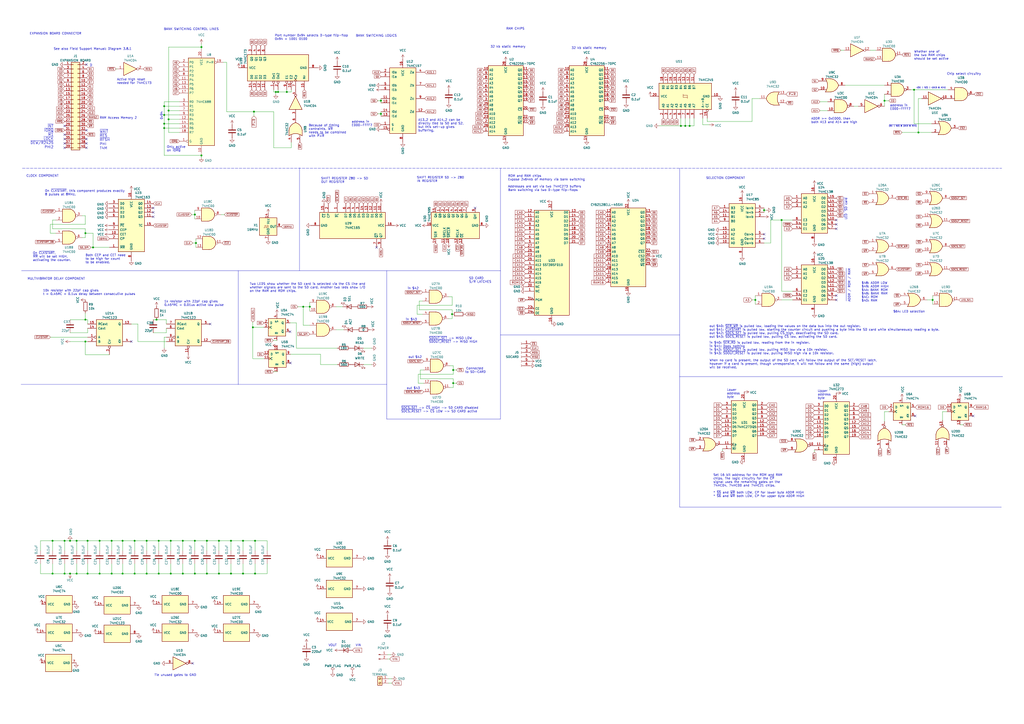
<source format=kicad_sch>
(kicad_sch (version 20231120) (generator "eeschema") (generator_version "8.0")
  (paper "A2")
  (title_block (title "P2000T RAM expansion board") (date "2024-01-13") (rev "0"))
  (lib_symbols
    (symbol "74xx:74HC00" (pin_names (offset 1.016))
      (property "Reference" "U" (at 0 1.27 0))
      (property "Value" "74HC00" (at 0 -1.27 0))
      (symbol "74HC00_1_1"
        (pin input line (at -7.62 2.54 0) (length 3.81) (name "~") (number "1"))
        (pin input line (at -7.62 -2.54 0) (length 3.81) (name "~") (number "2"))
        (pin output inverted (at 7.62 0 180) (length 3.81) (name "~") (number "3"))
      )
      (symbol "74HC00_1_2"
        (pin input inverted (at -7.62 2.54 0) (length 4.318) (name "~") (number "1"))
        (pin input inverted (at -7.62 -2.54 0) (length 4.318) (name "~") (number "2"))
        (pin output line (at 7.62 0 180) (length 3.81) (name "~") (number "3"))
      )
      (symbol "74HC00_2_1"
        (pin input line (at -7.62 2.54 0) (length 3.81) (name "~") (number "4"))
        (pin input line (at -7.62 -2.54 0) (length 3.81) (name "~") (number "5"))
        (pin output inverted (at 7.62 0 180) (length 3.81) (name "~") (number "6"))
      )
      (symbol "74HC00_2_2"
        (pin input inverted (at -7.62 2.54 0) (length 4.318) (name "~") (number "4"))
        (pin input inverted (at -7.62 -2.54 0) (length 4.318) (name "~") (number "5"))
        (pin output line (at 7.62 0 180) (length 3.81) (name "~") (number "6"))
      )
      (symbol "74HC00_3_1"
        (pin input line (at -7.62 -2.54 0) (length 3.81) (name "~") (number "10"))
        (pin output inverted (at 7.62 0 180) (length 3.81) (name "~") (number "8"))
        (pin input line (at -7.62 2.54 0) (length 3.81) (name "~") (number "9"))
      )
      (symbol "74HC00_3_2"
        (pin input inverted (at -7.62 -2.54 0) (length 4.318) (name "~") (number "10"))
        (pin output line (at 7.62 0 180) (length 3.81) (name "~") (number "8"))
        (pin input inverted (at -7.62 2.54 0) (length 4.318) (name "~") (number "9"))
      )
      (symbol "74HC00_4_1"
        (pin output inverted (at 7.62 0 180) (length 3.81) (name "~") (number "11"))
        (pin input line (at -7.62 2.54 0) (length 3.81) (name "~") (number "12"))
        (pin input line (at -7.62 -2.54 0) (length 3.81) (name "~") (number "13"))
      )
      (symbol "74HC00_4_2"
        (pin output line (at 7.62 0 180) (length 3.81) (name "~") (number "11"))
        (pin input inverted (at -7.62 2.54 0) (length 4.318) (name "~") (number "12"))
        (pin input inverted (at -7.62 -2.54 0) (length 4.318) (name "~") (number "13"))
      )
      (symbol "74HC00_5_0"
        (pin power_in line (at 0 12.7 270) (length 5.08) (name "VCC") (number "14"))
        (pin power_in line (at 0 -12.7 90) (length 5.08) (name "GND") (number "7"))
      )
    )
    (symbol "74xx:74HC02" (pin_names (offset 1.016))
      (property "Reference" "U" (at 0 1.27 0))
      (property "Value" "74HC02" (at 0 -1.27 0))
      (symbol "74HC02_1_1"
        (pin output inverted (at 7.62 0 180) (length 3.81) (name "~") (number "1"))
        (pin input line (at -7.62 2.54 0) (length 4.318) (name "~") (number "2"))
        (pin input line (at -7.62 -2.54 0) (length 4.318) (name "~") (number "3"))
      )
      (symbol "74HC02_1_2"
        (pin output line (at 7.62 0 180) (length 3.81) (name "~") (number "1"))
        (pin input inverted (at -7.62 2.54 0) (length 3.81) (name "~") (number "2"))
        (pin input inverted (at -7.62 -2.54 0) (length 3.81) (name "~") (number "3"))
      )
      (symbol "74HC02_2_1"
        (pin output inverted (at 7.62 0 180) (length 3.81) (name "~") (number "4"))
        (pin input line (at -7.62 2.54 0) (length 4.318) (name "~") (number "5"))
        (pin input line (at -7.62 -2.54 0) (length 4.318) (name "~") (number "6"))
      )
      (symbol "74HC02_2_2"
        (pin output line (at 7.62 0 180) (length 3.81) (name "~") (number "4"))
        (pin input inverted (at -7.62 2.54 0) (length 3.81) (name "~") (number "5"))
        (pin input inverted (at -7.62 -2.54 0) (length 3.81) (name "~") (number "6"))
      )
      (symbol "74HC02_3_1"
        (pin output inverted (at 7.62 0 180) (length 3.81) (name "~") (number "10"))
        (pin input line (at -7.62 2.54 0) (length 4.318) (name "~") (number "8"))
        (pin input line (at -7.62 -2.54 0) (length 4.318) (name "~") (number "9"))
      )
      (symbol "74HC02_3_2"
        (pin output line (at 7.62 0 180) (length 3.81) (name "~") (number "10"))
        (pin input inverted (at -7.62 2.54 0) (length 3.81) (name "~") (number "8"))
        (pin input inverted (at -7.62 -2.54 0) (length 3.81) (name "~") (number "9"))
      )
      (symbol "74HC02_4_1"
        (pin input line (at -7.62 2.54 0) (length 4.318) (name "~") (number "11"))
        (pin input line (at -7.62 -2.54 0) (length 4.318) (name "~") (number "12"))
        (pin output inverted (at 7.62 0 180) (length 3.81) (name "~") (number "13"))
      )
      (symbol "74HC02_4_2"
        (pin input inverted (at -7.62 2.54 0) (length 3.81) (name "~") (number "11"))
        (pin input inverted (at -7.62 -2.54 0) (length 3.81) (name "~") (number "12"))
        (pin output line (at 7.62 0 180) (length 3.81) (name "~") (number "13"))
      )
      (symbol "74HC02_5_0"
        (pin power_in line (at 0 12.7 270) (length 5.08) (name "VCC") (number "14"))
        (pin power_in line (at 0 -12.7 90) (length 5.08) (name "GND") (number "7"))
      )
    )
    (symbol "74xx:74HC04"
      (property "Reference" "U" (at 0 1.27 0))
      (property "Value" "74HC04" (at 0 -1.27 0))
      (symbol "74HC04_1_0"
        (pin input line (at -7.62 0 0) (length 3.81) (name "~") (number "1"))
        (pin output inverted (at 7.62 0 180) (length 3.81) (name "~") (number "2"))
      )
      (symbol "74HC04_2_0"
        (pin input line (at -7.62 0 0) (length 3.81) (name "~") (number "3"))
        (pin output inverted (at 7.62 0 180) (length 3.81) (name "~") (number "4"))
      )
      (symbol "74HC04_3_0"
        (pin input line (at -7.62 0 0) (length 3.81) (name "~") (number "5"))
        (pin output inverted (at 7.62 0 180) (length 3.81) (name "~") (number "6"))
      )
      (symbol "74HC04_4_0"
        (pin output inverted (at 7.62 0 180) (length 3.81) (name "~") (number "8"))
        (pin input line (at -7.62 0 0) (length 3.81) (name "~") (number "9"))
      )
      (symbol "74HC04_5_0"
        (pin output inverted (at 7.62 0 180) (length 3.81) (name "~") (number "10"))
        (pin input line (at -7.62 0 0) (length 3.81) (name "~") (number "11"))
      )
      (symbol "74HC04_6_0"
        (pin output inverted (at 7.62 0 180) (length 3.81) (name "~") (number "12"))
        (pin input line (at -7.62 0 0) (length 3.81) (name "~") (number "13"))
      )
      (symbol "74HC04_7_0"
        (pin power_in line (at 0 12.7 270) (length 5.08) (name "VCC") (number "14"))
        (pin power_in line (at 0 -12.7 90) (length 5.08) (name "GND") (number "7"))
      )
    )
    (symbol "74xx:74HC273"
      (property "Reference" "U" (at -7.62 16.51 0))
      (property "Value" "74HC273" (at -7.62 -16.51 0))
      (symbol "74HC273_1_0"
        (pin input line (at -12.7 -12.7 0) (length 5.08) (name "~{Mr}") (number "1"))
        (pin power_in line (at 0 -20.32 90) (length 5.08) (name "GND") (number "10"))
        (pin input clock (at -12.7 -10.16 0) (length 5.08) (name "Cp") (number "11"))
        (pin output line (at 12.7 2.54 180) (length 5.08) (name "Q4") (number "12"))
        (pin input line (at -12.7 2.54 0) (length 5.08) (name "D4") (number "13"))
        (pin input line (at -12.7 0 0) (length 5.08) (name "D5") (number "14"))
        (pin output line (at 12.7 0 180) (length 5.08) (name "Q5") (number "15"))
        (pin output line (at 12.7 -2.54 180) (length 5.08) (name "Q6") (number "16"))
        (pin input line (at -12.7 -2.54 0) (length 5.08) (name "D6") (number "17"))
        (pin input line (at -12.7 -5.08 0) (length 5.08) (name "D7") (number "18"))
        (pin output line (at 12.7 -5.08 180) (length 5.08) (name "Q7") (number "19"))
        (pin output line (at 12.7 12.7 180) (length 5.08) (name "Q0") (number "2"))
        (pin power_in line (at 0 20.32 270) (length 5.08) (name "VCC") (number "20"))
        (pin input line (at -12.7 12.7 0) (length 5.08) (name "D0") (number "3"))
        (pin input line (at -12.7 10.16 0) (length 5.08) (name "D1") (number "4"))
        (pin output line (at 12.7 10.16 180) (length 5.08) (name "Q1") (number "5"))
        (pin output line (at 12.7 7.62 180) (length 5.08) (name "Q2") (number "6"))
        (pin input line (at -12.7 7.62 0) (length 5.08) (name "D2") (number "7"))
        (pin input line (at -12.7 5.08 0) (length 5.08) (name "D3") (number "8"))
        (pin output line (at 12.7 5.08 180) (length 5.08) (name "Q3") (number "9"))
      )
    )
    (symbol "74xx:74HC74" (pin_names (offset 1.016))
      (property "Reference" "U" (at -7.62 8.89 0))
      (property "Value" "74HC74" (at -7.62 -8.89 0))
      (symbol "74HC74_1_0"
        (pin input line (at 0 -7.62 90) (length 2.54) (name "~{R}") (number "1"))
        (pin input line (at -7.62 2.54 0) (length 2.54) (name "D") (number "2"))
        (pin input clock (at -7.62 0 0) (length 2.54) (name "C") (number "3"))
        (pin input line (at 0 7.62 270) (length 2.54) (name "~{S}") (number "4"))
        (pin output line (at 7.62 2.54 180) (length 2.54) (name "Q") (number "5"))
        (pin output line (at 7.62 -2.54 180) (length 2.54) (name "~{Q}") (number "6"))
      )
      (symbol "74HC74_2_0"
        (pin input line (at 0 7.62 270) (length 2.54) (name "~{S}") (number "10"))
        (pin input clock (at -7.62 0 0) (length 2.54) (name "C") (number "11"))
        (pin input line (at -7.62 2.54 0) (length 2.54) (name "D") (number "12"))
        (pin input line (at 0 -7.62 90) (length 2.54) (name "~{R}") (number "13"))
        (pin output line (at 7.62 -2.54 180) (length 2.54) (name "~{Q}") (number "8"))
        (pin output line (at 7.62 2.54 180) (length 2.54) (name "Q") (number "9"))
      )
      (symbol "74HC74_3_0"
        (pin power_in line (at 0 10.16 270) (length 2.54) (name "VCC") (number "14"))
        (pin power_in line (at 0 -10.16 90) (length 2.54) (name "GND") (number "7"))
      )
    )
    (symbol "74xx:74LS123" (pin_names (offset 1.016))
      (property "Reference" "U" (at -7.62 8.89 0))
      (property "Value" "74LS123" (at -7.62 -8.89 0))
      (symbol "74LS123_1_0"
        (pin input inverted (at -12.7 -2.54 0) (length 5.08) (name "A") (number "1"))
        (pin output line (at 12.7 5.08 180) (length 5.08) (name "Q") (number "13"))
        (pin input line (at -12.7 2.54 0) (length 5.08) (name "Cext") (number "14"))
        (pin input line (at -12.7 5.08 0) (length 5.08) (name "RCext") (number "15"))
        (pin input line (at -12.7 -5.08 0) (length 5.08) (name "B") (number "2"))
        (pin input inverted (at 0 -12.7 90) (length 5.08) (name "Clr") (number "3"))
        (pin output line (at 12.7 -5.08 180) (length 5.08) (name "~{Q}") (number "4"))
      )
      (symbol "74LS123_2_0"
        (pin input line (at -12.7 -5.08 0) (length 5.08) (name "B") (number "10"))
        (pin input inverted (at 0 -12.7 90) (length 5.08) (name "Clr") (number "11"))
        (pin output line (at 12.7 -5.08 180) (length 5.08) (name "~{Q}") (number "12"))
        (pin output line (at 12.7 5.08 180) (length 5.08) (name "Q") (number "5"))
        (pin input line (at -12.7 2.54 0) (length 5.08) (name "Cext") (number "6"))
        (pin input line (at -12.7 5.08 0) (length 5.08) (name "RCext") (number "7"))
        (pin input inverted (at -12.7 -2.54 0) (length 5.08) (name "A") (number "9"))
      )
      (symbol "74LS123_3_0"
        (pin power_in line (at 0 12.7 270) (length 5.08) (name "VCC") (number "16"))
        (pin power_in line (at 0 -12.7 90) (length 5.08) (name "GND") (number "8"))
      )
    )
    (symbol "74xx:74LS138" (pin_names (offset 1.016))
      (property "Reference" "U" (at -7.62 11.43 0))
      (property "Value" "74LS138" (at -7.62 -13.97 0))
      (symbol "74LS138_1_0"
        (pin input line (at -12.7 7.62 0) (length 5.08) (name "A0") (number "1"))
        (pin output output_low (at 12.7 -5.08 180) (length 5.08) (name "O5") (number "10"))
        (pin output output_low (at 12.7 -2.54 180) (length 5.08) (name "O4") (number "11"))
        (pin output output_low (at 12.7 0 180) (length 5.08) (name "O3") (number "12"))
        (pin output output_low (at 12.7 2.54 180) (length 5.08) (name "O2") (number "13"))
        (pin output output_low (at 12.7 5.08 180) (length 5.08) (name "O1") (number "14"))
        (pin output output_low (at 12.7 7.62 180) (length 5.08) (name "O0") (number "15"))
        (pin power_in line (at 0 15.24 270) (length 5.08) (name "VCC") (number "16"))
        (pin input line (at -12.7 5.08 0) (length 5.08) (name "A1") (number "2"))
        (pin input line (at -12.7 2.54 0) (length 5.08) (name "A2") (number "3"))
        (pin input input_low (at -12.7 -10.16 0) (length 5.08) (name "E1") (number "4"))
        (pin input input_low (at -12.7 -7.62 0) (length 5.08) (name "E2") (number "5"))
        (pin input line (at -12.7 -5.08 0) (length 5.08) (name "E3") (number "6"))
        (pin output output_low (at 12.7 -10.16 180) (length 5.08) (name "O7") (number "7"))
        (pin power_in line (at 0 -17.78 90) (length 5.08) (name "GND") (number "8"))
        (pin output output_low (at 12.7 -7.62 180) (length 5.08) (name "O6") (number "9"))
      )
    )
    (symbol "74xx:74LS157" (pin_names (offset 1.016))
      (property "Reference" "U" (at -7.62 19.05 0))
      (property "Value" "74LS157" (at -7.62 -21.59 0))
      (symbol "74LS157_1_0"
        (pin input line (at -12.7 -15.24 0) (length 5.08) (name "S") (number "1"))
        (pin input line (at -12.7 -2.54 0) (length 5.08) (name "I1c") (number "10"))
        (pin input line (at -12.7 0 0) (length 5.08) (name "I0c") (number "11"))
        (pin output line (at 12.7 -7.62 180) (length 5.08) (name "Zd") (number "12"))
        (pin input line (at -12.7 -10.16 0) (length 5.08) (name "I1d") (number "13"))
        (pin input line (at -12.7 -7.62 0) (length 5.08) (name "I0d") (number "14"))
        (pin input inverted (at -12.7 -17.78 0) (length 5.08) (name "E") (number "15"))
        (pin power_in line (at 0 22.86 270) (length 5.08) (name "VCC") (number "16"))
        (pin input line (at -12.7 15.24 0) (length 5.08) (name "I0a") (number "2"))
        (pin input line (at -12.7 12.7 0) (length 5.08) (name "I1a") (number "3"))
        (pin output line (at 12.7 15.24 180) (length 5.08) (name "Za") (number "4"))
        (pin input line (at -12.7 7.62 0) (length 5.08) (name "I0b") (number "5"))
        (pin input line (at -12.7 5.08 0) (length 5.08) (name "I1b") (number "6"))
        (pin output line (at 12.7 7.62 180) (length 5.08) (name "Zb") (number "7"))
        (pin power_in line (at 0 -25.4 90) (length 5.08) (name "GND") (number "8"))
        (pin output line (at 12.7 0 180) (length 5.08) (name "Zc") (number "9"))
      )
    )
    (symbol "74xx:74LS163" (pin_names (offset 1.016))
      (property "Reference" "U" (at -7.62 16.51 0))
      (property "Value" "74LS163" (at -7.62 -16.51 0))
      (symbol "74LS163_1_0"
        (pin input line (at -12.7 -12.7 0) (length 5.08) (name "~{MR}") (number "1"))
        (pin input line (at -12.7 -5.08 0) (length 5.08) (name "CET") (number "10"))
        (pin output line (at 12.7 5.08 180) (length 5.08) (name "Q3") (number "11"))
        (pin output line (at 12.7 7.62 180) (length 5.08) (name "Q2") (number "12"))
        (pin output line (at 12.7 10.16 180) (length 5.08) (name "Q1") (number "13"))
        (pin output line (at 12.7 12.7 180) (length 5.08) (name "Q0") (number "14"))
        (pin output line (at 12.7 0 180) (length 5.08) (name "TC") (number "15"))
        (pin power_in line (at 0 20.32 270) (length 5.08) (name "VCC") (number "16"))
        (pin input line (at -12.7 -7.62 0) (length 5.08) (name "CP") (number "2"))
        (pin input line (at -12.7 12.7 0) (length 5.08) (name "D0") (number "3"))
        (pin input line (at -12.7 10.16 0) (length 5.08) (name "D1") (number "4"))
        (pin input line (at -12.7 7.62 0) (length 5.08) (name "D2") (number "5"))
        (pin input line (at -12.7 5.08 0) (length 5.08) (name "D3") (number "6"))
        (pin input line (at -12.7 -2.54 0) (length 5.08) (name "CEP") (number "7"))
        (pin power_in line (at 0 -20.32 90) (length 5.08) (name "GND") (number "8"))
        (pin input line (at -12.7 0 0) (length 5.08) (name "~{PE}") (number "9"))
      )
    )
    (symbol "74xx:74LS165"
      (property "Reference" "U" (at -7.62 19.05 0))
      (property "Value" "74LS165" (at -7.62 -21.59 0))
      (symbol "74LS165_1_0"
        (pin input line (at -12.7 -10.16 0) (length 5.08) (name "~{PL}") (number "1"))
        (pin input line (at -12.7 15.24 0) (length 5.08) (name "DS") (number "10"))
        (pin input line (at -12.7 12.7 0) (length 5.08) (name "D0") (number "11"))
        (pin input line (at -12.7 10.16 0) (length 5.08) (name "D1") (number "12"))
        (pin input line (at -12.7 7.62 0) (length 5.08) (name "D2") (number "13"))
        (pin input line (at -12.7 5.08 0) (length 5.08) (name "D3") (number "14"))
        (pin input line (at -12.7 -17.78 0) (length 5.08) (name "~{CE}") (number "15"))
        (pin power_in line (at 0 22.86 270) (length 5.08) (name "VCC") (number "16"))
        (pin input line (at -12.7 -15.24 0) (length 5.08) (name "CP") (number "2"))
        (pin input line (at -12.7 2.54 0) (length 5.08) (name "D4") (number "3"))
        (pin input line (at -12.7 0 0) (length 5.08) (name "D5") (number "4"))
        (pin input line (at -12.7 -2.54 0) (length 5.08) (name "D6") (number "5"))
        (pin input line (at -12.7 -5.08 0) (length 5.08) (name "D7") (number "6"))
        (pin output line (at 12.7 12.7 180) (length 5.08) (name "~{Q7}") (number "7"))
        (pin power_in line (at 0 -25.4 90) (length 5.08) (name "GND") (number "8"))
        (pin output line (at 12.7 15.24 180) (length 5.08) (name "Q7") (number "9"))
      )
    )
    (symbol "74xx:74LS173" (pin_names (offset 1.016))
      (property "Reference" "U" (at -7.62 19.05 0))
      (property "Value" "74LS173" (at -7.62 -19.05 0))
      (symbol "74LS173_1_0"
        (pin input inverted (at -12.7 2.54 0) (length 5.08) (name "Oe1") (number "1"))
        (pin input inverted (at -12.7 -7.62 0) (length 5.08) (name "E2") (number "10"))
        (pin input line (at -12.7 7.62 0) (length 5.08) (name "D3") (number "11"))
        (pin input line (at -12.7 10.16 0) (length 5.08) (name "D2") (number "12"))
        (pin input line (at -12.7 12.7 0) (length 5.08) (name "D1") (number "13"))
        (pin input line (at -12.7 15.24 0) (length 5.08) (name "D0") (number "14"))
        (pin input line (at -12.7 -15.24 0) (length 5.08) (name "Mr") (number "15"))
        (pin power_in line (at 0 22.86 270) (length 5.08) (name "VCC") (number "16"))
        (pin input inverted (at -12.7 0 0) (length 5.08) (name "Oe2") (number "2"))
        (pin tri_state line (at 12.7 15.24 180) (length 5.08) (name "Q0") (number "3"))
        (pin tri_state line (at 12.7 12.7 180) (length 5.08) (name "Q1") (number "4"))
        (pin tri_state line (at 12.7 10.16 180) (length 5.08) (name "Q2") (number "5"))
        (pin tri_state line (at 12.7 7.62 180) (length 5.08) (name "Q3") (number "6"))
        (pin input clock (at -12.7 -10.16 0) (length 5.08) (name "Cp") (number "7"))
        (pin power_in line (at 0 -22.86 90) (length 5.08) (name "GND") (number "8"))
        (pin input inverted (at -12.7 -5.08 0) (length 5.08) (name "E1") (number "9"))
      )
    )
    (symbol "74xx:74LS245" (pin_names (offset 1.016))
      (property "Reference" "U8" (at 20.32 3.5814 90))
      (property "Value" "74HC245" (at 11.43 8.89 90))
      (symbol "74LS245_1_0"
        (pin input line (at -12.7 -10.16 0) (length 5.08) (name "A->B") (number "1"))
        (pin power_in line (at 0 -20.32 90) (length 5.08) (name "GND") (number "10"))
        (pin tri_state line (at 12.7 -5.08 180) (length 5.08) (name "B7") (number "11"))
        (pin tri_state line (at 12.7 -2.54 180) (length 5.08) (name "B6") (number "12"))
        (pin tri_state line (at 12.7 0 180) (length 5.08) (name "B5") (number "13"))
        (pin tri_state line (at 12.7 2.54 180) (length 5.08) (name "B4") (number "14"))
        (pin tri_state line (at 12.7 5.08 180) (length 5.08) (name "B3") (number "15"))
        (pin tri_state line (at 12.7 7.62 180) (length 5.08) (name "B2") (number "16"))
        (pin tri_state line (at 12.7 10.16 180) (length 5.08) (name "B1") (number "17"))
        (pin tri_state line (at 12.7 12.7 180) (length 5.08) (name "B0") (number "18"))
        (pin input inverted (at -12.7 -12.7 0) (length 5.08) (name "CE") (number "19"))
        (pin tri_state line (at -12.7 12.7 0) (length 5.08) (name "A0") (number "2"))
        (pin power_in line (at 0 20.32 270) (length 5.08) (name "VCC") (number "20"))
        (pin tri_state line (at -12.7 10.16 0) (length 5.08) (name "A1") (number "3"))
        (pin tri_state line (at -12.7 7.62 0) (length 5.08) (name "A2") (number "4"))
        (pin tri_state line (at -12.7 5.08 0) (length 5.08) (name "A3") (number "5"))
        (pin input line (at -12.7 2.54 0) (length 5.08) (name "A4") (number "6"))
        (pin input line (at -12.7 0 0) (length 5.08) (name "A5") (number "7"))
        (pin input line (at -12.7 -2.54 0) (length 5.08) (name "A6") (number "8"))
        (pin input line (at -12.7 -5.08 0) (length 5.08) (name "A7") (number "9"))
      )
    )
    (symbol "74xx:74LS32" (pin_names (offset 1.016))
      (property "Reference" "U" (at 0 1.27 0))
      (property "Value" "74LS32" (at 0 -1.27 0))
      (symbol "74LS32_1_1"
        (pin input line (at -7.62 2.54 0) (length 4.318) (name "~") (number "1"))
        (pin input line (at -7.62 -2.54 0) (length 4.318) (name "~") (number "2"))
        (pin output line (at 7.62 0 180) (length 3.81) (name "~") (number "3"))
      )
      (symbol "74LS32_1_2"
        (pin input inverted (at -7.62 2.54 0) (length 3.81) (name "~") (number "1"))
        (pin input inverted (at -7.62 -2.54 0) (length 3.81) (name "~") (number "2"))
        (pin output inverted (at 7.62 0 180) (length 3.81) (name "~") (number "3"))
      )
      (symbol "74LS32_2_1"
        (pin input line (at -7.62 2.54 0) (length 4.318) (name "~") (number "4"))
        (pin input line (at -7.62 -2.54 0) (length 4.318) (name "~") (number "5"))
        (pin output line (at 7.62 0 180) (length 3.81) (name "~") (number "6"))
      )
      (symbol "74LS32_2_2"
        (pin input inverted (at -7.62 2.54 0) (length 3.81) (name "~") (number "4"))
        (pin input inverted (at -7.62 -2.54 0) (length 3.81) (name "~") (number "5"))
        (pin output inverted (at 7.62 0 180) (length 3.81) (name "~") (number "6"))
      )
      (symbol "74LS32_3_1"
        (pin input line (at -7.62 -2.54 0) (length 4.318) (name "~") (number "10"))
        (pin output line (at 7.62 0 180) (length 3.81) (name "~") (number "8"))
        (pin input line (at -7.62 2.54 0) (length 4.318) (name "~") (number "9"))
      )
      (symbol "74LS32_3_2"
        (pin input inverted (at -7.62 -2.54 0) (length 3.81) (name "~") (number "10"))
        (pin output inverted (at 7.62 0 180) (length 3.81) (name "~") (number "8"))
        (pin input inverted (at -7.62 2.54 0) (length 3.81) (name "~") (number "9"))
      )
      (symbol "74LS32_4_1"
        (pin output line (at 7.62 0 180) (length 3.81) (name "~") (number "11"))
        (pin input line (at -7.62 2.54 0) (length 4.318) (name "~") (number "12"))
        (pin input line (at -7.62 -2.54 0) (length 4.318) (name "~") (number "13"))
      )
      (symbol "74LS32_4_2"
        (pin output inverted (at 7.62 0 180) (length 3.81) (name "~") (number "11"))
        (pin input inverted (at -7.62 2.54 0) (length 3.81) (name "~") (number "12"))
        (pin input inverted (at -7.62 -2.54 0) (length 3.81) (name "~") (number "13"))
      )
      (symbol "74LS32_5_0"
        (pin power_in line (at 0 12.7 270) (length 5.08) (name "VCC") (number "14"))
        (pin power_in line (at 0 -12.7 90) (length 5.08) (name "GND") (number "7"))
      )
    )
    (symbol "74xx:74LS595"
      (property "Reference" "U" (at -7.62 13.97 0))
      (property "Value" "74LS595" (at -7.62 -16.51 0))
      (symbol "74LS595_1_0"
        (pin tri_state line (at 10.16 7.62 180) (length 2.54) (name "QB") (number "1"))
        (pin input line (at -10.16 2.54 0) (length 2.54) (name "~{SRCLR}") (number "10"))
        (pin input line (at -10.16 5.08 0) (length 2.54) (name "SRCLK") (number "11"))
        (pin input line (at -10.16 -2.54 0) (length 2.54) (name "RCLK") (number "12"))
        (pin input line (at -10.16 -5.08 0) (length 2.54) (name "~{OE}") (number "13"))
        (pin input line (at -10.16 10.16 0) (length 2.54) (name "SER") (number "14"))
        (pin tri_state line (at 10.16 10.16 180) (length 2.54) (name "QA") (number "15"))
        (pin power_in line (at 0 15.24 270) (length 2.54) (name "VCC") (number "16"))
        (pin tri_state line (at 10.16 5.08 180) (length 2.54) (name "QC") (number "2"))
        (pin tri_state line (at 10.16 2.54 180) (length 2.54) (name "QD") (number "3"))
        (pin tri_state line (at 10.16 0 180) (length 2.54) (name "QE") (number "4"))
        (pin tri_state line (at 10.16 -2.54 180) (length 2.54) (name "QF") (number "5"))
        (pin tri_state line (at 10.16 -5.08 180) (length 2.54) (name "QG") (number "6"))
        (pin tri_state line (at 10.16 -7.62 180) (length 2.54) (name "QH") (number "7"))
        (pin power_in line (at 0 -17.78 90) (length 2.54) (name "GND") (number "8"))
        (pin output line (at 10.16 -12.7 180) (length 2.54) (name "QH'") (number "9"))
      )
    )
    (symbol "74xx:74LS688"
      (property "Reference" "U" (at -7.62 26.67 0))
      (property "Value" "74LS688" (at -7.62 -26.67 0))
      (symbol "74LS688_1_0"
        (pin input inverted (at -12.7 -22.86 0) (length 5.08) (name "G") (number "1"))
        (pin power_in line (at 0 -30.48 90) (length 5.08) (name "GND") (number "10"))
        (pin input line (at -12.7 12.7 0) (length 5.08) (name "P4") (number "11"))
        (pin input line (at -12.7 -10.16 0) (length 5.08) (name "R4") (number "12"))
        (pin input line (at -12.7 10.16 0) (length 5.08) (name "P5") (number "13"))
        (pin input line (at -12.7 -12.7 0) (length 5.08) (name "R5") (number "14"))
        (pin input line (at -12.7 7.62 0) (length 5.08) (name "P6") (number "15"))
        (pin input line (at -12.7 -15.24 0) (length 5.08) (name "R6") (number "16"))
        (pin input line (at -12.7 5.08 0) (length 5.08) (name "P7") (number "17"))
        (pin input line (at -12.7 -17.78 0) (length 5.08) (name "R7") (number "18"))
        (pin output inverted (at 12.7 22.86 180) (length 5.08) (name "P=R") (number "19"))
        (pin input line (at -12.7 22.86 0) (length 5.08) (name "P0") (number "2"))
        (pin power_in line (at 0 30.48 270) (length 5.08) (name "VCC") (number "20"))
        (pin input line (at -12.7 0 0) (length 5.08) (name "R0") (number "3"))
        (pin input line (at -12.7 20.32 0) (length 5.08) (name "P1") (number "4"))
        (pin input line (at -12.7 -2.54 0) (length 5.08) (name "R1") (number "5"))
        (pin input line (at -12.7 17.78 0) (length 5.08) (name "P2") (number "6"))
        (pin input line (at -12.7 -5.08 0) (length 5.08) (name "R2") (number "7"))
        (pin input line (at -12.7 15.24 0) (length 5.08) (name "P3") (number "8"))
        (pin input line (at -12.7 -7.62 0) (length 5.08) (name "R3") (number "9"))
      )
    )
    (symbol "74xx:74LS85" (pin_names (offset 1.016))
      (property "Reference" "U" (at -7.62 13.97 0))
      (property "Value" "74LS85" (at -7.62 -13.97 0))
      (symbol "74LS85_1_0"
        (pin input line (at -12.7 10.16 0) (length 5.08) (name "B3") (number "1"))
        (pin input line (at -12.7 -10.16 0) (length 5.08) (name "A0") (number "10"))
        (pin input line (at -12.7 5.08 0) (length 5.08) (name "B1") (number "11"))
        (pin input line (at -12.7 -7.62 0) (length 5.08) (name "A1") (number "12"))
        (pin input line (at -12.7 -5.08 0) (length 5.08) (name "A2") (number "13"))
        (pin input line (at -12.7 7.62 0) (length 5.08) (name "B2") (number "14"))
        (pin input line (at -12.7 -2.54 0) (length 5.08) (name "A3") (number "15"))
        (pin power_in line (at 0 17.78 270) (length 5.08) (name "VCC") (number "16"))
        (pin input line (at 12.7 7.62 180) (length 5.08) (name "Ia<b") (number "2"))
        (pin input line (at 12.7 5.08 180) (length 5.08) (name "Ia=b") (number "3"))
        (pin input line (at 12.7 10.16 180) (length 5.08) (name "Ia>b") (number "4"))
        (pin output line (at 12.7 -5.08 180) (length 5.08) (name "Oa>b") (number "5"))
        (pin output line (at 12.7 -10.16 180) (length 5.08) (name "Oa=b") (number "6"))
        (pin output line (at 12.7 -7.62 180) (length 5.08) (name "Oa<b") (number "7"))
        (pin power_in line (at 0 -17.78 90) (length 5.08) (name "GND") (number "8"))
        (pin input line (at -12.7 2.54 0) (length 5.08) (name "B0") (number "9"))
      )
    )
    (symbol "Connector:Conn_01x02_Male" (pin_names (offset 1.016) hide)
      (property "Reference" "J" (at 0 2.54 0))
      (property "Value" "Conn_01x02_Male" (at 0 -5.08 0))
      (symbol "Conn_01x02_Male_1_1"
        (pin passive line (at 5.08 0 180) (length 3.81) (name "Pin_1") (number "1"))
        (pin passive line (at 5.08 -2.54 180) (length 3.81) (name "Pin_2") (number "2"))
      )
    )
    (symbol "Connector:Conn_01x06_Socket" (pin_names (offset 1.016) hide)
      (property "Reference" "J" (at 0 7.62 0))
      (property "Value" "Conn_01x06_Socket" (at 0 -10.16 0))
      (symbol "Conn_01x06_Socket_1_1"
        (pin passive line (at -5.08 5.08 0) (length 3.81) (name "Pin_1") (number "1"))
        (pin passive line (at -5.08 2.54 0) (length 3.81) (name "Pin_2") (number "2"))
        (pin passive line (at -5.08 0 0) (length 3.81) (name "Pin_3") (number "3"))
        (pin passive line (at -5.08 -2.54 0) (length 3.81) (name "Pin_4") (number "4"))
        (pin passive line (at -5.08 -5.08 0) (length 3.81) (name "Pin_5") (number "5"))
        (pin passive line (at -5.08 -7.62 0) (length 3.81) (name "Pin_6") (number "6"))
      )
    )
    (symbol "Connector:Screw_Terminal_01x02" (pin_names (offset 1.016) hide)
      (property "Reference" "J" (at 0 2.54 0))
      (property "Value" "Screw_Terminal_01x02" (at 0 -5.08 0))
      (symbol "Screw_Terminal_01x02_1_1"
        (pin passive line (at -5.08 0 0) (length 3.81) (name "Pin_1") (number "1"))
        (pin passive line (at -5.08 -2.54 0) (length 3.81) (name "Pin_2") (number "2"))
      )
    )
    (symbol "Connector_Generic:Conn_02x20_Odd_Even" (pin_names (offset 1.016) hide)
      (property "Reference" "J" (at 1.27 25.4 0))
      (property "Value" "Conn_02x20_Odd_Even" (at 1.27 -27.94 0))
      (symbol "Conn_02x20_Odd_Even_1_1"
        (pin passive line (at -5.08 22.86 0) (length 3.81) (name "Pin_1") (number "1"))
        (pin passive line (at 7.62 12.7 180) (length 3.81) (name "Pin_10") (number "10"))
        (pin passive line (at -5.08 10.16 0) (length 3.81) (name "Pin_11") (number "11"))
        (pin passive line (at 7.62 10.16 180) (length 3.81) (name "Pin_12") (number "12"))
        (pin passive line (at -5.08 7.62 0) (length 3.81) (name "Pin_13") (number "13"))
        (pin passive line (at 7.62 7.62 180) (length 3.81) (name "Pin_14") (number "14"))
        (pin passive line (at -5.08 5.08 0) (length 3.81) (name "Pin_15") (number "15"))
        (pin passive line (at 7.62 5.08 180) (length 3.81) (name "Pin_16") (number "16"))
        (pin passive line (at -5.08 2.54 0) (length 3.81) (name "Pin_17") (number "17"))
        (pin passive line (at 7.62 2.54 180) (length 3.81) (name "Pin_18") (number "18"))
        (pin passive line (at -5.08 0 0) (length 3.81) (name "Pin_19") (number "19"))
        (pin passive line (at 7.62 22.86 180) (length 3.81) (name "Pin_2") (number "2"))
        (pin passive line (at 7.62 0 180) (length 3.81) (name "Pin_20") (number "20"))
        (pin passive line (at -5.08 -2.54 0) (length 3.81) (name "Pin_21") (number "21"))
        (pin passive line (at 7.62 -2.54 180) (length 3.81) (name "Pin_22") (number "22"))
        (pin passive line (at -5.08 -5.08 0) (length 3.81) (name "Pin_23") (number "23"))
        (pin passive line (at 7.62 -5.08 180) (length 3.81) (name "Pin_24") (number "24"))
        (pin passive line (at -5.08 -7.62 0) (length 3.81) (name "Pin_25") (number "25"))
        (pin passive line (at 7.62 -7.62 180) (length 3.81) (name "Pin_26") (number "26"))
        (pin passive line (at -5.08 -10.16 0) (length 3.81) (name "Pin_27") (number "27"))
        (pin passive line (at 7.62 -10.16 180) (length 3.81) (name "Pin_28") (number "28"))
        (pin passive line (at -5.08 -12.7 0) (length 3.81) (name "Pin_29") (number "29"))
        (pin passive line (at -5.08 20.32 0) (length 3.81) (name "Pin_3") (number "3"))
        (pin passive line (at 7.62 -12.7 180) (length 3.81) (name "Pin_30") (number "30"))
        (pin passive line (at -5.08 -15.24 0) (length 3.81) (name "Pin_31") (number "31"))
        (pin passive line (at 7.62 -15.24 180) (length 3.81) (name "Pin_32") (number "32"))
        (pin passive line (at -5.08 -17.78 0) (length 3.81) (name "Pin_33") (number "33"))
        (pin passive line (at 7.62 -17.78 180) (length 3.81) (name "Pin_34") (number "34"))
        (pin passive line (at -5.08 -20.32 0) (length 3.81) (name "Pin_35") (number "35"))
        (pin passive line (at 7.62 -20.32 180) (length 3.81) (name "Pin_36") (number "36"))
        (pin passive line (at -5.08 -22.86 0) (length 3.81) (name "Pin_37") (number "37"))
        (pin passive line (at 7.62 -22.86 180) (length 3.81) (name "Pin_38") (number "38"))
        (pin passive line (at -5.08 -25.4 0) (length 3.81) (name "Pin_39") (number "39"))
        (pin passive line (at 7.62 20.32 180) (length 3.81) (name "Pin_4") (number "4"))
        (pin passive line (at 7.62 -25.4 180) (length 3.81) (name "Pin_40") (number "40"))
        (pin passive line (at -5.08 17.78 0) (length 3.81) (name "Pin_5") (number "5"))
        (pin passive line (at 7.62 17.78 180) (length 3.81) (name "Pin_6") (number "6"))
        (pin passive line (at -5.08 15.24 0) (length 3.81) (name "Pin_7") (number "7"))
        (pin passive line (at 7.62 15.24 180) (length 3.81) (name "Pin_8") (number "8"))
        (pin passive line (at -5.08 12.7 0) (length 3.81) (name "Pin_9") (number "9"))
      )
    )
    (symbol "Device:C" (pin_numbers hide) (pin_names (offset 0.254))
      (property "Reference" "C" (at 0.635 2.54 0))
      (property "Value" "C" (at 0.635 -2.54 0))
      (symbol "C_1_1"
        (pin passive line (at 0 3.81 270) (length 2.794) (name "~") (number "1"))
        (pin passive line (at 0 -3.81 90) (length 2.794) (name "~") (number "2"))
      )
    )
    (symbol "Device:C_Polarized" (pin_numbers hide) (pin_names (offset 0.254))
      (property "Reference" "C" (at 0.635 2.54 0))
      (property "Value" "C_Polarized" (at 0.635 -2.54 0))
      (symbol "C_Polarized_1_1"
        (pin passive line (at 0 3.81 270) (length 2.794) (name "~") (number "1"))
        (pin passive line (at 0 -3.81 90) (length 2.794) (name "~") (number "2"))
      )
    )
    (symbol "Device:D" (pin_numbers hide) (pin_names (offset 1.016) hide)
      (property "Reference" "D" (at 0 2.54 0))
      (property "Value" "D" (at 0 -2.54 0))
      (symbol "D_1_1"
        (pin passive line (at -3.81 0 0) (length 2.54) (name "K") (number "1"))
        (pin passive line (at 3.81 0 180) (length 2.54) (name "A") (number "2"))
      )
    )
    (symbol "Device:LED" (pin_numbers hide) (pin_names (offset 1.016) hide)
      (property "Reference" "D" (at 0 2.54 0))
      (property "Value" "LED" (at 0 -2.54 0))
      (symbol "LED_1_1"
        (pin passive line (at -3.81 0 0) (length 2.54) (name "K") (number "1"))
        (pin passive line (at 3.81 0 180) (length 2.54) (name "A") (number "2"))
      )
    )
    (symbol "Device:R" (pin_numbers hide) (pin_names (offset 0))
      (property "Reference" "R" (at 2.032 0 90))
      (property "Value" "R" (at 0 0 90))
      (symbol "R_1_1"
        (pin passive line (at 0 3.81 270) (length 1.27) (name "~") (number "1"))
        (pin passive line (at 0 -3.81 90) (length 1.27) (name "~") (number "2"))
      )
    )
    (symbol "Memory_Flash:SST39SF010"
      (property "Reference" "U" (at 2.54 33.02 0))
      (property "Value" "SST39SF010" (at 0 -30.48 0))
      (symbol "SST39SF010_0_0"
        (pin power_in line (at 0 -34.29 90) (length 5.08) (name "GND") (number "16"))
        (pin power_in line (at 0 36.83 270) (length 5.08) (name "VCC") (number "32"))
      )
      (symbol "SST39SF010_1_1"
        (pin input line (at -15.24 -15.24 0) (length 5.08) (name "NC") (number "1"))
        (pin input line (at -15.24 25.4 0) (length 5.08) (name "A2") (number "10"))
        (pin input line (at -15.24 27.94 0) (length 5.08) (name "A1") (number "11"))
        (pin input line (at -15.24 30.48 0) (length 5.08) (name "A0") (number "12"))
        (pin tri_state line (at 15.24 30.48 180) (length 5.08) (name "D0") (number "13"))
        (pin tri_state line (at 15.24 27.94 180) (length 5.08) (name "D1") (number "14"))
        (pin tri_state line (at 15.24 25.4 180) (length 5.08) (name "D2") (number "15"))
        (pin tri_state line (at 15.24 22.86 180) (length 5.08) (name "D3") (number "17"))
        (pin tri_state line (at 15.24 20.32 180) (length 5.08) (name "D4") (number "18"))
        (pin tri_state line (at 15.24 17.78 180) (length 5.08) (name "D5") (number "19"))
        (pin input line (at -15.24 -10.16 0) (length 5.08) (name "A16") (number "2"))
        (pin tri_state line (at 15.24 15.24 180) (length 5.08) (name "D6") (number "20"))
        (pin tri_state line (at 15.24 12.7 180) (length 5.08) (name "D7") (number "21"))
        (pin input input_low (at -15.24 -25.4 0) (length 5.08) (name "CE") (number "22"))
        (pin input line (at -15.24 5.08 0) (length 5.08) (name "A10") (number "23"))
        (pin input input_low (at -15.24 -27.94 0) (length 5.08) (name "OE") (number "24"))
        (pin input line (at -15.24 2.54 0) (length 5.08) (name "A11") (number "25"))
        (pin input line (at -15.24 7.62 0) (length 5.08) (name "A9") (number "26"))
        (pin input line (at -15.24 10.16 0) (length 5.08) (name "A8") (number "27"))
        (pin input line (at -15.24 -2.54 0) (length 5.08) (name "A13") (number "28"))
        (pin input line (at -15.24 -5.08 0) (length 5.08) (name "A14") (number "29"))
        (pin input line (at -15.24 -7.62 0) (length 5.08) (name "A15") (number "3"))
        (pin input line (at -15.24 -12.7 0) (length 5.08) (name "NC") (number "30"))
        (pin input input_low (at -15.24 -20.32 0) (length 5.08) (name "PGM") (number "31"))
        (pin input line (at -15.24 0 0) (length 5.08) (name "A12") (number "4"))
        (pin input line (at -15.24 12.7 0) (length 5.08) (name "A7") (number "5"))
        (pin input line (at -15.24 15.24 0) (length 5.08) (name "A6") (number "6"))
        (pin input line (at -15.24 17.78 0) (length 5.08) (name "A5") (number "7"))
        (pin input line (at -15.24 20.32 0) (length 5.08) (name "A4") (number "8"))
        (pin input line (at -15.24 22.86 0) (length 5.08) (name "A3") (number "9"))
      )
    )
    (symbol "Memory_RAM:628128_DIP32_SSOP32"
      (property "Reference" "U" (at -10.16 23.495 0))
      (property "Value" "628128_DIP32_SSOP32" (at 2.54 23.495 0))
      (symbol "628128_DIP32_SSOP32_0_0"
        (pin power_in line (at 0 -25.4 90) (length 2.54) (name "GND") (number "16"))
        (pin power_in line (at 0 25.4 270) (length 2.54) (name "VCC") (number "32"))
      )
      (symbol "628128_DIP32_SSOP32_1_1"
        (pin no_connect line (at 10.16 -20.32 180) (length 2.54) hide (name "NC") (number "1"))
        (pin input line (at -12.7 15.24 0) (length 2.54) (name "A2") (number "10"))
        (pin input line (at -12.7 17.78 0) (length 2.54) (name "A1") (number "11"))
        (pin input line (at -12.7 20.32 0) (length 2.54) (name "A0") (number "12"))
        (pin tri_state line (at 12.7 20.32 180) (length 2.54) (name "Q0") (number "13"))
        (pin tri_state line (at 12.7 17.78 180) (length 2.54) (name "Q1") (number "14"))
        (pin tri_state line (at 12.7 15.24 180) (length 2.54) (name "Q2") (number "15"))
        (pin tri_state line (at 12.7 12.7 180) (length 2.54) (name "Q3") (number "17"))
        (pin tri_state line (at 12.7 10.16 180) (length 2.54) (name "Q4") (number "18"))
        (pin tri_state line (at 12.7 7.62 180) (length 2.54) (name "Q5") (number "19"))
        (pin input line (at -12.7 -20.32 0) (length 2.54) (name "A16") (number "2"))
        (pin tri_state line (at 12.7 5.08 180) (length 2.54) (name "Q6") (number "20"))
        (pin tri_state line (at 12.7 2.54 180) (length 2.54) (name "Q7") (number "21"))
        (pin input line (at 12.7 -2.54 180) (length 2.54) (name "~{CS1}") (number "22"))
        (pin input line (at -12.7 -5.08 0) (length 2.54) (name "A10") (number "23"))
        (pin input line (at 12.7 -7.62 180) (length 2.54) (name "~{OE}") (number "24"))
        (pin input line (at -12.7 -7.62 0) (length 2.54) (name "A11") (number "25"))
        (pin input line (at -12.7 -2.54 0) (length 2.54) (name "A9") (number "26"))
        (pin input line (at -12.7 0 0) (length 2.54) (name "A8") (number "27"))
        (pin input line (at -12.7 -12.7 0) (length 2.54) (name "A13") (number "28"))
        (pin input line (at 12.7 -10.16 180) (length 2.54) (name "~{WE}") (number "29"))
        (pin input line (at -12.7 -15.24 0) (length 2.54) (name "A14") (number "3"))
        (pin input line (at 12.7 -5.08 180) (length 2.54) (name "CS2") (number "30"))
        (pin input line (at -12.7 -17.78 0) (length 2.54) (name "A15") (number "31"))
        (pin input line (at -12.7 -10.16 0) (length 2.54) (name "A12") (number "4"))
        (pin input line (at -12.7 2.54 0) (length 2.54) (name "A7") (number "5"))
        (pin input line (at -12.7 5.08 0) (length 2.54) (name "A6") (number "6"))
        (pin input line (at -12.7 7.62 0) (length 2.54) (name "A5") (number "7"))
        (pin input line (at -12.7 10.16 0) (length 2.54) (name "A4") (number "8"))
        (pin input line (at -12.7 12.7 0) (length 2.54) (name "A3") (number "9"))
      )
    )
    (symbol "Memory_RAM:CY62256-70PC"
      (property "Reference" "U" (at -10.16 20.955 0))
      (property "Value" "CY62256-70PC" (at 2.54 20.955 0))
      (symbol "CY62256-70PC_0_0"
        (pin power_in line (at 0 -22.86 90) (length 2.54) (name "GND") (number "14"))
        (pin power_in line (at 0 22.86 270) (length 2.54) (name "VCC") (number "28"))
      )
      (symbol "CY62256-70PC_1_1"
        (pin input line (at -12.7 -17.78 0) (length 2.54) (name "A14") (number "1"))
        (pin input line (at -12.7 17.78 0) (length 2.54) (name "A0") (number "10"))
        (pin tri_state line (at 12.7 17.78 180) (length 2.54) (name "Q0") (number "11"))
        (pin tri_state line (at 12.7 15.24 180) (length 2.54) (name "Q1") (number "12"))
        (pin tri_state line (at 12.7 12.7 180) (length 2.54) (name "Q2") (number "13"))
        (pin tri_state line (at 12.7 10.16 180) (length 2.54) (name "Q3") (number "15"))
        (pin tri_state line (at 12.7 7.62 180) (length 2.54) (name "Q4") (number "16"))
        (pin tri_state line (at 12.7 5.08 180) (length 2.54) (name "Q5") (number "17"))
        (pin tri_state line (at 12.7 2.54 180) (length 2.54) (name "Q6") (number "18"))
        (pin tri_state line (at 12.7 0 180) (length 2.54) (name "Q7") (number "19"))
        (pin input line (at -12.7 -12.7 0) (length 2.54) (name "A12") (number "2"))
        (pin input line (at 12.7 -5.08 180) (length 2.54) (name "~{CS}") (number "20"))
        (pin input line (at -12.7 -7.62 0) (length 2.54) (name "A10") (number "21"))
        (pin input line (at 12.7 -10.16 180) (length 2.54) (name "~{OE}") (number "22"))
        (pin input line (at -12.7 -10.16 0) (length 2.54) (name "A11") (number "23"))
        (pin input line (at -12.7 -5.08 0) (length 2.54) (name "A9") (number "24"))
        (pin input line (at -12.7 -2.54 0) (length 2.54) (name "A8") (number "25"))
        (pin input line (at -12.7 -15.24 0) (length 2.54) (name "A13") (number "26"))
        (pin input line (at 12.7 -12.7 180) (length 2.54) (name "~{WE}") (number "27"))
        (pin input line (at -12.7 0 0) (length 2.54) (name "A7") (number "3"))
        (pin input line (at -12.7 2.54 0) (length 2.54) (name "A6") (number "4"))
        (pin input line (at -12.7 5.08 0) (length 2.54) (name "A5") (number "5"))
        (pin input line (at -12.7 7.62 0) (length 2.54) (name "A4") (number "6"))
        (pin input line (at -12.7 10.16 0) (length 2.54) (name "A3") (number "7"))
        (pin input line (at -12.7 12.7 0) (length 2.54) (name "A2") (number "8"))
        (pin input line (at -12.7 15.24 0) (length 2.54) (name "A1") (number "9"))
      )
    )
    (symbol "Oscillator:TCXO-14" (pin_names (offset 0.254))
      (property "Reference" "X" (at -5.08 6.35 0))
      (property "Value" "TCXO-14" (at 1.27 -6.35 0))
      (symbol "TCXO-14_1_1"
        (pin no_connect line (at -5.08 2.54 0) (length 2.54) hide (name "NC") (number "1"))
        (pin power_in line (at 0 7.62 270) (length 2.54) (name "Vcc") (number "14"))
        (pin power_in line (at 0 -7.62 90) (length 2.54) (name "GND") (number "7"))
        (pin output line (at 7.62 0 180) (length 2.54) (name "OUT") (number "8"))
      )
    )
    (symbol "power:GND" (power) (pin_numbers hide) (pin_names (offset 0) hide)
      (property "Value" "GND" (at 0 -3.81 0))
      (symbol "GND_1_1"
        (pin power_in line (at 0 0 270) (length 0) (name "~") (number "1"))
      )
    )
    (symbol "power:PWR_FLAG" (power) (pin_numbers hide) (pin_names (offset 0) hide)
      (property "Value" "PWR_FLAG" (at 0 3.81 0))
      (symbol "PWR_FLAG_0_0"
        (pin power_out line (at 0 0 90) (length 0) (name "~") (number "1"))
      )
    )
    (symbol "power:VCC" (power) (pin_numbers hide) (pin_names (offset 0) hide)
      (property "Value" "VCC" (at 0 3.556 0))
      (symbol "VCC_1_1"
        (pin power_in line (at 0 0 90) (length 0) (name "~") (number "1"))
      )
    )
  )
  (junction (at 530.225 52.07))
  (junction (at 113.03 332.74))
  (junction (at 106.045 332.74))
  (junction (at 262.89 214.63))
  (junction (at 92.075 332.74))
  (junction (at 541.02 173.99))
  (junction (at 97.79 69.215))
  (junction (at 220.98 66.04))
  (junction (at 146.685 189.865))
  (junction (at 532.765 76.835))
  (junction (at 95.25 61.595))
  (junction (at 40.64 332.74))
  (junction (at 161.29 53.34))
  (junction (at 95.25 74.295))
  (junction (at 147.32 64.77))
  (junction (at 443.23 121.92))
  (junction (at 92.075 313.69))
  (junction (at 99.06 313.69))
  (junction (at 394.97 73.025))
  (junction (at 85.09 332.74))
  (junction (at 140.97 313.69))
  (junction (at 140.97 332.74))
  (junction (at 78.105 332.74))
  (junction (at 95.25 66.675))
  (junction (at 95.25 71.755))
  (junction (at 57.785 332.74))
  (junction (at 113.665 140.97))
  (junction (at 49.53 185.42))
  (junction (at 99.06 332.74))
  (junction (at 49.53 198.12))
  (junction (at 78.105 313.69))
  (junction (at 113.03 124.46))
  (junction (at 133.985 332.74))
  (junction (at 50.8 332.74))
  (junction (at 133.985 313.69))
  (junction (at 50.8 313.69))
  (junction (at 49.53 135.255))
  (junction (at 113.03 313.69))
  (junction (at 30.48 332.74))
  (junction (at 106.045 313.69))
  (junction (at 400.05 73.025))
  (junction (at 120.015 332.74))
  (junction (at 37.465 313.69))
  (junction (at 147.955 313.69))
  (junction (at 262.89 222.25))
  (junction (at 71.12 332.74))
  (junction (at 44.45 332.74))
  (junction (at 175.895 177.927))
  (junction (at 166.37 53.34))
  (junction (at 97.79 64.135))
  (junction (at 64.77 332.74))
  (junction (at 513.08 58.42))
  (junction (at 147.955 332.74))
  (junction (at 397.51 73.025))
  (junction (at 120.015 313.69))
  (junction (at 438.15 173.99))
  (junction (at 64.77 313.69))
  (junction (at 127 332.74))
  (junction (at 90.805 185.42))
  (junction (at 37.465 332.74))
  (junction (at 40.64 313.69))
  (junction (at 453.39 127.635))
  (junction (at 53.975 143.51))
  (junction (at 44.45 313.69))
  (junction (at 57.785 313.69))
  (junction (at 30.48 313.69))
  (junction (at 160.02 53.34))
  (junction (at 85.09 313.69))
  (junction (at 262.255 182.245))
  (junction (at 116.84 27.305))
  (junction (at 220.98 58.42))
  (junction (at 127 313.69))
  (junction (at 179.705 177.927))
  (junction (at 71.12 313.69))
  (junction (at 116.84 90.17))
  (no_connect (at 485.14 173.99))
  (no_connect (at 485.14 127.635))
  (no_connect (at 121.92 187.96))
  (no_connect (at 564.515 241.3))
  (no_connect (at 37.465 83.185))
  (no_connect (at 76.2 198.12))
  (no_connect (at 485.14 171.45))
  (no_connect (at 111.76 384.81))
  (no_connect (at 88.9 125.73))
  (no_connect (at 50.165 83.185))
  (no_connect (at 88.9 123.19))
  (no_connect (at 275.59 120.65))
  (no_connect (at 443.23 138.43))
  (no_connect (at 218.44 143.51))
  (no_connect (at 88.9 120.65))
  (no_connect (at 50.165 37.465))
  (no_connect (at 37.465 80.645))
  (no_connect (at 37.465 85.725))
  (no_connect (at 485.14 130.175))
  (no_connect (at 530.86 241.3))
  (no_connect (at 37.465 73.025))
  (no_connect (at 168.529 210.566))
  (no_connect (at 50.165 80.645))
  (no_connect (at 443.23 135.89))
  (no_connect (at 50.165 75.565))
  (no_connect (at 168.275 192.405))
  (no_connect (at 485.14 132.715))
  (no_connect (at 50.165 85.725))
  (no_connect (at 37.465 78.105))
  (wire (pts (xy 49.53 137.795) (xy 49.53 135.255)))
  (wire (pts (xy 443.23 140.97) (xy 447.04 140.97)))
  (wire (pts (xy 262.255 179.705) (xy 243.205 179.705)))
  (wire (pts (xy 99.06 313.69) (xy 99.06 319.405)))
  (wire (pts (xy 96.52 193.04) (xy 96.52 190.5)))
  (wire (pts (xy 95.25 195.58) (xy 96.52 195.58)))
  (wire (pts (xy 50.8 319.405) (xy 50.8 313.69)))
  (wire (pts (xy 262.89 222.25) (xy 262.89 219.71)))
  (wire (pts (xy 175.895 188.722) (xy 179.705 188.722)))
  (polyline (pts (xy 138.176 223.012) (xy 224.282 223.012)))
  (wire (pts (xy 88.9 193.04) (xy 96.52 193.04)))
  (wire (pts (xy 168.91 85.725) (xy 168.91 82.55)))
  (wire (pts (xy 523.24 246.38) (xy 525.145 246.38)))
  (polyline (pts (xy 290.322 243.078) (xy 290.322 194.31)))
  (wire (pts (xy 472.44 260.985) (xy 472.44 262.255)))
  (wire (pts (xy 50.8 193.04) (xy 50.8 190.5)))
  (wire (pts (xy 210.82 201.93) (xy 215.519 201.93)))
  (wire (pts (xy 171.958 187.325) (xy 168.275 187.325)))
  (wire (pts (xy 440.69 57.15) (xy 436.245 57.15)))
  (wire (pts (xy 52.705 143.51) (xy 53.975 143.51)))
  (wire (pts (xy 530.225 52.07) (xy 530.225 71.755)))
  (wire (pts (xy 161.29 53.34) (xy 166.37 53.34)))
  (wire (pts (xy 513.08 238.76) (xy 515.62 238.76)))
  (polyline (pts (xy 290.322 194.31) (xy 394.208 194.31)))
  (wire (pts (xy 490.22 49.53) (xy 513.08 49.53)))
  (wire (pts (xy 113.665 138.43) (xy 113.665 140.97)))
  (wire (pts (xy 475.615 64.135) (xy 480.06 64.135)))
  (wire (pts (xy 154.94 313.69) (xy 154.94 319.405)))
  (wire (pts (xy 23.495 313.69) (xy 30.48 313.69)))
  (wire (pts (xy 37.465 332.74) (xy 30.48 332.74)))
  (wire (pts (xy 397.51 68.58) (xy 397.51 73.025)))
  (wire (pts (xy 80.01 198.12) (xy 96.52 198.12)))
  (wire (pts (xy 227.33 393.7) (xy 225.425 393.7)))
  (wire (pts (xy 220.98 66.04) (xy 220.98 64.77)))
  (wire (pts (xy 219.075 58.42) (xy 220.98 58.42)))
  (wire (pts (xy 40.64 198.12) (xy 49.53 198.12)))
  (wire (pts (xy 394.97 73.025) (xy 397.51 73.025)))
  (wire (pts (xy 504.825 29.21) (xy 508 29.21)))
  (wire (pts (xy 127 313.69) (xy 127 319.405)))
  (wire (pts (xy 534.67 57.15) (xy 532.765 57.15)))
  (wire (pts (xy 127 327.025) (xy 127 332.74)))
  (wire (pts (xy 523.24 76.835) (xy 532.765 76.835)))
  (wire (pts (xy 133.985 327.025) (xy 133.985 332.74)))
  (wire (pts (xy 129.54 36.195) (xy 131.445 36.195)))
  (wire (pts (xy 241.935 177.165) (xy 241.935 182.245)))
  (wire (pts (xy 400.05 73.025) (xy 402.59 73.025)))
  (wire (pts (xy 104.14 59.055) (xy 95.25 59.055)))
  (wire (pts (xy 111.125 124.46) (xy 113.03 124.46)))
  (wire (pts (xy 78.105 313.69) (xy 78.105 319.405)))
  (wire (pts (xy 57.785 313.69) (xy 57.785 319.405)))
  (wire (pts (xy 530.225 52.07) (xy 528.32 52.07)))
  (wire (pts (xy 224.79 382.27) (xy 226.06 382.27)))
  (wire (pts (xy 49.53 135.255) (xy 53.975 135.255)))
  (wire (pts (xy 80.01 198.12) (xy 80.01 187.96)))
  (wire (pts (xy 37.465 319.405) (xy 37.465 313.69)))
  (wire (pts (xy 260.35 172.085) (xy 262.255 172.085)))
  (wire (pts (xy 260.985 212.09) (xy 262.89 212.09)))
  (wire (pts (xy 96.52 185.42) (xy 90.805 185.42)))
  (wire (pts (xy 168.529 205.486) (xy 185.928 205.486)))
  (wire (pts (xy 140.97 313.69) (xy 140.97 319.405)))
  (wire (pts (xy 85.09 313.69) (xy 92.075 313.69)))
  (polyline (pts (xy 12.954 97.536) (xy 581.152 97.536)) (stroke (width 0) (type dash)))
  (wire (pts (xy 106.045 313.69) (xy 113.03 313.69)))
  (wire (pts (xy 71.12 319.405) (xy 71.12 313.69)))
  (wire (pts (xy 147.955 327.025) (xy 147.955 332.74)))
  (wire (pts (xy 50.8 332.74) (xy 44.45 332.74)))
  (wire (pts (xy 29.21 195.58) (xy 50.8 195.58)))
  (wire (pts (xy 541.02 173.99) (xy 541.02 171.45)))
  (polyline (pts (xy 224.282 223.012) (xy 224.282 243.078)))
  (wire (pts (xy 394.97 68.58) (xy 394.97 73.025)))
  (wire (pts (xy 146.685 189.865) (xy 153.035 189.865)))
  (wire (pts (xy 78.105 332.74) (xy 71.12 332.74)))
  (wire (pts (xy 97.79 69.215) (xy 97.79 64.135)))
  (wire (pts (xy 242.57 217.17) (xy 242.57 222.25)))
  (wire (pts (xy 397.51 73.025) (xy 400.05 73.025)))
  (wire (pts (xy 158.496 197.485) (xy 160.655 197.485)))
  (wire (pts (xy 147.955 313.69) (xy 154.94 313.69)))
  (wire (pts (xy 92.075 313.69) (xy 92.075 319.405)))
  (polyline (pts (xy 394.208 218.44) (xy 394.208 294.132)))
  (wire (pts (xy 532.765 57.15) (xy 532.765 76.835)))
  (wire (pts (xy 158.75 64.77) (xy 158.75 85.725)))
  (wire (pts (xy 97.79 76.835) (xy 97.79 69.215)))
  (wire (pts (xy 120.015 332.74) (xy 127 332.74)))
  (wire (pts (xy 147.955 332.74) (xy 154.94 332.74)))
  (wire (pts (xy 146.685 189.865) (xy 146.685 208.026)))
  (wire (pts (xy 171.958 201.93) (xy 171.958 187.325)))
  (wire (pts (xy 106.045 313.69) (xy 106.045 319.405)))
  (wire (pts (xy 40.64 313.69) (xy 44.45 313.69)))
  (wire (pts (xy 44.45 332.74) (xy 44.45 327.025)))
  (wire (pts (xy 49.53 181.61) (xy 49.53 185.42)))
  (wire (pts (xy 127 313.69) (xy 133.985 313.69)))
  (wire (pts (xy 47.625 137.795) (xy 49.53 137.795)))
  (wire (pts (xy 50.8 185.42) (xy 49.53 185.42)))
  (wire (pts (xy 120.015 327.025) (xy 120.015 332.74)))
  (polyline (pts (xy 394.208 194.31) (xy 394.208 97.536)))
  (wire (pts (xy 226.695 379.73) (xy 224.79 379.73)))
  (wire (pts (xy 438.15 173.99) (xy 438.15 176.53)))
  (wire (pts (xy 161.29 53.34) (xy 161.29 52.07)))
  (wire (pts (xy 147.32 64.77) (xy 147.32 67.31)))
  (wire (pts (xy 50.8 332.74) (xy 50.8 327.025)))
  (wire (pts (xy 443.23 120.65) (xy 443.23 121.92)))
  (wire (pts (xy 50.8 313.69) (xy 57.785 313.69)))
  (wire (pts (xy 113.03 313.69) (xy 120.015 313.69)))
  (wire (pts (xy 64.77 313.69) (xy 71.12 313.69)))
  (wire (pts (xy 262.89 217.17) (xy 242.57 217.17)))
  (wire (pts (xy 64.77 332.74) (xy 57.785 332.74)))
  (wire (pts (xy 438.15 173.99) (xy 438.15 171.45)))
  (wire (pts (xy 113.03 124.46) (xy 113.03 127)))
  (wire (pts (xy 556.895 246.38) (xy 558.8 246.38)))
  (polyline (pts (xy 173.736 156.972) (xy 290.322 156.972)))
  (wire (pts (xy 546.735 243.84) (xy 546.735 238.76)))
  (wire (pts (xy 99.06 332.74) (xy 92.075 332.74)))
  (wire (pts (xy 37.465 332.74) (xy 37.465 327.025)))
  (wire (pts (xy 453.39 173.99) (xy 459.74 173.99)))
  (wire (pts (xy 537.845 173.99) (xy 541.02 173.99)))
  (wire (pts (xy 49.53 198.12) (xy 49.53 205.74)))
  (wire (pts (xy 92.075 313.69) (xy 99.06 313.69)))
  (wire (pts (xy 131.445 36.195) (xy 131.445 64.77)))
  (wire (pts (xy 475.615 59.055) (xy 480.06 59.055)))
  (wire (pts (xy 513.08 238.76) (xy 513.08 244.475)))
  (wire (pts (xy 95.25 66.675) (xy 104.14 66.675)))
  (wire (pts (xy 443.23 121.92) (xy 443.23 123.19)))
  (wire (pts (xy 71.12 332.74) (xy 64.77 332.74)))
  (wire (pts (xy 513.08 58.42) (xy 515.62 58.42)))
  (wire (pts (xy 532.765 76.835) (xy 540.385 76.835)))
  (wire (pts (xy 30.48 313.69) (xy 37.465 313.69)))
  (wire (pts (xy 154.94 327.025) (xy 154.94 332.74)))
  (wire (pts (xy 53.975 143.51) (xy 63.5 143.51)))
  (wire (pts (xy 172.72 177.927) (xy 175.895 177.927)))
  (wire (pts (xy 95.25 59.055) (xy 95.25 61.595)))
  (wire (pts (xy 243.84 219.71) (xy 243.84 214.63)))
  (wire (pts (xy 262.89 214.63) (xy 262.89 217.17)))
  (wire (pts (xy 106.045 327.025) (xy 106.045 332.74)))
  (wire (pts (xy 194.945 191.262) (xy 199.39 191.262)))
  (wire (pts (xy 160.02 53.34) (xy 158.75 53.34)))
  (wire (pts (xy 85.09 327.025) (xy 85.09 332.74)))
  (wire (pts (xy 40.64 332.74) (xy 37.465 332.74)))
  (wire (pts (xy 146.685 186.817) (xy 146.685 189.865)))
  (wire (pts (xy 541.02 173.99) (xy 541.02 176.53)))
  (polyline (pts (xy 138.176 156.972) (xy 138.176 223.012)))
  (wire (pts (xy 243.205 174.625) (xy 245.11 174.625)))
  (polyline (pts (xy 394.208 194.31) (xy 394.208 218.44)))
  (wire (pts (xy 30.48 132.715) (xy 30.48 127.635)))
  (wire (pts (xy 95.25 71.755) (xy 95.25 74.295)))
  (wire (pts (xy 133.985 313.69) (xy 133.985 319.405)))
  (wire (pts (xy 400.05 68.58) (xy 400.05 73.025)))
  (wire (pts (xy 262.89 212.09) (xy 262.89 214.63)))
  (wire (pts (xy 111.76 140.97) (xy 113.665 140.97)))
  (wire (pts (xy 160.02 53.34) (xy 161.29 53.34)))
  (wire (pts (xy 158.75 85.725) (xy 168.91 85.725)))
  (wire (pts (xy 92.075 332.74) (xy 85.09 332.74)))
  (wire (pts (xy 116.84 89.535) (xy 116.84 90.17)))
  (wire (pts (xy 220.98 66.04) (xy 220.98 67.31)))
  (wire (pts (xy 44.45 332.74) (xy 40.64 332.74)))
  (wire (pts (xy 29.21 130.175) (xy 29.21 135.255)))
  (wire (pts (xy 49.53 130.175) (xy 29.21 130.175)))
  (wire (pts (xy 133.985 313.69) (xy 140.97 313.69)))
  (wire (pts (xy 29.21 135.255) (xy 32.385 135.255)))
  (polyline (pts (xy 489.585 114.3) (xy 489.585 123.19)))
  (wire (pts (xy 57.785 332.74) (xy 50.8 332.74)))
  (wire (pts (xy 147.32 64.77) (xy 158.75 64.77)))
  (wire (pts (xy 147.955 313.69) (xy 147.955 319.405)))
  (wire (pts (xy 194.945 177.927) (xy 198.755 177.927)))
  (wire (pts (xy 262.89 222.25) (xy 264.795 222.25)))
  (wire (pts (xy 530.225 71.755) (xy 540.385 71.755)))
  (wire (pts (xy 95.25 74.295) (xy 104.14 74.295)))
  (wire (pts (xy 106.045 332.74) (xy 99.06 332.74)))
  (wire (pts (xy 97.79 27.305) (xy 116.84 27.305)))
  (wire (pts (xy 71.12 313.69) (xy 78.105 313.69)))
  (wire (pts (xy 67.31 40.005) (xy 67.945 40.005)))
  (wire (pts (xy 85.09 332.74) (xy 78.105 332.74)))
  (wire (pts (xy 243.205 179.705) (xy 243.205 174.625)))
  (wire (pts (xy 260.35 184.785) (xy 262.255 184.785)))
  (wire (pts (xy 23.495 332.74) (xy 23.495 327.025)))
  (wire (pts (xy 195.58 201.93) (xy 171.958 201.93)))
  (wire (pts (xy 78.105 327.025) (xy 78.105 332.74)))
  (wire (pts (xy 146.685 208.026) (xy 153.289 208.026)))
  (wire (pts (xy 96.52 187.96) (xy 96.52 185.42)))
  (polyline (pts (xy 12.446 156.972) (xy 173.736 156.972)))
  (wire (pts (xy 99.06 313.69) (xy 106.045 313.69)))
  (wire (pts (xy 546.735 238.76) (xy 549.275 238.76)))
  (wire (pts (xy 453.39 168.91) (xy 459.74 168.91)))
  (wire (pts (xy 443.23 121.92) (xy 444.5 121.92)))
  (polyline (pts (xy 394.208 218.44) (xy 581.66 218.44)))
  (wire (pts (xy 90.805 185.42) (xy 88.9 185.42)))
  (wire (pts (xy 447.04 140.97) (xy 447.04 127.635)))
  (wire (pts (xy 453.39 127.635) (xy 453.39 168.91)))
  (wire (pts (xy 120.015 313.69) (xy 120.015 319.405)))
  (polyline (pts (xy 224.282 223.012) (xy 224.282 156.972)))
  (wire (pts (xy 210.947 211.455) (xy 215.519 211.455)))
  (wire (pts (xy 64.77 313.69) (xy 64.77 319.405)))
  (polyline (pts (xy 290.322 156.972) (xy 290.322 97.536)))
  (wire (pts (xy 513.08 54.61) (xy 513.08 58.42)))
  (wire (pts (xy 168.91 52.07) (xy 168.91 53.34)))
  (wire (pts (xy 40.64 185.42) (xy 49.53 185.42)))
  (wire (pts (xy 104.14 64.135) (xy 97.79 64.135)))
  (wire (pts (xy 262.89 224.79) (xy 262.89 222.25)))
  (wire (pts (xy 57.785 327.025) (xy 57.785 332.74)))
  (wire (pts (xy 140.97 313.69) (xy 147.955 313.69)))
  (wire (pts (xy 495.3 61.595) (xy 497.84 61.595)))
  (polyline (pts (xy 490.855 155.575) (xy 490.855 174.625)))
  (wire (pts (xy 513.08 58.42) (xy 513.08 61.595)))
  (polyline (pts (xy 290.322 156.972) (xy 290.322 194.31)))
  (wire (pts (xy 262.255 177.165) (xy 241.935 177.165)))
  (wire (pts (xy 95.25 61.595) (xy 104.14 61.595)))
  (wire (pts (xy 23.495 319.405) (xy 23.495 313.69)))
  (wire (pts (xy 436.245 173.99) (xy 438.15 173.99)))
  (wire (pts (xy 44.45 313.69) (xy 50.8 313.69)))
  (wire (pts (xy 453.39 127.635) (xy 459.74 127.635)))
  (wire (pts (xy 410.21 68.58) (xy 410.21 70.485)))
  (wire (pts (xy 220.98 58.42) (xy 220.98 57.15)))
  (wire (pts (xy 225.425 396.24) (xy 227.33 396.24)))
  (wire (pts (xy 106.045 332.74) (xy 113.03 332.74)))
  (wire (pts (xy 402.59 73.025) (xy 402.59 68.58)))
  (wire (pts (xy 487.68 29.21) (xy 489.585 29.21)))
  (polyline (pts (xy 224.282 243.078) (xy 290.322 243.078)))
  (polyline (pts (xy 12.192 223.012) (xy 138.176 223.012)))
  (wire (pts (xy 49.53 132.715) (xy 30.48 132.715)))
  (wire (pts (xy 175.895 177.927) (xy 179.705 177.927)))
  (wire (pts (xy 50.8 187.96) (xy 50.8 185.42)))
  (wire (pts (xy 95.25 66.675) (xy 95.25 71.755)))
  (wire (pts (xy 160.02 54.61) (xy 160.02 53.34)))
  (wire (pts (xy 530.225 52.07) (xy 549.91 52.07)))
  (wire (pts (xy 185.928 211.455) (xy 195.707 211.455)))
  (wire (pts (xy 47.625 125.095) (xy 49.53 125.095)))
  (wire (pts (xy 95.25 74.295) (xy 95.25 90.17)))
  (wire (pts (xy 99.06 327.025) (xy 99.06 332.74)))
  (wire (pts (xy 133.985 332.74) (xy 140.97 332.74)))
  (wire (pts (xy 30.48 332.74) (xy 23.495 332.74)))
  (wire (pts (xy 49.53 198.12) (xy 50.8 198.12)))
  (wire (pts (xy 30.48 319.405) (xy 30.48 313.69)))
  (wire (pts (xy 116.84 25.4) (xy 116.84 27.305)))
  (wire (pts (xy 113.03 332.74) (xy 120.015 332.74)))
  (wire (pts (xy 116.84 90.17) (xy 95.25 90.17)))
  (wire (pts (xy 166.37 53.34) (xy 166.37 52.07)))
  (wire (pts (xy 92.075 327.025) (xy 92.075 332.74)))
  (wire (pts (xy 116.84 27.305) (xy 116.84 28.575)))
  (wire (pts (xy 128.27 124.46) (xy 130.175 124.46)))
  (wire (pts (xy 262.255 172.085) (xy 262.255 177.165)))
  (wire (pts (xy 179.705 175.387) (xy 179.705 177.927)))
  (wire (pts (xy 262.89 219.71) (xy 243.84 219.71)))
  (wire (pts (xy 80.01 187.96) (xy 76.2 187.96)))
  (wire (pts (xy 40.64 193.04) (xy 50.8 193.04)))
  (wire (pts (xy 175.895 177.927) (xy 175.895 188.722)))
  (wire (pts (xy 85.09 313.69) (xy 85.09 319.405)))
  (wire (pts (xy 262.89 214.63) (xy 264.795 214.63)))
  (wire (pts (xy 95.25 71.755) (xy 104.14 71.755)))
  (wire (pts (xy 49.53 125.095) (xy 49.53 130.175)))
  (wire (pts (xy 140.97 332.74) (xy 147.955 332.74)))
  (wire (pts (xy 407.67 72.39) (xy 411.48 72.39)))
  (wire (pts (xy 243.84 214.63) (xy 245.745 214.63)))
  (wire (pts (xy 64.77 327.025) (xy 64.77 332.74)))
  (wire (pts (xy 158.75 53.34) (xy 158.75 52.07)))
  (wire (pts (xy 104.14 76.835) (xy 97.79 76.835)))
  (wire (pts (xy 382.27 73.025) (xy 394.97 73.025)))
  (wire (pts (xy 78.105 313.69) (xy 85.09 313.69)))
  (wire (pts (xy 53.975 135.255) (xy 53.975 143.51)))
  (wire (pts (xy 71.12 332.74) (xy 71.12 327.025)))
  (wire (pts (xy 185.928 205.486) (xy 185.928 211.455)))
  (wire (pts (xy 419.1 260.35) (xy 419.1 261.62)))
  (wire (pts (xy 220.98 58.42) (xy 220.98 59.69)))
  (wire (pts (xy 95.25 201.93) (xy 95.25 195.58)))
  (wire (pts (xy 242.57 222.25) (xy 245.745 222.25)))
  (wire (pts (xy 166.37 53.34) (xy 168.91 53.34)))
  (wire (pts (xy 260.985 224.79) (xy 262.89 224.79)))
  (wire (pts (xy 262.255 182.245) (xy 262.255 179.705)))
  (wire (pts (xy 179.705 177.927) (xy 179.705 180.467)))
  (wire (pts (xy 131.445 64.77) (xy 147.32 64.77)))
  (polyline (pts (xy 173.736 97.282) (xy 173.736 156.972)))
  (wire (pts (xy 113.03 313.69) (xy 113.03 319.405)))
  (wire (pts (xy 436.245 70.485) (xy 410.21 70.485)))
  (wire (pts (xy 104.14 69.215) (xy 97.79 69.215)))
  (wire (pts (xy 120.015 313.69) (xy 127 313.69)))
  (wire (pts (xy 49.53 205.74) (xy 63.5 205.74)))
  (wire (pts (xy 407.67 68.58) (xy 407.67 72.39)))
  (wire (pts (xy 241.935 182.245) (xy 245.11 182.245)))
  (wire (pts (xy 113.665 140.97) (xy 113.665 143.51)))
  (wire (pts (xy 140.97 327.025) (xy 140.97 332.74)))
  (wire (pts (xy 57.785 313.69) (xy 64.77 313.69)))
  (wire (pts (xy 447.04 127.635) (xy 453.39 127.635)))
  (wire (pts (xy 219.075 66.04) (xy 220.98 66.04)))
  (wire (pts (xy 44.45 319.405) (xy 44.45 313.69)))
  (polyline (pts (xy 489.585 124.079) (xy 489.585 125.984)))
  (wire (pts (xy 30.48 332.74) (xy 30.48 327.025)))
  (wire (pts (xy 49.53 135.255) (xy 49.53 132.715)))
  (wire (pts (xy 30.48 127.635) (xy 32.385 127.635)))
  (wire (pts (xy 262.255 184.785) (xy 262.255 182.245)))
  (wire (pts (xy 95.25 61.595) (xy 95.25 66.675)))
  (wire (pts (xy 436.245 57.15) (xy 436.245 70.485)))
  (polyline (pts (xy 394.208 294.132) (xy 580.898 294.132)))
  (wire (pts (xy 113.03 327.025) (xy 113.03 332.74)))
  (wire (pts (xy 37.465 313.69) (xy 40.64 313.69)))
  (wire (pts (xy 127 332.74) (xy 133.985 332.74)))
  (wire (pts (xy 97.79 27.305) (xy 97.79 64.135)))
  (wire (pts (xy 158.623 215.646) (xy 160.909 215.646)))
  (wire (pts (xy 116.84 90.17) (xy 116.84 91.44)))
  (wire (pts (xy 113.03 124.46) (xy 113.03 121.92)))
  (text "Lower\naddress\nbyte" (at 421.64 231.14 0) (effects (font (size 1.27 1.27)) (justify left bottom)))
  (text "SD CARD\nS/R LATCHES" (at 272.034 164.338 0) (effects (font (size 1.27 1.27)) (justify left bottom)))
  (text "Upper\naddress\nbyte" (at 474.345 231.775 0) (effects (font (size 1.27 1.27)) (justify left bottom)))
  (text "32 kb static memory" (at 284.48 27.94 0) (effects (font (size 1.27 1.27)) (justify left bottom)))
  (text "EXPANSION BOARD CONNECTOR" (at 17.145 20.32 0) (effects (font (size 1.27 1.27)) (justify left bottom)))
  (text "RAM Access Memory 2" (at 57.785 69.215 0) (effects (font (size 1.27 1.27)) (justify left bottom)))
  (text "1k resistor with 22pF cap gives\n0.45*RC = 0.01us active low pulse" (at 95.25 177.8 0) (effects (font (size 1.27 1.27)) (justify left bottom)))
  (text "Whether one of\nthe two RAM chips \nshould be set active" (at 530.225 34.925 0) (effects (font (size 1.27 1.27)) (justify left bottom)))
  (text "Two LEDS show whether the SD card is selected via the CS line and \nwhether signals are sent to the SD card. Another two leds show I/O \non the RAM and ROM chips." (at 144.78 169.672 0) (effects (font (size 1.27 1.27)) (justify left bottom)))
  (text "out $40: ~{SER_WR} is pulled low, loading the values on the data bus into the out register.\nout $41: ~{CLKSTART} is pulled low, starting the counter circuit and pushing a byte into the SD card while simultaneously reading a byte.\nout $42: ~{SDCS_SET} is pulled low, pulling ~{CS} high, deactivating the SD card.\nout $43: ~{SDCS_RESET} is pulled low, pulling ~{CS} low, activating the SD card." (at 411.48 196.215 0) (effects (font (size 1.27 1.27)) (justify left bottom)))
  (text "0x94" (at 94.488 69.596 90) (effects (font (size 1.27 1.27)) (justify left bottom)))
  (text "~{INT}\n~{IORQ}\n~{M1}\n~{LOCK}\n~{DEW/R2425}\nPHI2" (at 31.115 86.36 0) (effects (font (size 1.5 1.5)) (justify right bottom)))
  (text "ROM and RAM chips\nExpose 2x64kb of memory via bank switching\n\nAddresses are set via two 74HC273 buffers\nBank switching via two D-type flip-flops" (at 294.64 111.125 0) (effects (font (size 1.27 1.27)) (justify left bottom)))
  (text "~{SDCS_SET} -> ~{CS} HIGH -> SD CARD disabled\n~{SDCS_RESET} -> ~{CS} LOW -> SD CARD active" (at 232.664 237.744 0) (effects (font (size 1.27 1.27)) (justify left)))
  (text "out $42" (at 240.792 207.264 0) (effects (font (size 1.27 1.27))))
  (text "SELECTION COMPONENT" (at 409.575 104.14 0) (effects (font (size 1.27 1.27)) (justify left bottom)))
  (text "~{(S1 | S2) & (A13 & A14)}" (at 515.62 73.66 0) (effects (font (size 0.8 0.8)) (justify left bottom)))
  (text "~{SDOUT_SET} -> MISO LOW\n~{SDOUT_RESET} -> MISO HIGH" (at 248.793 197.358 0) (effects (font (size 1.27 1.27)) (justify left)))
  (text "Tie unused gates to GND" (at 89.535 392.43 0) (effects (font (size 1.27 1.27)) (justify left bottom)))
  (text "SD card" (at 491.49 122.555 90) (effects (font (size 1.27 1.27)) (justify left bottom)))
  (text "On ~{CLKSTART}, this component produces exactly\n8 pulses at 8MHz." (at 26.035 113.665 0) (effects (font (size 1.27 1.27)) (justify left bottom)))
  (text "Connected \nto SD-CARD" (at 275.844 214.884 0) (effects (font (size 1.27 1.27))))
  (text "Active high reset\nneeded for 74HC173" (at 67.818 49.022 0) (effects (font (size 1.27 1.27)) (justify left bottom)))
  (text "Only active\non ~{IORQ}" (at 96.774 88.138 0) (effects (font (size 1.27 1.27)) (justify left bottom)))
  (text "Because of timing\ncontraints, ~{WR}\nneeds to be combined\nwith ~{P=R}" (at 179.07 79.756 0) (effects (font (size 1.27 1.27)) (justify left bottom)))
  (text "address in\nE000-FFFF?" (at 516.255 64.008 0) (effects (font (size 1.27 1.27)) (justify left bottom)))
  (text "out $43" (at 239.776 225.298 0) (effects (font (size 1.27 1.27))))
  (text "ADDR / ROM / RAM" (at 493.395 175.26 90) (effects (font (size 1.27 1.27)) (justify left bottom)))
  (text "10k resistor with 22pF cap gives\nt = 0.45RC = 0.1us delay between consecutive pulses" (at 24.892 171.45 0) (effects (font (size 1.27 1.27)) (justify left bottom)))
  (text "Both CEP and CET need\nto be high for count\nto be enabled." (at 49.53 153.035 0) (effects (font (size 1.27 1.27)) (justify left bottom)))
  (text "SHIFT REGISTER SD -> Z80\nIN REGISTER" (at 241.808 105.918 0) (effects (font (size 1.27 1.27)) (justify left bottom)))
  (text "32 kb static memory" (at 331.47 28.702 0) (effects (font (size 1.27 1.27)) (justify left bottom)))
  (text "On ~{CLKSTART}, \n~{MR} will be set HIGH, \nactivating the counter." (at 19.05 151.765 0) (effects (font (size 1.27 1.27)) (justify left bottom)))
  (text "ADDR >= 0xE000, then \nboth A13 and A14 are high" (at 470.535 71.755 0) (effects (font (size 1.27 1.27)) (justify left bottom)))
  (text "MULTIVIBRATOR DELAY COMPONENT" (at 15.875 162.56 0) (effects (font (size 1.27 1.27)) (justify left bottom)))
  (text "in $40: ~{SER_RD} is pulled low, reading from the in register.\nin $41: Does nothing\nin $42: ~{SDOUT_SET} is pulled low, pulling MISO low via a 10k resistor.\nin $43: ~{SDOUT_RESET} is pulled low, pulling MISO high via a 10k resistor.\n\nWhen no card is present, the output of the SD card will follow the output of the SET/RESET latch,\nhowever if a card is present, though unresponsive, it will not follow and the same (high) output\nwill be received." (at 411.48 213.995 0) (effects (font (size 1.27 1.27)) (justify left bottom)))
  (text "Set 16 bit address for the ROM and RAM\nchips. The logic circuitry for the ~{CP}\nsignal uses the remaining gates on the\n74HC04, 74HC00 and 74HC21 chips.\n\n* ~{S5} and ~{WR} both LOW, CP for lower byte ADDR HIGH\n* ~{S6} and ~{WR} both LOW, CP for upper byte ADDR HIGH" (at 413.766 288.671 0) (effects (font (size 1.27 1.27)) (justify left bottom)))
  (text "BANK SWITCHING LOGICS" (at 206.375 21.59 0) (effects (font (size 1.27 1.27)) (justify left bottom)))
  (text "See also Field Support Manual: Diagram 3.8.1" (at 31.115 29.21 0) (effects (font (size 1.27 1.27)) (justify left bottom)))
  (text "VOUT" (at 190.5 375.158 0) (effects (font (size 1.27 1.27)) (justify left bottom)))
  (text "~(S1 | S2) | ~(A13 & A14)" (at 531.495 51.435 0) (effects (font (size 0.8 0.8)) (justify left bottom)))
  (text "LED" (at 491.49 127.635 90) (effects (font (size 1.27 1.27)) (justify left bottom)))
  (text "in $43" (at 238.633 185.42 0) (effects (font (size 1.27 1.27))))
  (text "CLOCK COMPONENT" (at 15.24 102.87 0) (effects (font (size 1.27 1.27)) (justify left bottom)))
  (text "SHIFT REGISTER Z80 -> SD\nOUT REGISTER" (at 186.182 106.426 0) (effects (font (size 1.27 1.27)) (justify left bottom)))
  (text "address in\nE000-FFFF?" (at 203.962 73.533 0) (effects (font (size 1.27 1.27)) (justify left bottom)))
  (text "BANK SWITCHING CONTROL LINES" (at 94.996 17.78 0) (effects (font (size 1.27 1.27)) (justify left bottom)))
  (text "in $42" (at 239.649 167.386 0) (effects (font (size 1.27 1.27))))
  (text "Port number 0x94 selects D-type flip-flop\n0x94 = 1001 0100" (at 159.385 23.495 0) (effects (font (size 1.27 1.27)) (justify left bottom)))
  (text "D" (at 52.07 38.735 0) (effects (font (size 1.27 1.27)) (justify left bottom)))
  (text "VIN" (at 206.248 375.158 0) (effects (font (size 1.27 1.27)) (justify left bottom)))
  (text "$48: ADDR LOW\n$49: ADDR HIGH\n$4A: BANK ROM\n$4B: BANK RAM\n$4C: ROM\n$4D: RAM\n" (at 499.745 175.26 0) (effects (font (size 1.27 1.27)) (justify left bottom)))
  (text "A13_2 and A14_2 can be\ndirectly tied to S0 and S2,\nbut this set-up gives\nbuffering." (at 242.57 76.581 0) (effects (font (size 1.27 1.27)) (justify left bottom)))
  (text "Chip select circuitry" (at 549.275 43.688 0) (effects (font (size 1.27 1.27)) (justify left bottom)))
  (text "RAM CHIPS" (at 293.624 17.526 0) (effects (font (size 1.27 1.27)) (justify left bottom)))
  (text "$64: LED selection" (at 518.16 181.61 0) (effects (font (size 1.27 1.27)) (justify left bottom)))
  (text "~{WAIT}\n~{RES}\n~{RFSH}\nPHI\nT4M" (at 57.785 86.995 0) (effects (font (size 1.5 1.5)) (justify left bottom)))
  (global_label "D7" (shape input) (at 270.51 120.65 90) (effects (font (size 1 1))) (property "Intersheetrefs" "${INTERSHEET_REFS}" (effects (hide yes))))
  (global_label "~{S5}" (shape input) (at 485.14 125.095 0) (effects (font (size 1 1))) (property "Intersheetrefs" "${INTERSHEET_REFS}" (effects (hide yes))))
  (global_label "D5" (shape input) (at 353.06 53.34 0) (effects (font (size 1 1))) (property "Intersheetrefs" "${INTERSHEET_REFS}" (effects (hide yes))))
  (global_label "D7" (shape input) (at 306.07 58.42 0) (effects (font (size 1 1))) (property "Intersheetrefs" "${INTERSHEET_REFS}" (effects (hide yes))))
  (global_label "S1" (shape input) (at 387.35 68.58 270) (effects (font (size 1 1))) (property "Intersheetrefs" "${INTERSHEET_REFS}" (effects (hide yes))))
  (global_label "A4" (shape input) (at 104.14 46.355 180) (effects (font (size 1 1))) (property "Intersheetrefs" "${INTERSHEET_REFS}" (effects (hide yes))))
  (global_label "CA6" (shape input) (at 444.5 250.19 0) (property "Intersheetrefs" "${INTERSHEET_REFS}" (effects (hide yes))))
  (global_label "~{S2}" (shape input) (at 504.19 153.67 180) (effects (font (size 1 1))) (property "Intersheetrefs" "${INTERSHEET_REFS}" (effects (hide yes))))
  (global_label "CLK" (shape input) (at 88.9 118.11 0) (effects (font (size 1 1))) (property "Intersheetrefs" "${INTERSHEET_REFS}" (effects (hide yes))))
  (global_label "CA7" (shape input) (at 351.79 140.97 180) (property "Intersheetrefs" "${INTERSHEET_REFS}" (effects (hide yes))))
  (global_label "A11" (shape input) (at 280.67 68.58 180) (effects (font (size 1 1))) (property "Intersheetrefs" "${INTERSHEET_REFS}" (effects (hide yes))))
  (global_label "CA10" (shape input) (at 497.84 240.665 0) (property "Intersheetrefs" "${INTERSHEET_REFS}" (effects (hide yes))))
  (global_label "D1" (shape input) (at 419.1 237.49 180) (property "Intersheetrefs" "${INTERSHEET_REFS}" (effects (hide yes))))
  (global_label "A14" (shape input) (at 37.465 67.945 180) (effects (font (size 1 1))) (property "Intersheetrefs" "${INTERSHEET_REFS}" (effects (hide yes))))
  (global_label "CA0" (shape input) (at 304.8 123.19 180) (property "Intersheetrefs" "${INTERSHEET_REFS}" (effects (hide yes))))
  (global_label "~{CLKSTART}" (shape input) (at 29.21 195.58 180) (effects (font (size 1 1))) (property "Intersheetrefs" "${INTERSHEET_REFS}" (effects (hide yes))))
  (global_label "D2" (shape input) (at 306.07 45.72 0) (effects (font (size 1 1))) (property "Intersheetrefs" "${INTERSHEET_REFS}" (effects (hide yes))))
  (global_label "~{WR}" (shape input) (at 504.19 145.415 180) (effects (font (size 0.9906 0.9906))) (property "Intersheetrefs" "${INTERSHEET_REFS}" (effects (hide yes))))
  (global_label "~{CLKSTART_DB}" (shape input) (at 121.92 198.12 0) (effects (font (size 1 1))) (property "Intersheetrefs" "${INTERSHEET_REFS}" (effects (hide yes))))
  (global_label "CS" (shape input) (at 264.795 222.25 0) (effects (font (size 1 1))) (property "Intersheetrefs" "${INTERSHEET_REFS}" (effects (hide yes))))
  (global_label "D1" (shape input) (at 353.06 43.18 0) (effects (font (size 1 1))) (property "Intersheetrefs" "${INTERSHEET_REFS}" (effects (hide yes))))
  (global_label "SD_SPI" (shape input) (at 52.705 143.51 180) (effects (font (size 1 1))) (property "Intersheetrefs" "${INTERSHEET_REFS}" (effects (hide yes))))
  (global_label "D2" (shape input) (at 377.19 128.27 0) (effects (font (size 1 1))) (property "Intersheetrefs" "${INTERSHEET_REFS}" (effects (hide yes))))
  (global_label "A13" (shape input) (at 50.165 65.405 0) (effects (font (size 1 1))) (property "Intersheetrefs" "${INTERSHEET_REFS}" (effects (hide yes))))
  (global_label "D2" (shape input) (at 37.465 42.545 180) (effects (font (size 1 1))) (property "Intersheetrefs" "${INTERSHEET_REFS}" (effects (hide yes))))
  (global_label "D2" (shape input) (at 213.36 118.11 90) (effects (font (size 1 1))) (property "Intersheetrefs" "${INTERSHEET_REFS}" (effects (hide yes))))
  (global_label "~{S14}" (shape input) (at 377.19 146.05 0) (effects (font (size 1 1))) (property "Intersheetrefs" "${INTERSHEET_REFS}" (effects (hide yes))))
  (global_label "A13" (shape input) (at 220.98 41.91 180) (effects (font (size 1 1))) (property "Intersheetrefs" "${INTERSHEET_REFS}" (effects (hide yes))))
  (global_label "D4" (shape input) (at 306.07 50.8 0) (effects (font (size 1 1))) (property "Intersheetrefs" "${INTERSHEET_REFS}" (effects (hide yes))))
  (global_label "D2" (shape input) (at 335.28 128.27 0) (effects (font (size 1 1))) (property "Intersheetrefs" "${INTERSHEET_REFS}" (effects (hide yes))))
  (global_label "~{CS2}" (shape input) (at 555.625 74.295 0) (effects (font (size 1 1))) (property "Intersheetrefs" "${INTERSHEET_REFS}" (effects (hide yes))))
  (global_label "CLK" (shape input) (at 307.34 201.93 0) (effects (font (size 1 1))) (property "Intersheetrefs" "${INTERSHEET_REFS}" (effects (hide yes))))
  (global_label "D2" (shape input) (at 389.89 43.18 90) (effects (font (size 1 1))) (property "Intersheetrefs" "${INTERSHEET_REFS}" (effects (hide yes))))
  (global_label "~{P=R}" (shape input) (at 147.32 67.31 270) (property "Intersheetrefs" "${INTERSHEET_REFS}" (effects (hide yes))))
  (global_label "RAMS2" (shape input) (at 508 34.29 180) (effects (font (size 1 1))) (property "Intersheetrefs" "${INTERSHEET_REFS}" (effects (hide yes))))
  (global_label "EO" (shape input) (at 220.98 72.39 180) (effects (font (size 1 1))) (property "Intersheetrefs" "${INTERSHEET_REFS}" (effects (hide yes))))
  (global_label "D4" (shape input) (at 377.19 133.35 0) (effects (font (size 1 1))) (property "Intersheetrefs" "${INTERSHEET_REFS}" (effects (hide yes))))
  (global_label "A2" (shape input) (at 280.67 45.72 180) (effects (font (size 1 1))) (property "Intersheetrefs" "${INTERSHEET_REFS}" (effects (hide yes))))
  (global_label "A4" (shape input) (at 327.66 50.8 180) (effects (font (size 1 1))) (property "Intersheetrefs" "${INTERSHEET_REFS}" (effects (hide yes))))
  (global_label "D3" (shape input) (at 377.19 130.81 0) (effects (font (size 1 1))) (property "Intersheetrefs" "${INTERSHEET_REFS}" (effects (hide yes))))
  (global_label "~{MRQ}" (shape input) (at 37.465 70.485 180) (effects (font (size 1 1))) (property "Intersheetrefs" "${INTERSHEET_REFS}" (effects (hide yes))))
  (global_label "A12" (shape input) (at 327.66 71.12 180) (effects (font (size 1 1))) (property "Intersheetrefs" "${INTERSHEET_REFS}" (effects (hide yes))))
  (global_label "~{SDOUT_RESET}" (shape input) (at 245.11 187.325 180) (effects (font (size 1 1))) (property "Intersheetrefs" "${INTERSHEET_REFS}" (effects (hide yes))))
  (global_label "A1" (shape input) (at 280.67 43.18 180) (effects (font (size 1 1))) (property "Intersheetrefs" "${INTERSHEET_REFS}" (effects (hide yes))))
  (global_label "CA7" (shape input) (at 444.5 252.73 0) (property "Intersheetrefs" "${INTERSHEET_REFS}" (effects (hide yes))))
  (global_label "A0" (shape input) (at 327.66 40.64 180) (effects (font (size 1 1))) (property "Intersheetrefs" "${INTERSHEET_REFS}" (effects (hide yes))))
  (global_label "~{WR}" (shape input) (at 50.165 73.025 0) (effects (font (size 1 1))) (property "Intersheetrefs" "${INTERSHEET_REFS}" (effects (hide yes))))
  (global_label "D2" (shape input) (at 472.44 240.665 180) (property "Intersheetrefs" "${INTERSHEET_REFS}" (effects (hide yes))))
  (global_label "S2" (shape input) (at 219.075 66.04 180) (effects (font (size 1 1))) (property "Intersheetrefs" "${INTERSHEET_REFS}" (effects (hide yes))))
  (global_label "~{S4}" (shape input) (at 535.305 125.73 180) (effects (font (size 1 1))) (property "Intersheetrefs" "${INTERSHEET_REFS}" (effects (hide yes))))
  (global_label "A0" (shape input) (at 37.465 50.165 180) (effects (font (size 1 1))) (property "Intersheetrefs" "${INTERSHEET_REFS}" (effects (hide yes))))
  (global_label "S1" (shape input) (at 148.59 26.67 90) (effects (font (size 1 1))) (property "Intersheetrefs" "${INTERSHEET_REFS}" (effects (hide yes))))
  (global_label "~{S12}" (shape input) (at 485.14 163.83 0) (effects (font (size 1 1))) (property "Intersheetrefs" "${INTERSHEET_REFS}" (effects (hide yes))))
  (global_label "D5" (shape input) (at 335.28 135.89 0) (effects (font (size 1 1))) (property "Intersheetrefs" "${INTERSHEET_REFS}" (effects (hide yes))))
  (global_label "~{CLKSTOP}" (shape input) (at 32.385 122.555 180) (effects (font (size 1 1))) (property "Intersheetrefs" "${INTERSHEET_REFS}" (effects (hide yes))))
  (global_label "D5" (shape input) (at 205.74 118.11 90) (effects (font (size 1 1))) (property "Intersheetrefs" "${INTERSHEET_REFS}" (effects (hide yes))))
  (global_label "D1" (shape input) (at 377.19 125.73 0) (effects (font (size 1 1))) (property "Intersheetrefs" "${INTERSHEET_REFS}" (effects (hide yes))))
  (global_label "D5" (shape input) (at 397.51 43.18 90) (effects (font (size 1 1))) (property "Intersheetrefs" "${INTERSHEET_REFS}" (effects (hide yes))))
  (global_label "A7" (shape input) (at 280.67 58.42 180) (effects (font (size 1 1))) (property "Intersheetrefs" "${INTERSHEET_REFS}" (effects (hide yes))))
  (global_label "~{WR}" (shape input) (at 535.305 145.415 180) (effects (font (size 0.9906 0.9906))) (property "Intersheetrefs" "${INTERSHEET_REFS}" (effects (hide yes))))
  (global_label "A14_1" (shape input) (at 280.67 76.2 180) (effects (font (size 1 1))) (property "Intersheetrefs" "${INTERSHEET_REFS}" (effects (hide yes))))
  (global_label "~{RD}" (shape input) (at 306.07 68.58 0) (effects (font (size 1 1))) (property "Intersheetrefs" "${INTERSHEET_REFS}" (effects (hide yes))))
  (global_label "CA2" (shape input) (at 304.8 128.27 180) (property "Intersheetrefs" "${INTERSHEET_REFS}" (effects (hide yes))))
  (global_label "A2" (shape input) (at 459.74 161.29 180) (property "Intersheetrefs" "${INTERSHEET_REFS}" (effects (hide yes))))
  (global_label "~{CLKSTART}" (shape input) (at 519.43 156.21 0) (effects (font (size 1 1))) (property "Intersheetrefs" "${INTERSHEET_REFS}" (effects (hide yes))))
  (global_label "A2" (shape input) (at 327.66 45.72 180) (effects (font (size 1 1))) (property "Intersheetrefs" "${INTERSHEET_REFS}" (effects (hide yes))))
  (global_label "~{CS1}" (shape input) (at 565.15 54.61 0) (effects (font (size 1 1))) (property "Intersheetrefs" "${INTERSHEET_REFS}" (effects (hide yes))))
  (global_label "A0" (shape input) (at 280.67 40.64 180) (effects (font (size 1 1))) (property "Intersheetrefs" "${INTERSHEET_REFS}" (effects (hide yes))))
  (global_label "A9" (shape input) (at 327.66 63.5 180) (effects (font (size 1 1))) (property "Intersheetrefs" "${INTERSHEET_REFS}" (effects (hide yes))))
  (global_label "~{SDCS_RESET}" (shape input) (at 550.545 156.21 0) (effects (font (size 1 1))) (property "Intersheetrefs" "${INTERSHEET_REFS}" (effects (hide yes))))
  (global_label "A2" (shape input) (at 104.14 41.275 180) (effects (font (size 1 1))) (property "Intersheetrefs" "${INTERSHEET_REFS}" (effects (hide yes))))
  (global_label "CA1" (shape input) (at 351.79 125.73 180) (property "Intersheetrefs" "${INTERSHEET_REFS}" (effects (hide yes))))
  (global_label "A3" (shape input) (at 327.66 48.26 180) (effects (font (size 1 1))) (property "Intersheetrefs" "${INTERSHEET_REFS}" (effects (hide yes))))
  (global_label "D1" (shape input) (at 148.59 52.07 270) (effects (font (size 1 1))) (property "Intersheetrefs" "${INTERSHEET_REFS}" (effects (hide yes))))
  (global_label "CA10" (shape input) (at 304.8 148.59 180) (property "Intersheetrefs" "${INTERSHEET_REFS}" (effects (hide yes))))
  (global_label "A5" (shape input) (at 104.14 48.895 180) (effects (font (size 1 1))) (property "Intersheetrefs" "${INTERSHEET_REFS}" (effects (hide yes))))
  (global_label "S3" (shape input) (at 392.43 68.58 270) (effects (font (size 1 1))) (property "Intersheetrefs" "${INTERSHEET_REFS}" (effects (hide yes))))
  (global_label "CA12" (shape input) (at 497.84 245.745 0) (property "Intersheetrefs" "${INTERSHEET_REFS}" (effects (hide yes))))
  (global_label "MISO" (shape input) (at 252.73 140.97 270) (effects (font (size 1 1))) (property "Intersheetrefs" "${INTERSHEET_REFS}" (effects (hide yes))))
  (global_label "D3" (shape input) (at 419.1 242.57 180) (property "Intersheetrefs" "${INTERSHEET_REFS}" (effects (hide yes))))
  (global_label "CA11" (shape input) (at 351.79 151.13 180) (property "Intersheetrefs" "${INTERSHEET_REFS}" (effects (hide yes))))
  (global_label "CA4" (shape input) (at 304.8 133.35 180) (property "Intersheetrefs" "${INTERSHEET_REFS}" (effects (hide yes))))
  (global_label "A14_2" (shape input) (at 327.66 76.2 180) (effects (font (size 1 1))) (property "Intersheetrefs" "${INTERSHEET_REFS}" (effects (hide yes))))
  (global_label "CA0" (shape input) (at 444.5 234.95 0) (property "Intersheetrefs" "${INTERSHEET_REFS}" (effects (hide yes))))
  (global_label "~{RD}" (shape input) (at 455.93 59.69 0) (effects (font (size 1 1))) (property "Intersheetrefs" "${INTERSHEET_REFS}" (effects (hide yes))))
  (global_label "~{S13}" (shape input) (at 304.8 179.07 180) (effects (font (size 1 1))) (property "Intersheetrefs" "${INTERSHEET_REFS}" (effects (hide yes))))
  (global_label "~{S11}" (shape input) (at 485.14 161.29 0) (effects (font (size 1 1))) (property "Intersheetrefs" "${INTERSHEET_REFS}" (effects (hide yes))))
  (global_label "CA5" (shape input) (at 304.8 135.89 180) (property "Intersheetrefs" "${INTERSHEET_REFS}" (effects (hide yes))))
  (global_label "D1" (shape input) (at 215.9 118.11 90) (effects (font (size 1 1))) (property "Intersheetrefs" "${INTERSHEET_REFS}" (effects (hide yes))))
  (global_label "A3" (shape input) (at 459.74 132.715 180) (property "Intersheetrefs" "${INTERSHEET_REFS}" (effects (hide yes))))
  (global_label "D0" (shape input) (at 335.28 123.19 0) (effects (font (size 1 1))) (property "Intersheetrefs" "${INTERSHEET_REFS}" (effects (hide yes))))
  (global_label "~{RD}" (shape input) (at 50.165 70.485 0) (effects (font (size 1 1))) (property "Intersheetrefs" "${INTERSHEET_REFS}" (effects (hide yes))))
  (global_label "LED_SEL" (shape input) (at 556.26 173.99 0) (effects (font (size 1 1))) (property "Intersheetrefs" "${INTERSHEET_REFS}" (effects (hide yes))))
  (global_label "D5" (shape input) (at 419.1 247.65 180) (property "Intersheetrefs" "${INTERSHEET_REFS}" (effects (hide yes))))
  (global_label "CA3" (shape input) (at 444.5 242.57 0) (property "Intersheetrefs" "${INTERSHEET_REFS}" (effects (hide yes))))
  (global_label "~{S4}" (shape input) (at 485.14 122.555 0) (effects (font (size 1 1))) (property "Intersheetrefs" "${INTERSHEET_REFS}" (effects (hide yes))))
  (global_label "~{S1}" (shape input) (at 485.14 114.935 0) (effects (font (size 1 1))) (property "Intersheetrefs" "${INTERSHEET_REFS}" (effects (hide yes))))
  (global_label "A4" (shape input) (at 280.67 50.8 180) (effects (font (size 1 1))) (property "Intersheetrefs" "${INTERSHEET_REFS}" (effects (hide yes))))
  (global_label "D3" (shape input) (at 306.07 48.26 0) (effects (font (size 1 1))) (property "Intersheetrefs" "${INTERSHEET_REFS}" (effects (hide yes))))
  (global_label "A5" (shape input) (at 417.83 125.73 180) (property "Intersheetrefs" "${INTERSHEET_REFS}" (effects (hide yes))))
  (global_label "CA10" (shape input) (at 351.79 148.59 180) (property "Intersheetrefs" "${INTERSHEET_REFS}" (effects (hide yes))))
  (global_label "CA1" (shape input) (at 444.5 237.49 0) (property "Intersheetrefs" "${INTERSHEET_REFS}" (effects (hide yes))))
  (global_label "CA13" (shape input) (at 351.79 156.21 180) (property "Intersheetrefs" "${INTERSHEET_REFS}" (effects (hide yes))))
  (global_label "16MHz" (shape input) (at 63.5 138.43 180) (effects (font (size 1 1))) (property "Intersheetrefs" "${INTERSHEET_REFS}" (effects (hide yes))))
  (global_label "D6" (shape input) (at 472.44 250.825 180) (property "Intersheetrefs" "${INTERSHEET_REFS}" (effects (hide yes))))
  (global_label "D6" (shape input) (at 335.28 138.43 0) (effects (font (size 1 1))) (property "Intersheetrefs" "${INTERSHEET_REFS}" (effects (hide yes))))
  (global_label "~{WR}" (shape input) (at 377.19 153.67 0) (effects (font (size 0.9906 0.9906))) (property "Intersheetrefs" "${INTERSHEET_REFS}" (effects (hide yes))))
  (global_label "ROM16" (shape input) (at 304.8 163.83 180) (property "Intersheetrefs" "${INTERSHEET_REFS}" (effects (hide yes))))
  (global_label "~{WR}" (shape input) (at 304.8 173.99 180) (effects (font (size 0.9906 0.9906))) (property "Intersheetrefs" "${INTERSHEET_REFS}" (effects (hide yes))))
  (global_label "MISO" (shape input) (at 269.875 182.245 0) (effects (font (size 1 1))) (property "Intersheetrefs" "${INTERSHEET_REFS}" (effects (hide yes))))
  (global_label "VIN" (shape input) (at 226.06 382.27 0) (property "Intersheetrefs" "${INTERSHEET_REFS}" (effects (hide yes))))
  (global_label "D0" (shape input) (at 146.05 52.07 270) (effects (font (size 1 1))) (property "Intersheetrefs" "${INTERSHEET_REFS}" (effects (hide yes))))
  (global_label "CA13" (shape input) (at 304.8 156.21 180) (property "Intersheetrefs" "${INTERSHEET_REFS}" (effects (hide yes))))
  (global_label "A1" (shape input) (at 459.74 117.475 180) (property "Intersheetrefs" "${INTERSHEET_REFS}" (effects (hide yes))))
  (global_label "~{S13}" (shape input) (at 485.14 166.37 0) (effects (font (size 1 1))) (property "Intersheetrefs" "${INTERSHEET_REFS}" (effects (hide yes))))
  (global_label "CLK" (shape input) (at 111.76 140.97 180) (effects (font (size 1 1))) (property "Intersheetrefs" "${INTERSHEET_REFS}" (effects (hide yes))))
  (global_label "CA14" (shape input) (at 304.8 158.75 180) (property "Intersheetrefs" "${INTERSHEET_REFS}" (effects (hide yes))))
  (global_label "D0" (shape input) (at 515.62 236.22 180) (property "Intersheetrefs" "${INTERSHEET_REFS}" (effects (hide yes))))
  (global_label "D0" (shape input) (at 153.035 187.325 180) (effects (font (size 1 1))) (property "Intersheetrefs" "${INTERSHEET_REFS}" (effects (hide yes))))
  (global_label "A10" (shape input) (at 37.465 62.865 180) (effects (font (size 1 1))) (property "Intersheetrefs" "${INTERSHEET_REFS}" (effects (hide yes))))
  (global_label "D7" (shape input) (at 50.165 47.625 0) (effects (font (size 1 1))) (property "Intersheetrefs" "${INTERSHEET_REFS}" (effects (hide yes))))
  (global_label "~{RES}" (shape input) (at 50.165 78.105 0) (effects (font (size 1 1))) (property "Intersheetrefs" "${INTERSHEET_REFS}" (effects (hide yes))))
  (global_label "~{S10}" (shape input) (at 485.14 158.75 0) (effects (font (size 1 1))) (property "Intersheetrefs" "${INTERSHEET_REFS}" (effects (hide yes))))
  (global_label "S2" (shape input) (at 474.98 52.07 180) (effects (font (size 1 1))) (property "Intersheetrefs" "${INTERSHEET_REFS}" (effects (hide yes))))
  (global_label "A3" (shape input) (at 50.165 52.705 0) (effects (font (size 1 1))) (property "Intersheetrefs" "${INTERSHEET_REFS}" (effects (hide yes))))
  (global_label "D4" (shape input) (at 262.89 120.65 90) (effects (font (size 1 1))) (property "Intersheetrefs" "${INTERSHEET_REFS}" (effects (hide yes))))
  (global_label "D6" (shape input) (at 353.06 55.88 0) (effects (font (size 1 1))) (property "Intersheetrefs" "${INTERSHEET_REFS}" (effects (hide yes))))
  (global_label "MISO" (shape input) (at 307.34 207.01 0) (effects (font (size 1 1))) (property "Intersheetrefs" "${INTERSHEET_REFS}" (effects (hide yes))))
  (global_label "~{CS1}" (shape input) (at 306.07 63.5 0) (effects (font (size 1 1))) (property "Intersheetrefs" "${INTERSHEET_REFS}" (effects (hide yes))))
  (global_label "~{SDCS_SET}" (shape input) (at 245.745 209.55 180) (effects (font (size 1 1))) (property "Intersheetrefs" "${INTERSHEET_REFS}" (effects (hide yes))))
  (global_label "16MHz" (shape input) (at 163.195 131.445 0) (effects (font (size 1 1))) (property "Intersheetrefs" "${INTERSHEET_REFS}" (effects (hide yes))))
  (global_label "~{S9}" (shape input) (at 485.14 156.21 0) (effects (font (size 1 1))) (property "Intersheetrefs" "${INTERSHEET_REFS}" (effects (hide yes))))
  (global_label "~{IORQ}" (shape input) (at 37.465 75.565 180) (effects (font (size 1 1))) (property "Intersheetrefs" "${INTERSHEET_REFS}" (effects (hide yes))))
  (global_label "~{WR}" (shape input) (at 504.19 158.75 180) (effects (font (size 0.9906 0.9906))) (property "Intersheetrefs" "${INTERSHEET_REFS}" (effects (hide yes))))
  (global_label "~{S1}" (shape input) (at 504.19 112.395 180) (effects (font (size 1 1))) (property "Intersheetrefs" "${INTERSHEET_REFS}" (effects (hide yes))))
  (global_label "~{S14}" (shape input) (at 485.14 168.91 0) (effects (font (size 1 1))) (property "Intersheetrefs" "${INTERSHEET_REFS}" (effects (hide yes))))
  (global_label "CA8" (shape input) (at 304.8 143.51 180) (property "Intersheetrefs" "${INTERSHEET_REFS}" (effects (hide yes))))
  (global_label "~{RD}" (shape input) (at 535.305 130.81 180) (effects (font (size 0.9906 0.9906))) (property "Intersheetrefs" "${INTERSHEET_REFS}" (effects (hide yes))))
  (global_label "CA0" (shape input) (at 351.79 123.19 180) (property "Intersheetrefs" "${INTERSHEET_REFS}" (effects (hide yes))))
  (global_label "S0" (shape input) (at 220.98 44.45 180) (effects (font (size 1 1))) (property "Intersheetrefs" "${INTERSHEET_REFS}" (effects (hide yes))))
  (global_label "~{SDOUT_SET}" (shape input) (at 550.545 114.935 0) (effects (font (size 1 1))) (property "Intersheetrefs" "${INTERSHEET_REFS}" (effects (hide yes))))
  (global_label "A1" (shape input) (at 459.74 158.75 180) (property "Intersheetrefs" "${INTERSHEET_REFS}" (effects (hide yes))))
  (global_label "D0" (shape input) (at 306.07 40.64 0) (effects (font (size 1 1))) (property "Intersheetrefs" "${INTERSHEET_REFS}" (effects (hide yes))))
  (global_label "A5" (shape input) (at 280.67 53.34 180) (effects (font (size 1 1))) (property "Intersheetrefs" "${INTERSHEET_REFS}" (effects (hide yes))))
  (global_label "~{REN}" (shape input) (at 523.24 31.75 0) (effects (font (size 1 1))) (property "Intersheetrefs" "${INTERSHEET_REFS}" (effects (hide yes))))
  (global_label "S0" (shape input) (at 146.05 26.67 90) (effects (font (size 1 1))) (property "Intersheetrefs" "${INTERSHEET_REFS}" (effects (hide yes))))
  (global_label "A13_1" (shape input) (at 246.38 41.91 0) (effects (font (size 1 1))) (property "Intersheetrefs" "${INTERSHEET_REFS}" (effects (hide yes))))
  (global_label "A5" (shape input) (at 327.66 53.34 180) (effects (font (size 1 1))) (property "Intersheetrefs" "${INTERSHEET_REFS}" (effects (hide yes))))
  (global_label "D3" (shape input) (at 50.165 42.545 0) (effects (font (size 1 1))) (property "Intersheetrefs" "${INTERSHEET_REFS}" (effects (hide yes))))
  (global_label "CA15" (shape input) (at 351.79 161.29 180) (property "Intersheetrefs" "${INTERSHEET_REFS}" (effects (hide yes))))
  (global_label "A1" (shape input) (at 50.165 50.165 0) (effects (font (size 1 1))) (property "Intersheetrefs" "${INTERSHEET_REFS}" (effects (hide yes))))
  (global_label "A12" (shape input) (at 37.465 65.405 180) (effects (font (size 1 1))) (property "Intersheetrefs" "${INTERSHEET_REFS}" (effects (hide yes))))
  (global_label "CLKSTOP" (shape input) (at 111.125 124.46 180) (effects (font (size 1 1))) (property "Intersheetrefs" "${INTERSHEET_REFS}" (effects (hide yes))))
  (global_label "A3" (shape input) (at 280.67 48.26 180) (effects (font (size 1 1))) (property "Intersheetrefs" "${INTERSHEET_REFS}" (effects (hide yes))))
  (global_label "D0" (shape input) (at 252.73 120.65 90) (effects (font (size 1 1))) (property "Intersheetrefs" "${INTERSHEET_REFS}" (effects (hide yes))))
  (global_label "D0" (shape input) (at 377.19 123.19 0) (effects (font (size 1 1))) (property "Intersheetrefs" "${INTERSHEET_REFS}" (effects (hide yes))))
  (global_label "CA6" (shape input) (at 304.8 138.43 180) (property "Intersheetrefs" "${INTERSHEET_REFS}" (effects (hide yes))))
  (global_label "D7" (shape input) (at 377.19 140.97 0) (effects (font (size 1 1))) (property "Intersheetrefs" "${INTERSHEET_REFS}" (effects (hide yes))))
  (global_label "A2" (shape input) (at 459.74 120.015 180) (property "Intersheetrefs" "${INTERSHEET_REFS}" (effects (hide yes))))
  (global_label "~{S1}" (shape input) (at 504.19 140.335 180) (effects (font (size 1 1))) (property "Intersheetrefs" "${INTERSHEET_REFS}" (effects (hide yes))))
  (global_label "A6" (shape input) (at 280.67 55.88 180) (effects (font (size 1 1))) (property "Intersheetrefs" "${INTERSHEET_REFS}" (effects (hide yes))))
  (global_label "A13_2" (shape input) (at 327.66 73.66 180) (effects (font (size 1 1))) (property "Intersheetrefs" "${INTERSHEET_REFS}" (effects (hide yes))))
  (global_label "S0" (shape input) (at 384.81 68.58 270) (effects (font (size 1 1))) (property "Intersheetrefs" "${INTERSHEET_REFS}" (effects (hide yes))))
  (global_label "CA3" (shape input) (at 304.8 130.81 180) (property "Intersheetrefs" "${INTERSHEET_REFS}" (effects (hide yes))))
  (global_label "CA12" (shape input) (at 304.8 153.67 180) (property "Intersheetrefs" "${INTERSHEET_REFS}" (effects (hide yes))))
  (global_label "~{RES}" (shape input) (at 472.44 262.255 270) (effects (font (size 0.9906 0.9906))) (property "Intersheetrefs" "${INTERSHEET_REFS}" (effects (hide yes))))
  (global_label "A8" (shape input) (at 327.66 60.96 180) (effects (font (size 1 1))) (property "Intersheetrefs" "${INTERSHEET_REFS}" (effects (hide yes))))
  (global_label "S0" (shape input) (at 219.075 58.42 180) (effects (font (size 1 1))) (property "Intersheetrefs" "${INTERSHEET_REFS}" (effects (hide yes))))
  (global_label "D1" (shape input) (at 255.27 120.65 90) (effects (font (size 1 1))) (property "Intersheetrefs" "${INTERSHEET_REFS}" (effects (hide yes))))
  (global_label "A0" (shape input) (at 459.74 114.935 180) (property "Intersheetrefs" "${INTERSHEET_REFS}" (effects (hide yes))))
  (global_label "~{IORQ}" (shape input) (at 459.74 171.45 180) (effects (font (size 0.9906 0.9906))) (property "Intersheetrefs" "${INTERSHEET_REFS}" (effects (hide yes))))
  (global_label "~{RD}" (shape input) (at 377.19 151.13 0) (effects (font (size 0.9906 0.9906))) (property "Intersheetrefs" "${INTERSHEET_REFS}" (effects (hide yes))))
  (global_label "D6" (shape input) (at 267.97 120.65 90) (effects (font (size 1 1))) (property "Intersheetrefs" "${INTERSHEET_REFS}" (effects (hide yes))))
  (global_label "A1" (shape input) (at 104.14 38.735 180) (effects (font (size 1 1))) (property "Intersheetrefs" "${INTERSHEET_REFS}" (effects (hide yes))))
  (global_label "D0" (shape input) (at 472.44 235.585 180) (property "Intersheetrefs" "${INTERSHEET_REFS}" (effects (hide yes))))
  (global_label "~{CLKSTOP}" (shape input) (at 130.175 124.46 0) (effects (font (size 1 1))) (property "Intersheetrefs" "${INTERSHEET_REFS}" (effects (hide yes))))
  (global_label "A7" (shape input) (at 327.66 58.42 180) (effects (font (size 1 1))) (property "Intersheetrefs" "${INTERSHEET_REFS}" (effects (hide yes))))
  (global_label "~{P=R}" (shape input) (at 455.93 54.61 0) (property "Intersheetrefs" "${INTERSHEET_REFS}" (effects (hide yes))))
  (global_label "D1" (shape input) (at 472.44 238.125 180) (property "Intersheetrefs" "${INTERSHEET_REFS}" (effects (hide yes))))
  (global_label "D0" (shape input) (at 384.81 43.18 90) (effects (font (size 1 1))) (property "Intersheetrefs" "${INTERSHEET_REFS}" (effects (hide yes))))
  (global_label "A8" (shape input) (at 280.67 60.96 180) (effects (font (size 1 1))) (property "Intersheetrefs" "${INTERSHEET_REFS}" (effects (hide yes))))
  (global_label "~{WR}" (shape input) (at 515.62 259.715 270) (effects (font (size 0.9906 0.9906))) (property "Intersheetrefs" "${INTERSHEET_REFS}" (effects (hide yes))))
  (global_label "CA5" (shape input) (at 444.5 247.65 0) (property "Intersheetrefs" "${INTERSHEET_REFS}" (effects (hide yes))))
  (global_label "~{SDCS_RESET}" (shape input) (at 245.745 227.33 180) (effects (font (size 1 1))) (property "Intersheetrefs" "${INTERSHEET_REFS}" (effects (hide yes))))
  (global_label "A14_1" (shape input) (at 246.38 49.53 0) (effects (font (size 1 1))) (property "Intersheetrefs" "${INTERSHEET_REFS}" (effects (hide yes))))
  (global_label "CLKSTOP" (shape input) (at 88.9 130.81 0) (effects (font (size 1 1))) (property "Intersheetrefs" "${INTERSHEET_REFS}" (effects (hide yes))))
  (global_label "CA11" (shape input) (at 304.8 151.13 180) (property "Intersheetrefs" "${INTERSHEET_REFS}" (effects (hide yes))))
  (global_label "D2" (shape input) (at 151.13 52.07 270) (effects (font (size 1 1))) (property "Intersheetrefs" "${INTERSHEET_REFS}" (effects (hide yes))))
  (global_label "CA8" (shape input) (at 497.84 235.585 0) (property "Intersheetrefs" "${INTERSHEET_REFS}" (effects (hide yes))))
  (global_label "D3" (shape input) (at 472.44 243.205 180) (property "Intersheetrefs" "${INTERSHEET_REFS}" (effects (hide yes))))
  (global_label "D2" (shape input) (at 353.06 45.72 0) (effects (font (size 1 1))) (property "Intersheetrefs" "${INTERSHEET_REFS}" (effects (hide yes))))
  (global_label "D5" (shape input) (at 265.43 120.65 90) (effects (font (size 1 1))) (property "Intersheetrefs" "${INTERSHEET_REFS}" (effects (hide yes))))
  (global_label "~{S2}" (shape input) (at 485.14 117.475 0) (effects (font (size 1 1))) (property "Intersheetrefs" "${INTERSHEET_REFS}" (effects (hide yes))))
  (global_label "A14_2" (shape input) (at 246.38 64.77 0) (effects (font (size 1 1))) (property "Intersheetrefs" "${INTERSHEET_REFS}" (effects (hide yes))))
  (global_label "~{SDOUT_SET}" (shape input) (at 245.11 169.545 180) (effects (font (size 1 1))) (property "Intersheetrefs" "${INTERSHEET_REFS}" (effects (hide yes))))
  (global_label "~{S5}" (shape input) (at 522.605 171.45 180) (effects (font (size 1 1))) (property "Intersheetrefs" "${INTERSHEET_REFS}" (effects (hide yes))))
  (global_label "A0" (shape input) (at 459.74 156.21 180) (property "Intersheetrefs" "${INTERSHEET_REFS}" (effects (hide yes))))
  (global_label "~{S4}" (shape input) (at 535.305 153.67 180) (effects (font (size 1 1))) (property "Intersheetrefs" "${INTERSHEET_REFS}" (effects (hide yes))))
  (global_label "~{SER_WR}" (shape input) (at 195.58 118.11 90) (effects (font (size 1 1))) (property "Intersheetrefs" "${INTERSHEET_REFS}" (effects (hide yes))))
  (global_label "CA11" (shape input) (at 497.84 243.205 0) (property "Intersheetrefs" "${INTERSHEET_REFS}" (effects (hide yes))))
  (global_label "D4" (shape input) (at 419.1 245.11 180) (property "Intersheetrefs" "${INTERSHEET_REFS}" (effects (hide yes))))
  (global_label "CA15" (shape input) (at 497.84 253.365 0) (property "Intersheetrefs" "${INTERSHEET_REFS}" (effects (hide yes))))
  (global_label "D3" (shape input) (at 353.06 48.26 0) (effects (font (size 1 1))) (property "Intersheetrefs" "${INTERSHEET_REFS}" (effects (hide yes))))
  (global_label "A13_1" (shape input) (at 280.67 73.66 180) (effects (font (size 1 1))) (property "Intersheetrefs" "${INTERSHEET_REFS}" (effects (hide yes))))
  (global_label "CA14" (shape input) (at 497.84 250.825 0) (property "Intersheetrefs" "${INTERSHEET_REFS}" (effects (hide yes))))
  (global_label "~{RES}" (shape input) (at 158.623 215.646 180) (effects (font (size 0.9906 0.9906))) (property "Intersheetrefs" "${INTERSHEET_REFS}" (effects (hide yes))))
  (global_label "D7" (shape input) (at 353.06 58.42 0) (effects (font (size 1 1))) (property "Intersheetrefs" "${INTERSHEET_REFS}" (effects (hide yes))))
  (global_label "~{IORQ}" (shape input) (at 104.14 81.915 180) (effects (font (size 1 1))) (property "Intersheetrefs" "${INTERSHEET_REFS}" (effects (hide yes))))
  (global_label "A6" (shape input) (at 37.465 57.785 180) (effects (font (size 1 1))) (property "Intersheetrefs" "${INTERSHEET_REFS}" (effects (hide yes))))
  (global_label "~{RES}" (shape input) (at 158.496 197.485 180) (effects (font (size 0.9906 0.9906))) (property "Intersheetrefs" "${INTERSHEET_REFS}" (effects (hide yes))))
  (global_label "EO" (shape input) (at 515.62 58.42 0) (effects (font (size 1 1))) (property "Intersheetrefs" "${INTERSHEET_REFS}" (effects (hide yes))))
  (global_label "CA14" (shape input) (at 351.79 158.75 180) (property "Intersheetrefs" "${INTERSHEET_REFS}" (effects (hide yes))))
  (global_label "D4" (shape input) (at 335.28 133.35 0) (effects (font (size 1 1))) (property "Intersheetrefs" "${INTERSHEET_REFS}" (effects (hide yes))))
  (global_label "A7" (shape input) (at 50.165 57.785 0) (effects (font (size 1 1))) (property "Intersheetrefs" "${INTERSHEET_REFS}" (effects (hide yes))))
  (global_label "D4" (shape input) (at 394.97 43.18 90) (effects (font (size 1 1))) (property "Intersheetrefs" "${INTERSHEET_REFS}" (effects (hide yes))))
  (global_label "~{SDCS_SET}" (shape input) (at 550.545 142.875 0) (effects (font (size 1 1))) (property "Intersheetrefs" "${INTERSHEET_REFS}" (effects (hide yes))))
  (global_label "D3" (shape input) (at 260.35 120.65 90) (effects (font (size 1 1))) (property "Intersheetrefs" "${INTERSHEET_REFS}" (effects (hide yes))))
  (global_label "CA7" (shape input) (at 304.8 140.97 180) (property "Intersheetrefs" "${INTERSHEET_REFS}" (effects (hide yes))))
  (global_label "VIN" (shape input) (at 204.47 377.19 0) (property "Intersheetrefs" "${INTERSHEET_REFS}" (effects (hide yes))))
  (global_label "A0" (shape input) (at 104.14 36.195 180) (effects (font (size 1 1))) (property "Intersheetrefs" "${INTERSHEET_REFS}" (effects (hide yes))))
  (global_label "A11" (shape input) (at 50.165 62.865 0) (effects (font (size 1 1))) (property "Intersheetrefs" "${INTERSHEET_REFS}" (effects (hide yes))))
  (global_label "CS" (shape input) (at 172.72 177.927 180) (effects (font (size 1 1))) (property "Intersheetrefs" "${INTERSHEET_REFS}" (effects (hide yes))))
  (global_label "ROM16" (shape input) (at 530.86 236.22 0) (property "Intersheetrefs" "${INTERSHEET_REFS}" (effects (hide yes))))
  (global_label "~{S11}" (shape input) (at 510.54 259.715 270) (effects (font (size 1 1))) (property "Intersheetrefs" "${INTERSHEET_REFS}" (effects (hide yes))))
  (global_label "~{S10}" (shape input) (at 457.2 255.905 180) (effects (font (size 1 1))) (property "Intersheetrefs" "${INTERSHEET_REFS}" (effects (hide yes))))
  (global_label "~{WR}" (shape input) (at 549.275 259.08 270) (effects (font (size 0.9906 0.9906))) (property "Intersheetrefs" "${INTERSHEET_REFS}" (effects (hide yes))))
  (global_label "~{WR}" (shape input) (at 535.305 158.75 180) (effects (font (size 0.9906 0.9906))) (property "Intersheetrefs" "${INTERSHEET_REFS}" (effects (hide yes))))
  (global_label "CA4" (shape input) (at 351.79 133.35 180) (property "Intersheetrefs" "${INTERSHEET_REFS}" (effects (hide yes))))
  (global_label "A13_2" (shape input) (at 246.38 57.15 0) (effects (font (size 1 1))) (property "Intersheetrefs" "${INTERSHEET_REFS}" (effects (hide yes))))
  (global_label "D4" (shape input) (at 353.06 50.8 0) (effects (font (size 1 1))) (property "Intersheetrefs" "${INTERSHEET_REFS}" (effects (hide yes))))
  (global_label "CA5" (shape input) (at 351.79 135.89 180) (property "Intersheetrefs" "${INTERSHEET_REFS}" (effects (hide yes))))
  (global_label "CA4" (shape input) (at 444.5 245.11 0) (property "Intersheetrefs" "${INTERSHEET_REFS}" (effects (hide yes))))
  (global_label "A6" (shape input) (at 104.14 51.435 180) (effects (font (size 1 1))) (property "Intersheetrefs" "${INTERSHEET_REFS}" (effects (hide yes))))
  (global_label "D2" (shape input) (at 419.1 240.03 180) (property "Intersheetrefs" "${INTERSHEET_REFS}" (effects (hide yes))))
  (global_label "D7" (shape input) (at 472.44 253.365 180) (property "Intersheetrefs" "${INTERSHEET_REFS}" (effects (hide yes))))
  (global_label "CA3" (shape input) (at 351.79 130.81 180) (property "Intersheetrefs" "${INTERSHEET_REFS}" (effects (hide yes))))
  (global_label "D6" (shape input) (at 37.465 47.625 180) (effects (font (size 1 1))) (property "Intersheetrefs" "${INTERSHEET_REFS}" (effects (hide yes))))
  (global_label "A6" (shape input) (at 417.83 123.19 180) (property "Intersheetrefs" "${INTERSHEET_REFS}" (effects (hide yes))))
  (global_label "D5" (shape input) (at 472.44 248.285 180) (property "Intersheetrefs" "${INTERSHEET_REFS}" (effects (hide yes))))
  (global_label "VIN" (shape input) (at 227.33 396.24 0) (property "Intersheetrefs" "${INTERSHEET_REFS}" (effects (hide yes))))
  (global_label "~{S3}" (shape input) (at 535.305 140.335 180) (effects (font (size 1 1))) (property "Intersheetrefs" "${INTERSHEET_REFS}" (effects (hide yes))))
  (global_label "D0" (shape input) (at 218.44 118.11 90) (effects (font (size 1 1))) (property "Intersheetrefs" "${INTERSHEET_REFS}" (effects (hide yes))))
  (global_label "A9" (shape input) (at 280.67 63.5 180) (effects (font (size 1 1))) (property "Intersheetrefs" "${INTERSHEET_REFS}" (effects (hide yes))))
  (global_label "~{RES}" (shape input) (at 558.8 246.38 0) (effects (font (size 0.9906 0.9906))) (property "Intersheetrefs" "${INTERSHEET_REFS}" (effects (hide yes))))
  (global_label "D0" (shape input) (at 549.275 236.22 180) (property "Intersheetrefs" "${INTERSHEET_REFS}" (effects (hide yes))))
  (global_label "D1" (shape input) (at 306.07 43.18 0) (effects (font (size 1 1))) (property "Intersheetrefs" "${INTERSHEET_REFS}" (effects (hide yes))))
  (global_label "CA6" (shape input) (at 351.79 138.43 180) (property "Intersheetrefs" "${INTERSHEET_REFS}" (effects (hide yes))))
  (global_label "A13" (shape input) (at 475.615 59.055 180) (effects (font (size 1 1))) (property "Intersheetrefs" "${INTERSHEET_REFS}" (effects (hide yes))))
  (global_label "CA12" (shape input) (at 351.79 153.67 180) (property "Intersheetrefs" "${INTERSHEET_REFS}" (effects (hide yes))))
  (global_label "~{SER_RD}" (shape input) (at 267.97 140.97 270) (effects (font (size 1 1))) (property "Intersheetrefs" "${INTERSHEET_REFS}" (effects (hide yes))))
  (global_label "~{REN}" (shape input) (at 523.24 76.835 180) (effects (font (size 1 1))) (property "Intersheetrefs" "${INTERSHEET_REFS}" (effects (hide yes))))
  (global_label "A12" (shape input) (at 280.67 71.12 180) (effects (font (size 1 1))) (property "Intersheetrefs" "${INTERSHEET_REFS}" (effects (hide yes))))
  (global_label "~{SDOUT_RESET}" (shape input) (at 550.545 128.27 0) (effects (font (size 1 1))) (property "Intersheetrefs" "${INTERSHEET_REFS}" (effects (hide yes))))
  (global_label "D4" (shape input) (at 208.28 118.11 90) (effects (font (size 1 1))) (property "Intersheetrefs" "${INTERSHEET_REFS}" (effects (hide yes))))
  (global_label "D6" (shape input) (at 203.2 118.11 90) (effects (font (size 1 1))) (property "Intersheetrefs" "${INTERSHEET_REFS}" (effects (hide yes))))
  (global_label "D6" (shape input) (at 400.05 43.18 90) (effects (font (size 1 1))) (property "Intersheetrefs" "${INTERSHEET_REFS}" (effects (hide yes))))
  (global_label "CA9" (shape input) (at 304.8 146.05 180) (property "Intersheetrefs" "${INTERSHEET_REFS}" (effects (hide yes))))
  (global_label "A3" (shape input) (at 104.14 43.815 180) (effects (font (size 1 1))) (property "Intersheetrefs" "${INTERSHEET_REFS}" (effects (hide yes))))
  (global_label "D0" (shape input) (at 353.06 40.64 0) (effects (font (size 1 1))) (property "Intersheetrefs" "${INTERSHEET_REFS}" (effects (hide yes))))
  (global_label "~{WR}" (shape input) (at 522.605 176.53 180) (effects (font (size 0.9906 0.9906))) (property "Intersheetrefs" "${INTERSHEET_REFS}" (effects (hide yes))))
  (global_label "D4" (shape input) (at 472.44 245.745 180) (property "Intersheetrefs" "${INTERSHEET_REFS}" (effects (hide yes))))
  (global_label "~{S9}" (shape input) (at 403.86 255.27 180) (effects (font (size 1 1))) (property "Intersheetrefs" "${INTERSHEET_REFS}" (effects (hide yes))))
  (global_label "D7" (shape input) (at 200.66 118.11 90) (effects (font (size 1 1))) (property "Intersheetrefs" "${INTERSHEET_REFS}" (effects (hide yes))))
  (global_label "~{SER_RD}" (shape input) (at 519.43 114.935 0) (effects (font (size 1 1))) (property "Intersheetrefs" "${INTERSHEET_REFS}" (effects (hide yes))))
  (global_label "D5" (shape input) (at 50.165 45.085 0) (effects (font (size 1 1))) (property "Intersheetrefs" "${INTERSHEET_REFS}" (effects (hide yes))))
  (global_label "~{WR}" (shape input) (at 457.2 260.985 180) (effects (font (size 0.9906 0.9906))) (property "Intersheetrefs" "${INTERSHEET_REFS}" (effects (hide yes))))
  (global_label "D1" (shape input) (at 50.165 40.005 0) (effects (font (size 1 1))) (property "Intersheetrefs" "${INTERSHEET_REFS}" (effects (hide yes))))
  (global_label "MOSI" (shape input) (at 307.34 204.47 0) (effects (font (size 1 1))) (property "Intersheetrefs" "${INTERSHEET_REFS}" (effects (hide yes))))
  (global_label "D6" (shape input) (at 306.07 55.88 0) (effects (font (size 1 1))) (property "Intersheetrefs" "${INTERSHEET_REFS}" (effects (hide yes))))
  (global_label "CA8" (shape input) (at 351.79 143.51 180) (property "Intersheetrefs" "${INTERSHEET_REFS}" (effects (hide yes))))
  (global_label "SD_SPI" (shape input) (at 179.705 193.802 180) (effects (font (size 1 1))) (property "Intersheetrefs" "${INTERSHEET_REFS}" (effects (hide yes))))
  (global_label "D7" (shape input) (at 402.59 43.18 90) (effects (font (size 1 1))) (property "Intersheetrefs" "${INTERSHEET_REFS}" (effects (hide yes))))
  (global_label "RES" (shape input) (at 83.185 40.005 0) (effects (font (size 1 1))) (property "Intersheetrefs" "${INTERSHEET_REFS}" (effects (hide yes))))
  (global_label "A9" (shape input) (at 50.165 60.325 0) (effects (font (size 1 1))) (property "Intersheetrefs" "${INTERSHEET_REFS}" (effects (hide yes))))
  (global_label "D3" (shape input) (at 335.28 130.81 0) (effects (font (size 1 1))) (property "Intersheetrefs" "${INTERSHEET_REFS}" (effects (hide yes))))
  (global_label "~{RD}" (shape input) (at 504.19 117.475 180) (effects (font (size 0.9906 0.9906))) (property "Intersheetrefs" "${INTERSHEET_REFS}" (effects (hide yes))))
  (global_label "~{S3}" (shape input) (at 485.14 120.015 0) (effects (font (size 1 1))) (property "Intersheetrefs" "${INTERSHEET_REFS}" (effects (hide yes))))
  (global_label "D7" (shape input) (at 419.1 252.73 180) (property "Intersheetrefs" "${INTERSHEET_REFS}" (effects (hide yes))))
  (global_label "A1" (shape input) (at 327.66 43.18 180) (effects (font (size 1 1))) (property "Intersheetrefs" "${INTERSHEET_REFS}" (effects (hide yes))))
  (global_label "D5" (shape input) (at 377.19 135.89 0) (effects (font (size 1 1))) (property "Intersheetrefs" "${INTERSHEET_REFS}" (effects (hide yes))))
  (global_label "A7" (shape input) (at 104.14 53.975 180) (effects (font (size 1 1))) (property "Intersheetrefs" "${INTERSHEET_REFS}" (effects (hide yes))))
  (global_label "~{SER_WR}" (shape input) (at 519.43 142.875 0) (effects (font (size 1 1))) (property "Intersheetrefs" "${INTERSHEET_REFS}" (effects (hide yes))))
  (global_label "A5" (shape input) (at 50.165 55.245 0) (effects (font (size 1 1))) (property "Intersheetrefs" "${INTERSHEET_REFS}" (effects (hide yes))))
  (global_label "A4" (shape input) (at 37.465 55.245 180) (effects (font (size 1 1))) (property "Intersheetrefs" "${INTERSHEET_REFS}" (effects (hide yes))))
  (global_label "D1" (shape input) (at 153.289 205.486 180) (effects (font (size 1 1))) (property "Intersheetrefs" "${INTERSHEET_REFS}" (effects (hide yes))))
  (global_label "~{CLK}" (shape input) (at 128.905 140.97 0) (effects (font (size 1 1))) (property "Intersheetrefs" "${INTERSHEET_REFS}" (effects (hide yes))))
  (global_label "D3" (shape input) (at 392.43 43.18 90) (effects (font (size 1 1))) (property "Intersheetrefs" "${INTERSHEET_REFS}" (effects (hide yes))))
  (global_label "D1" (shape input) (at 335.28 125.73 0) (effects (font (size 1 1))) (property "Intersheetrefs" "${INTERSHEET_REFS}" (effects (hide yes))))
  (global_label "S1" (shape input) (at 474.98 46.99 180) (effects (font (size 1 1))) (property "Intersheetrefs" "${INTERSHEET_REFS}" (effects (hide yes))))
  (global_label "A10" (shape input) (at 327.66 66.04 180) (effects (font (size 1 1))) (property "Intersheetrefs" "${INTERSHEET_REFS}" (effects (hide yes))))
  (global_label "~{WR}" (shape input) (at 353.06 71.12 0) (effects (font (size 1 1))) (property "Intersheetrefs" "${INTERSHEET_REFS}" (effects (hide yes))))
  (global_label "CLK" (shape input) (at 257.81 140.97 270) (effects (font (size 1 1))) (property "Intersheetrefs" "${INTERSHEET_REFS}" (effects (hide yes))))
  (global_label "A7" (shape input) (at 417.83 120.65 180) (property "Intersheetrefs" "${INTERSHEET_REFS}" (effects (hide yes))))
  (global_label "S2" (shape input) (at 389.89 68.58 270) (effects (font (size 1 1))) (property "Intersheetrefs" "${INTERSHEET_REFS}" (effects (hide yes))))
  (global_label "~{RD}" (shape input) (at 304.8 181.61 180) (effects (font (size 0.9906 0.9906))) (property "Intersheetrefs" "${INTERSHEET_REFS}" (effects (hide yes))))
  (global_label "~{CLKSTART_DB}" (shape input) (at 32.385 140.335 180) (effects (font (size 1 1))) (property "Intersheetrefs" "${INTERSHEET_REFS}" (effects (hide yes))))
  (global_label "D3" (shape input) (at 153.67 52.07 270) (effects (font (size 1 1))) (property "Intersheetrefs" "${INTERSHEET_REFS}" (effects (hide yes))))
  (global_label "A14" (shape input) (at 475.615 64.135 180) (effects (font (size 1 1))) (property "Intersheetrefs" "${INTERSHEET_REFS}" (effects (hide yes))))
  (global_label "MOSI" (shape input) (at 220.98 143.51 270) (effects (font (size 1 1))) (property "Intersheetrefs" "${INTERSHEET_REFS}" (effects (hide yes))))
  (global_label "A2" (shape input) (at 37.465 52.705 180) (effects (font (size 1 1))) (property "Intersheetrefs" "${INTERSHEET_REFS}" (effects (hide yes))))
  (global_label "RES" (shape input) (at 176.53 52.07 270) (effects (font (size 1 1))) (property "Intersheetrefs" "${INTERSHEET_REFS}" (effects (hide yes))))
  (global_label "~{MRQ}" (shape input) (at 487.68 29.21 180) (effects (font (size 1 1))) (property "Intersheetrefs" "${INTERSHEET_REFS}" (effects (hide yes))))
  (global_label "~{S12}" (shape input) (at 544.195 259.08 270) (effects (font (size 1 1))) (property "Intersheetrefs" "${INTERSHEET_REFS}" (effects (hide yes))))
  (global_label "CA2" (shape input) (at 351.79 128.27 180) (property "Intersheetrefs" "${INTERSHEET_REFS}" (effects (hide yes))))
  (global_label "LED_SEL" (shape input) (at 146.685 186.817 90) (effects (font (size 1 1))) (property "Intersheetrefs" "${INTERSHEET_REFS}" (effects (hide yes))))
  (global_label "~{RD}" (shape input) (at 535.305 117.475 180) (effects (font (size 0.9906 0.9906))) (property "Intersheetrefs" "${INTERSHEET_REFS}" (effects (hide yes))))
  (global_label "RAM16" (shape input) (at 351.79 163.83 180) (property "Intersheetrefs" "${INTERSHEET_REFS}" (effects (hide yes))))
  (global_label "~{RES}" (shape input) (at 67.31 40.005 180) (effects (font (size 1 1))) (property "Intersheetrefs" "${INTERSHEET_REFS}" (effects (hide yes))))
  (global_label "D2" (shape input) (at 257.81 120.65 90) (effects (font (size 1 1))) (property "Intersheetrefs" "${INTERSHEET_REFS}" (effects (hide yes))))
  (global_label "D7" (shape input) (at 335.28 140.97 0) (effects (font (size 1 1))) (property "Intersheetrefs" "${INTERSHEET_REFS}" (effects (hide yes))))
  (global_label "~{WR}" (shape input) (at 173.99 82.55 270) (effects (font (size 1 1))) (property "Intersheetrefs" "${INTERSHEET_REFS}" (effects (hide yes))))
  (global_label "~{CS}" (shape input) (at 307.34 199.39 0) (effects (font (size 1 1))) (property "Intersheetrefs" "${INTERSHEET_REFS}" (effects (hide yes))))
  (global_label "~{S3}" (shape input) (at 535.305 112.395 180) (effects (font (size 1 1))) (property "Intersheetrefs" "${INTERSHEET_REFS}" (effects (hide yes))))
  (global_label "D6" (shape input) (at 377.19 138.43 0) (effects (font (size 1 1))) (property "Intersheetrefs" "${INTERSHEET_REFS}" (effects (hide yes))))
  (global_label "~{WR}" (shape input) (at 306.07 71.12 0) (effects (font (size 1 1))) (property "Intersheetrefs" "${INTERSHEET_REFS}" (effects (hide yes))))
  (global_label "CA15" (shape input) (at 304.8 161.29 180) (property "Intersheetrefs" "${INTERSHEET_REFS}" (effects (hide yes))))
  (global_label "~{CLK}" (shape input) (at 190.5 118.11 90) (effects (font (size 1 1))) (property "Intersheetrefs" "${INTERSHEET_REFS}" (effects (hide yes))))
  (global_label "D1" (shape input) (at 387.35 43.18 90) (effects (font (size 1 1))) (property "Intersheetrefs" "${INTERSHEET_REFS}" (effects (hide yes))))
  (global_label "CA1" (shape input) (at 304.8 125.73 180) (property "Intersheetrefs" "${INTERSHEET_REFS}" (effects (hide yes))))
  (global_label "CA9" (shape input) (at 497.84 238.125 0) (property "Intersheetrefs" "${INTERSHEET_REFS}" (effects (hide yes))))
  (global_label "A11" (shape input) (at 327.66 68.58 180) (effects (font (size 1 1))) (property "Intersheetrefs" "${INTERSHEET_REFS}" (effects (hide yes))))
  (global_label "A10" (shape input) (at 280.67 66.04 180) (effects (font (size 1 1))) (property "Intersheetrefs" "${INTERSHEET_REFS}" (effects (hide yes))))
  (global_label "A8" (shape input) (at 37.465 60.325 180) (effects (font (size 1 1))) (property "Intersheetrefs" "${INTERSHEET_REFS}" (effects (hide yes))))
  (global_label "~{CLK}" (shape input) (at 265.43 140.97 270) (effects (font (size 1 1))) (property "Intersheetrefs" "${INTERSHEET_REFS}" (effects (hide yes))))
  (global_label "~{RD}" (shape input) (at 353.06 68.58 0) (effects (font (size 1 1))) (property "Intersheetrefs" "${INTERSHEET_REFS}" (effects (hide yes))))
  (global_label "~{IORQ}" (shape input) (at 459.74 130.175 180) (effects (font (size 0.9906 0.9906))) (property "Intersheetrefs" "${INTERSHEET_REFS}" (effects (hide yes))))
  (global_label "A6" (shape input) (at 327.66 55.88 180) (effects (font (size 1 1))) (property "Intersheetrefs" "${INTERSHEET_REFS}" (effects (hide yes))))
  (global_label "~{WR}" (shape input) (at 403.86 260.35 180) (effects (font (size 0.9906 0.9906))) (property "Intersheetrefs" "${INTERSHEET_REFS}" (effects (hide yes))))
  (global_label "~{CS2}" (shape input) (at 353.06 63.5 0) (effects (font (size 1 1))) (property "Intersheetrefs" "${INTERSHEET_REFS}" (effects (hide yes))))
  (global_label "RAM16" (shape input) (at 564.515 236.22 0) (property "Intersheetrefs" "${INTERSHEET_REFS}" (effects (hide yes))))
  (global_label "RAMS2" (shape input) (at 50.165 67.945 0) (effects (font (size 1 1))) (property "Intersheetrefs" "${INTERSHEET_REFS}" (effects (hide yes))))
  (global_label "D0" (shape input) (at 419.1 234.95 180) (property "Intersheetrefs" "${INTERSHEET_REFS}" (effects (hide yes))))
  (global_label "D4" (shape input) (at 37.465 45.085 180) (effects (font (size 1 1))) (property "Intersheetrefs" "${INTERSHEET_REFS}" (effects (hide yes))))
  (global_label "CA9" (shape input) (at 351.79 146.05 180) (property "Intersheetrefs" "${INTERSHEET_REFS}" (effects (hide yes))))
  (global_label "D0" (shape input) (at 37.465 40.005 180) (effects (font (size 1 1))) (property "Intersheetrefs" "${INTERSHEET_REFS}" (effects (hide yes))))
  (global_label "D5" (shape input) (at 306.07 53.34 0) (effects (font (size 1 1))) (property "Intersheetrefs" "${INTERSHEET_REFS}" (effects (hide yes))))
  (global_label "S2" (shape input) (at 151.13 26.67 90) (effects (font (size 1 1))) (property "Intersheetrefs" "${INTERSHEET_REFS}" (effects (hide yes))))
  (global_label "D6" (shape input) (at 419.1 250.19 180) (property "Intersheetrefs" "${INTERSHEET_REFS}" (effects (hide yes))))
  (global_label "CA13" (shape input) (at 497.84 248.285 0) (property "Intersheetrefs" "${INTERSHEET_REFS}" (effects (hide yes))))
  (global_label "D3" (shape input) (at 210.82 118.11 90) (effects (font (size 1 1))) (property "Intersheetrefs" "${INTERSHEET_REFS}" (effects (hide yes))))
  (global_label "~{RES}" (shape input) (at 419.1 261.62 270) (effects (font (size 0.9906 0.9906))) (property "Intersheetrefs" "${INTERSHEET_REFS}" (effects (hide yes))))
  (global_label "~{RES}" (shape input) (at 525.145 246.38 0) (effects (font (size 0.9906 0.9906))) (property "Intersheetrefs" "${INTERSHEET_REFS}" (effects (hide yes))))
  (global_label "~{CS}" (shape input) (at 264.795 214.63 0) (effects (font (size 1 1))) (property "Intersheetrefs" "${INTERSHEET_REFS}" (effects (hide yes))))
  (global_label "A3" (shape input) (at 436.245 173.99 180) (property "Intersheetrefs" "${INTERSHEET_REFS}" (effects (hide yes))))
  (global_label "S3" (shape input) (at 153.67 26.67 90) (effects (font (size 1 1))) (property "Intersheetrefs" "${INTERSHEET_REFS}" (effects (hide yes))))
  (global_label "A4" (shape input) (at 417.83 128.27 180) (property "Intersheetrefs" "${INTERSHEET_REFS}" (effects (hide yes))))
  (global_label "CA2" (shape input) (at 444.5 240.03 0) (property "Intersheetrefs" "${INTERSHEET_REFS}" (effects (hide yes))))
  (symbol (lib_id "power:GND") (at 37.465 37.465 270) (unit 1)
    (property "Reference" "#PWR01" (effects (hide yes)))
    (property "Value" "GND" (at 29.845 37.465 90) (effects (justify left)))
  )
  (symbol (lib_id "74xx:74HC04") (at 171.45 59.69 90) (unit 2)
    (property "Reference" "U1" (at 176.022 58.8553 90) (effects (justify right)))
    (property "Value" "74HC04" (at 176.022 61.3922 90) (effects (justify right)))
    (property "Footprint" "Package_DIP:DIP-14_W7.62mm_Socket" (effects (hide yes)))
    (property "Datasheet" "https://assets.nexperia.com/documents/data-sheet/74HC_HCT04.pdf" (effects (hide yes)))
  )
  (symbol (lib_id "power:VCC") (at 21.59 367.03 0) (unit 1)
    (property "Reference" "#PWR043" (effects (hide yes)))
    (property "Value" "VCC" (at 19.685 362.585 0) (effects (justify left)))
  )
  (symbol (lib_id "74xx:74HC04") (at 542.29 57.15 0) (unit 5)
    (property "Reference" "U1" (at 542.29 65.405 0))
    (property "Value" "74HC04" (at 542.29 62.865 0))
    (property "Footprint" "Package_DIP:DIP-14_W7.62mm_Socket" (effects (hide yes)))
    (property "Datasheet" "https://assets.nexperia.com/documents/data-sheet/74HC_HCT04.pdf" (effects (hide yes)))
  )
  (symbol (lib_id "power:VCC") (at 426.72 53.34 0) (unit 1)
    (property "Reference" "#PWR045" (effects (hide yes)))
    (property "Value" "VCC" (at 426.72 48.26 0))
  )
  (symbol (lib_id "Device:C") (at 99.06 323.215 180) (unit 1)
    (property "Reference" "C27" (at 96.52 325.755 90))
    (property "Value" "0.1uF" (at 96.52 318.77 90))
    (property "Footprint" "Capacitor_THT:C_Disc_D5.0mm_W2.5mm_P5.00mm" (effects (hide yes)))
    (property "LCSC Part #" "C126469" (effects (hide yes)))
  )
  (symbol (lib_id "74xx:74HC00") (at 137.16 350.52 90) (unit 5)
    (property "Reference" "U19" (at 137.16 341.7402 90))
    (property "Value" "74HC00" (at 137.16 344.2771 90))
    (property "Footprint" "Package_DIP:DIP-14_W7.62mm_Socket" (effects (hide yes)))
    (property "Datasheet" "http://www.ti.com/lit/gpn/sn74hc00" (effects (hide yes)))
    (property "LCSC Part #" "C699445" (effects (hide yes)))
  )
  (symbol (lib_id "power:VCC") (at 184.15 341.63 0) (unit 1)
    (property "Reference" "#PWR017" (effects (hide yes)))
    (property "Value" "VCC" (at 184.15 336.55 0))
  )
  (symbol (lib_id "power:GND") (at 155.575 139.065 0) (unit 1)
    (property "Reference" "#PWR0147" (effects (hide yes)))
    (property "Value" "GND" (at 157.48 140.7688 0) (effects (justify left)))
  )
  (symbol (lib_id "Device:R") (at 90.805 181.61 180) (unit 1)
    (property "Reference" "R11" (at 92.583 180.4416 0) (effects (justify right)))
    (property "Value" "1k" (at 92.583 182.753 0) (effects (justify right)))
    (property "Footprint" "Resistor_THT:R_Axial_DIN0207_L6.3mm_D2.5mm_P7.62mm_Horizontal" (effects (hide yes)))
    (property "LCSC Part #" "C5123594" (effects (hide yes)))
  )
  (symbol (lib_id "74xx:74HC02") (at 546.735 251.46 90) (unit 4)
    (property "Reference" "U20" (at 551.815 250.19 90) (effects (justify right)))
    (property "Value" "74HC02" (at 551.815 252.73 90) (effects (justify right)))
    (property "Footprint" "Package_DIP:DIP-14_W7.62mm_Socket" (effects (hide yes)))
    (property "Datasheet" "http://www.ti.com/lit/gpn/sn74hc02" (effects (hide yes)))
    (property "LCSC Part #" "C5588" (effects (hide yes)))
  )
  (symbol (lib_id "power:VCC") (at 224.79 356.87 0) (unit 1)
    (property "Reference" "#PWR030" (effects (hide yes)))
    (property "Value" "VCC" (at 224.79 351.79 0))
  )
  (symbol (lib_id "Connector:Screw_Terminal_01x02") (at 220.345 393.7 0) (mirror y) (unit 1)
    (property "Reference" "J3" (at 220.345 388.7302 0))
    (property "Value" "TERMINAL" (at 220.345 391.2671 0))
    (property "Footprint" "TerminalBlock:TerminalBlock_bornier-2_P5.08mm" (effects (hide yes)))
  )
  (symbol (lib_id "power:GND") (at 209.55 341.63 90) (unit 1)
    (property "Reference" "#PWR027" (effects (hide yes)))
    (property "Value" "GND" (at 217.17 341.63 90) (effects (justify left)))
  )
  (symbol (lib_id "74xx:74HC00") (at 445.77 173.99 0) (unit 1)
    (property "Reference" "U19" (at 445.77 166.4802 0))
    (property "Value" "74HC00" (at 445.77 169.0171 0))
    (property "Footprint" "Package_DIP:DIP-14_W7.62mm_Socket" (effects (hide yes)))
    (property "Datasheet" "http://www.ti.com/lit/gpn/sn74hc00" (effects (hide yes)))
    (property "LCSC Part #" "C699445" (effects (hide yes)))
  )
  (symbol (lib_id "Device:LED") (at 203.2 191.262 0) (mirror x) (unit 1)
    (property "Reference" "D4" (at 200.7778 188.341 90) (effects (justify right)))
    (property "Value" "ACT" (at 203.3147 188.341 90) (effects (justify right)))
    (property "Footprint" "LED_THT:LED_D5.0mm" (effects (hide yes)))
  )
  (symbol (lib_id "74xx:74HC04") (at 104.14 384.81 0) (unit 4)
    (property "Reference" "U1" (at 104.14 377.3002 0))
    (property "Value" "74HC04" (at 104.14 379.8371 0))
    (property "Footprint" "Package_DIP:DIP-14_W7.62mm_Socket" (effects (hide yes)))
    (property "Datasheet" "https://assets.nexperia.com/documents/data-sheet/74HC_HCT04.pdf" (effects (hide yes)))
  )
  (symbol (lib_id "74xx:74LS32") (at 542.925 156.21 0) (unit 4)
    (property "Reference" "U7" (at 542.925 148.7002 0))
    (property "Value" "74HC32" (at 542.925 151.2371 0))
    (property "Footprint" "Package_DIP:DIP-14_W7.62mm_Socket" (effects (hide yes)))
    (property "Datasheet" "http://www.ti.com/lit/gpn/sn74LS32" (effects (hide yes)))
    (property "LCSC Part #" "C5632" (effects (hide yes)))
  )
  (symbol (lib_id "74xx:74LS32") (at 511.81 156.21 0) (unit 2)
    (property "Reference" "U7" (at 511.81 148.7002 0))
    (property "Value" "74HC32" (at 511.81 151.2371 0))
    (property "Footprint" "Package_DIP:DIP-14_W7.62mm_Socket" (effects (hide yes)))
    (property "Datasheet" "http://www.ti.com/lit/gpn/sn74LS32" (effects (hide yes)))
    (property "LCSC Part #" "C5632" (effects (hide yes)))
  )
  (symbol (lib_id "74xx:74LS32") (at 542.925 142.875 0) (unit 3)
    (property "Reference" "U7" (at 542.925 135.3652 0))
    (property "Value" "74HC32" (at 542.925 137.9021 0))
    (property "Footprint" "Package_DIP:DIP-14_W7.62mm_Socket" (effects (hide yes)))
    (property "Datasheet" "http://www.ti.com/lit/gpn/sn74LS32" (effects (hide yes)))
    (property "LCSC Part #" "C5632" (effects (hide yes)))
  )
  (symbol (lib_id "74xx:74HC02") (at 67.945 351.155 90) (unit 5)
    (property "Reference" "U20" (at 67.945 340.995 90))
    (property "Value" "74HC02" (at 67.945 343.535 90))
    (property "Footprint" "Package_DIP:DIP-14_W7.62mm_Socket" (effects (hide yes)))
    (property "Datasheet" "http://www.ti.com/lit/gpn/sn74hc02" (effects (hide yes)))
    (property "LCSC Part #" "C5588" (effects (hide yes)))
  )
  (symbol (lib_id "power:VCC") (at 340.36 35.56 0) (unit 1)
    (property "Reference" "#PWR06" (effects (hide yes)))
    (property "Value" "VCC" (at 340.36 30.48 0))
  )
  (symbol (lib_id "Device:C") (at 78.105 323.215 180) (unit 1)
    (property "Reference" "C24" (at 75.565 325.755 90))
    (property "Value" "0.1uF" (at 75.565 318.77 90))
    (property "Footprint" "Capacitor_THT:C_Disc_D5.0mm_W2.5mm_P5.00mm" (effects (hide yes)))
    (property "LCSC Part #" "C126469" (effects (hide yes)))
  )
  (symbol (lib_id "74xx:74HC00") (at 548.64 173.99 0) (unit 4)
    (property "Reference" "U19" (at 548.64 166.4802 0))
    (property "Value" "74HC00" (at 548.64 169.0171 0))
    (property "Footprint" "Package_DIP:DIP-14_W7.62mm_Socket" (effects (hide yes)))
    (property "Datasheet" "http://www.ti.com/lit/gpn/sn74hc00" (effects (hide yes)))
    (property "LCSC Part #" "C699445" (effects (hide yes)))
  )
  (symbol (lib_id "power:GND") (at 226.06 342.9 0) (unit 1)
    (property "Reference" "#PWR033" (effects (hide yes)))
    (property "Value" "GND" (at 226.06 347.3434 0))
  )
  (symbol (lib_id "power:VCC") (at 55.245 367.665 0) (mirror y) (unit 1)
    (property "Reference" "#PWR0120" (effects (hide yes)))
    (property "Value" "VCC" (at 57.15 363.22 0) (effects (justify left)))
  )
  (symbol (lib_id "74xx:74LS688") (at 116.84 59.055 0) (unit 1)
    (property "Reference" "U8" (at 121.285 31.75 0))
    (property "Value" "74HC688" (at 118.11 59.055 0))
    (property "Footprint" "Package_DIP:DIP-20_W7.62mm_Socket" (effects (hide yes)))
    (property "Datasheet" "http://www.ti.com/lit/gpn/sn74LS688" (effects (hide yes)))
  )
  (symbol (lib_id "74xx:74HC00") (at 40.005 137.795 0) (unit 2)
    (property "Reference" "U18" (at 40.005 143.51 0))
    (property "Value" "74HC00" (at 40.005 146.0469 0))
    (property "Footprint" "Package_DIP:DIP-14_W7.62mm_Socket" (effects (hide yes)))
    (property "Datasheet" "http://www.ti.com/lit/gpn/sn74hc00" (effects (hide yes)))
    (property "LCSC Part #" "C699445" (effects (hide yes)))
  )
  (symbol (lib_id "Device:C") (at 224.79 317.5 0) (unit 1)
    (property "Reference" "C6" (at 227.711 316.6653 0) (effects (justify left)))
    (property "Value" "0.1uF" (at 227.711 319.2022 0) (effects (justify left)))
    (property "Footprint" "Capacitor_THT:C_Disc_D5.0mm_W2.5mm_P5.00mm" (effects (hide yes)))
  )
  (symbol (lib_id "power:VCC") (at 160.909 200.406 90) (unit 1)
    (property "Reference" "#PWR0154" (effects (hide yes)))
    (property "Value" "VCC" (at 157.6578 200.025 90) (effects (justify left)))
  )
  (symbol (lib_id "power:PWR_FLAG") (at 204.47 389.89 0) (unit 1)
    (property "Reference" "#FLG03" (effects (hide yes)))
    (property "Value" "PWR_FLAG" (at 204.47 386.3142 0))
  )
  (symbol (lib_id "74xx:74LS32") (at 171.45 74.93 90) (unit 2)
    (property "Reference" "U9" (at 177.038 74.93 0))
    (property "Value" "74HC32" (at 166.4771 74.93 0))
    (property "Footprint" "Package_DIP:DIP-14_W7.62mm_Socket" (effects (hide yes)))
    (property "Datasheet" "http://www.ti.com/lit/gpn/sn74LS32" (effects (hide yes)))
  )
  (symbol (lib_id "74xx:74LS32") (at 34.29 367.03 90) (unit 5)
    (property "Reference" "U7" (at 34.29 358.2502 90))
    (property "Value" "74HC32" (at 34.29 360.7871 90))
    (property "Footprint" "Package_DIP:DIP-14_W7.62mm_Socket" (effects (hide yes)))
    (property "Datasheet" "http://www.ti.com/lit/gpn/sn74LS32" (effects (hide yes)))
    (property "LCSC Part #" "C5632" (effects (hide yes)))
  )
  (symbol (lib_id "Oscillator:TCXO-14") (at 155.575 131.445 0) (unit 1)
    (property "Reference" "X1" (at 149.733 130.6103 0) (effects (justify right)))
    (property "Value" "16MHz" (at 149.733 133.1472 0) (effects (justify right)))
    (property "Footprint" "Oscillator:Oscillator_DIP-14" (effects (hide yes)))
    (property "Datasheet" "http://www.golledge.com/pdf/products/tcxos/gtxos14.pdf" (effects (hide yes)))
  )
  (symbol (lib_id "74xx:74LS32") (at 101.6 367.03 90) (unit 5)
    (property "Reference" "U26" (at 101.6 358.2502 90))
    (property "Value" "74HC32" (at 101.6 360.7871 90))
    (property "Footprint" "Package_DIP:DIP-14_W7.62mm_Socket" (effects (hide yes)))
    (property "Datasheet" "http://www.ti.com/lit/gpn/sn74LS32" (effects (hide yes)))
    (property "LCSC Part #" "C5632" (effects (hide yes)))
  )
  (symbol (lib_id "power:GND") (at 363.22 59.69 0) (unit 1)
    (property "Reference" "#PWR010" (effects (hide yes)))
    (property "Value" "GND" (at 363.22 64.1334 0))
  )
  (symbol (lib_id "power:VCC") (at 63.5 130.81 90) (unit 1)
    (property "Reference" "#PWR0126" (effects (hide yes)))
    (property "Value" "VCC" (at 56.515 130.81 90) (effects (justify right)))
  )
  (symbol (lib_id "power:VCC") (at 307.34 209.55 270) (unit 1)
    (property "Reference" "#PWR052" (effects (hide yes)))
    (property "Value" "VCC" (at 314.325 209.55 90) (effects (justify right)))
  )
  (symbol (lib_id "power:VCC") (at 293.37 35.56 0) (unit 1)
    (property "Reference" "#PWR02" (effects (hide yes)))
    (property "Value" "VCC" (at 293.37 30.48 0))
  )
  (symbol (lib_id "power:VCC") (at 24.13 350.52 0) (mirror y) (unit 1)
    (property "Reference" "#PWR079" (effects (hide yes)))
    (property "Value" "VCC" (at 26.035 346.075 0) (effects (justify left)))
  )
  (symbol (lib_id "power:GND") (at 114.3 367.03 0) (unit 1)
    (property "Reference" "#PWR0141" (effects (hide yes)))
    (property "Value" "GND" (at 116.205 368.7338 0) (effects (justify left)))
  )
  (symbol (lib_id "Device:C") (at 314.96 57.15 0) (unit 1)
    (property "Reference" "C1" (at 317.881 56.3153 0) (effects (justify left)))
    (property "Value" "0.1uF" (at 317.881 58.8522 0) (effects (justify left)))
    (property "Footprint" "Capacitor_THT:C_Disc_D5.0mm_W2.5mm_P5.00mm" (effects (hide yes)))
  )
  (symbol (lib_id "Device:C") (at 140.97 323.215 180) (unit 1)
    (property "Reference" "C33" (at 138.43 325.755 90))
    (property "Value" "0.1uF" (at 138.43 318.77 90))
    (property "Footprint" "Capacitor_THT:C_Disc_D5.0mm_W2.5mm_P5.00mm" (effects (hide yes)))
    (property "LCSC Part #" "C126469" (effects (hide yes)))
  )
  (symbol (lib_id "power:VCC") (at 556.895 231.14 0) (unit 1)
    (property "Reference" "#PWR0190" (effects (hide yes)))
    (property "Value" "VCC" (at 557.276 227.8888 90) (effects (justify left)))
  )
  (symbol (lib_id "Device:R") (at 266.065 182.245 90) (unit 1)
    (property "Reference" "R10" (at 266.065 177.5292 90))
    (property "Value" "10k" (at 266.065 180.0661 90))
    (property "Footprint" "Resistor_THT:R_Axial_DIN0207_L6.3mm_D2.5mm_P7.62mm_Horizontal" (effects (hide yes)))
    (property "LCSC Part #" "C5159708" (effects (hide yes)))
  )
  (symbol (lib_id "power:GND") (at 209.55 360.68 90) (unit 1)
    (property "Reference" "#PWR028" (effects (hide yes)))
    (property "Value" "GND" (at 217.17 360.68 90) (effects (justify left)))
  )
  (symbol (lib_id "power:GND") (at 431.8 267.97 270) (unit 1)
    (property "Reference" "#PWR0173" (effects (hide yes)))
    (property "Value" "GND" (at 428.5488 268.097 90) (effects (justify right)))
  )
  (symbol (lib_id "Device:C") (at 224.79 360.68 0) (unit 1)
    (property "Reference" "C9" (at 227.711 359.8453 0) (effects (justify left)))
    (property "Value" "0.1uF" (at 227.711 362.3822 0) (effects (justify left)))
    (property "Footprint" "Capacitor_THT:C_Disc_D5.0mm_W2.5mm_P5.00mm" (effects (hide yes)))
  )
  (symbol (lib_id "Device:C") (at 260.35 55.88 0) (unit 1)
    (property "Reference" "C12" (at 263.271 55.0453 0) (effects (justify left)))
    (property "Value" "0.1uF" (at 263.271 57.5822 0) (effects (justify left)))
    (property "Footprint" "Capacitor_THT:C_Disc_D5.0mm_W2.5mm_P5.00mm" (effects (hide yes)))
  )
  (symbol (lib_id "power:VCC") (at 109.22 205.74 180) (unit 1)
    (property "Reference" "#PWR0185" (effects (hide yes)))
    (property "Value" "VCC" (at 111.125 210.185 0) (effects (justify left)))
  )
  (symbol (lib_id "74xx:74HC04") (at 196.85 360.68 90) (unit 7)
    (property "Reference" "U1" (at 195.58 349.9952 90))
    (property "Value" "74HC04" (at 195.58 352.5321 90))
    (property "Footprint" "Package_DIP:DIP-14_W7.62mm_Socket" (effects (hide yes)))
    (property "Datasheet" "https://assets.nexperia.com/documents/data-sheet/74HC_HCT04.pdf" (effects (hide yes)))
  )
  (symbol (lib_id "power:VCC") (at 247.65 130.81 90) (unit 1)
    (property "Reference" "#PWR0159" (effects (hide yes)))
    (property "Value" "VCC" (at 240.665 130.81 90) (effects (justify right)))
  )
  (symbol (lib_id "power:VCC") (at 88.9 350.52 0) (unit 1)
    (property "Reference" "#PWR0138" (effects (hide yes)))
    (property "Value" "VCC" (at 86.995 346.075 0) (effects (justify left)))
  )
  (symbol (lib_id "74xx:74HC74") (at 556.895 238.76 0) (unit 2)
    (property "Reference" "U6" (at 559.0891 228.6 0) (effects (justify left)))
    (property "Value" "74HC74" (at 559.0891 231.14 0) (effects (justify left)))
    (property "Footprint" "Package_DIP:DIP-14_W7.62mm_Socket" (effects (hide yes)))
    (property "Datasheet" "74xx/74hc_hct74.pdf" (effects (hide yes)))
    (property "LCSC Part #" "C27597" (effects (hide yes)))
  )
  (symbol (lib_id "power:VCC") (at 320.04 116.84 90) (unit 1)
    (property "Reference" "#PWR0182" (effects (hide yes)))
    (property "Value" "VCC" (at 313.055 116.84 90) (effects (justify right)))
  )
  (symbol (lib_id "power:GND") (at 226.695 379.73 90) (unit 1)
    (property "Reference" "#PWR037" (effects (hide yes)))
    (property "Value" "GND" (at 234.315 379.73 90) (effects (justify left)))
  )
  (symbol (lib_id "74xx:74HC74") (at 523.24 238.76 0) (unit 1)
    (property "Reference" "U6" (at 525.4341 228.6 0) (effects (justify left)))
    (property "Value" "74HC74" (at 525.4341 231.14 0) (effects (justify left)))
    (property "Footprint" "Package_DIP:DIP-14_W7.62mm_Socket" (effects (hide yes)))
    (property "Datasheet" "74xx/74hc_hct74.pdf" (effects (hide yes)))
    (property "LCSC Part #" "C27597" (effects (hide yes)))
  )
  (symbol (lib_id "power:VCC") (at 196.85 377.19 90) (unit 1)
    (property "Reference" "#PWR050" (effects (hide yes)))
    (property "Value" "VCC" (at 193.04 377.1899 90) (effects (justify left)))
  )
  (symbol (lib_id "74xx:74LS123") (at 63.5 193.04 0) (unit 1)
    (property "Reference" "U21" (at 63.5 181.7202 0))
    (property "Value" "74HC123" (at 63.5 184.2571 0))
    (property "Footprint" "Package_DIP:DIP-16_W7.62mm_Socket" (effects (hide yes)))
    (property "Datasheet" "http://www.ti.com/lit/gpn/sn74LS123" (effects (hide yes)))
    (property "LCSC Part #" "C5597" (effects (hide yes)))
  )
  (symbol (lib_id "power:GND") (at 260.35 59.69 0) (unit 1)
    (property "Reference" "#PWR057" (effects (hide yes)))
    (property "Value" "GND" (at 260.35 64.1334 0))
  )
  (symbol (lib_id "power:VCC") (at 204.47 389.89 180) (unit 1)
    (property "Reference" "#PWR024" (effects (hide yes)))
    (property "Value" "VCC" (at 202.565 394.335 0) (effects (justify right)))
  )
  (symbol (lib_id "power:GND") (at 364.49 168.91 0) (unit 1)
    (property "Reference" "#PWR0189" (effects (hide yes)))
    (property "Value" "GND" (at 364.49 175.895 90) (effects (justify left)))
  )
  (symbol (lib_id "power:GND") (at 63.5 118.11 270) (unit 1)
    (property "Reference" "#PWR0122" (effects (hide yes)))
    (property "Value" "GND" (at 60.3251 118.5438 90) (effects (justify right)))
  )
  (symbol (lib_id "power:GND") (at 472.44 140.335 0) (unit 1)
    (property "Reference" "#PWR0135" (effects (hide yes)))
    (property "Value" "GND" (at 474.345 142.0388 0) (effects (justify left)))
  )
  (symbol (lib_id "74xx:74HC74") (at 34.29 350.52 90) (unit 3)
    (property "Reference" "U6" (at 34.29 340.36 90))
    (property "Value" "74HC74" (at 34.29 342.9 90))
    (property "Footprint" "Package_DIP:DIP-14_W7.62mm_Socket" (effects (hide yes)))
    (property "Datasheet" "74xx/74hc_hct74.pdf" (effects (hide yes)))
    (property "LCSC Part #" "C27597" (effects (hide yes)))
  )
  (symbol (lib_id "power:GND") (at 444.5 121.92 90) (unit 1)
    (property "Reference" "#PWR0118" (effects (hide yes)))
    (property "Value" "GND" (at 448.945 123.825 0) (effects (justify left)))
  )
  (symbol (lib_id "power:GND") (at 304.8 166.37 270) (unit 1)
    (property "Reference" "#PWR0178" (effects (hide yes)))
    (property "Value" "GND" (at 297.815 166.37 90) (effects (justify left)))
  )
  (symbol (lib_id "power:GND") (at 233.68 82.55 0) (unit 1)
    (property "Reference" "#PWR055" (effects (hide yes)))
    (property "Value" "GND" (at 233.68 89.535 90) (effects (justify left)))
  )
  (symbol (lib_id "power:GND") (at 426.72 60.96 0) (unit 1)
    (property "Reference" "#PWR053" (effects (hide yes)))
    (property "Value" "GND" (at 426.72 65.4034 0))
  )
  (symbol (lib_id "power:VCC") (at 314.96 53.34 0) (unit 1)
    (property "Reference" "#PWR04" (effects (hide yes)))
    (property "Value" "VCC" (at 314.96 48.26 0))
  )
  (symbol (lib_id "Device:C") (at 134.62 76.2 0) (unit 1)
    (property "Reference" "C5" (at 137.541 75.3653 0) (effects (justify left)))
    (property "Value" "0.1uF" (at 137.541 77.9022 0) (effects (justify left)))
    (property "Footprint" "Capacitor_THT:C_Disc_D5.0mm_W2.5mm_P5.00mm" (effects (hide yes)))
  )
  (symbol (lib_id "power:VCC") (at 226.06 335.28 0) (unit 1)
    (property "Reference" "#PWR016" (effects (hide yes)))
    (property "Value" "VCC" (at 226.06 330.2 0))
  )
  (symbol (lib_id "74xx:74HC00") (at 253.365 212.09 0) (unit 3)
    (property "Reference" "U27" (at 253.365 204.5802 0))
    (property "Value" "74HC00" (at 253.365 207.1171 0))
    (property "Footprint" "Package_DIP:DIP-14_W7.62mm_Socket" (effects (hide yes)))
    (property "Datasheet" "http://www.ti.com/lit/gpn/sn74hc00" (effects (hide yes)))
    (property "LCSC Part #" "C699445" (effects (hide yes)))
  )
  (symbol (lib_id "power:VCC") (at 411.48 72.39 270) (unit 1)
    (property "Reference" "#PWR047" (effects (hide yes)))
    (property "Value" "VCC" (at 414.655 72.8238 90) (effects (justify left)))
  )
  (symbol (lib_id "Device:C") (at 30.48 323.215 180) (unit 1)
    (property "Reference" "C8" (at 27.94 325.755 90))
    (property "Value" "0.1uF" (at 27.94 318.77 90))
    (property "Footprint" "Capacitor_THT:C_Disc_D5.0mm_W2.5mm_P5.00mm" (effects (hide yes)))
    (property "LCSC Part #" "C126469" (effects (hide yes)))
  )
  (symbol (lib_id "power:GND") (at 485.14 268.605 270) (unit 1)
    (property "Reference" "#PWR0177" (effects (hide yes)))
    (property "Value" "GND" (at 481.8888 268.732 90) (effects (justify right)))
  )
  (symbol (lib_id "power:GND") (at 227.33 393.7 90) (unit 1)
    (property "Reference" "#PWR039" (effects (hide yes)))
    (property "Value" "GND" (at 234.95 393.7 90) (effects (justify left)))
  )
  (symbol (lib_id "74xx:74LS138") (at 472.44 163.83 0) (unit 1)
    (property "Reference" "U25" (at 474.4594 149.9702 0) (effects (justify left)))
    (property "Value" "74HC138" (at 474.4594 152.5071 0) (effects (justify left)))
    (property "Footprint" "Package_DIP:DIP-16_W7.62mm_Socket" (effects (hide yes)))
    (property "Datasheet" "http://www.ti.com/lit/gpn/sn74LS138" (effects (hide yes)))
    (property "LCSC Part #" "C5602" (effects (hide yes)))
  )
  (symbol (lib_id "74xx:74HC00") (at 187.325 191.262 0) (unit 2)
    (property "Reference" "U19" (at 187.325 183.7522 0))
    (property "Value" "74HC00" (at 187.325 186.2891 0))
    (property "Footprint" "Package_DIP:DIP-14_W7.62mm_Socket" (effects (hide yes)))
    (property "Datasheet" "http://www.ti.com/lit/gpn/sn74hc00" (effects (hide yes)))
    (property "LCSC Part #" "C699445" (effects (hide yes)))
  )
  (symbol (lib_id "74xx:74LS32") (at 542.925 114.935 0) (unit 3)
    (property "Reference" "U26" (at 542.925 107.4252 0))
    (property "Value" "74HC32" (at 542.925 109.9621 0))
    (property "Footprint" "Package_DIP:DIP-14_W7.62mm_Socket" (effects (hide yes)))
    (property "Datasheet" "http://www.ti.com/lit/gpn/sn74LS32" (effects (hide yes)))
    (property "LCSC Part #" "C5632" (effects (hide yes)))
  )
  (symbol (lib_id "Device:C") (at 426.72 57.15 0) (unit 1)
    (property "Reference" "C11" (at 429.641 56.3153 0) (effects (justify left)))
    (property "Value" "0.1uF" (at 429.641 58.8522 0) (effects (justify left)))
    (property "Footprint" "Capacitor_THT:C_Disc_D5.0mm_W2.5mm_P5.00mm" (effects (hide yes)))
  )
  (symbol (lib_id "74xx:74HC74") (at 34.036 384.556 90) (unit 3)
    (property "Reference" "U5" (at 34.036 374.65 90))
    (property "Value" "74HC74" (at 34.036 377.19 90))
    (property "Footprint" "Package_DIP:DIP-14_W7.62mm_Socket" (effects (hide yes)))
    (property "Datasheet" "74xx/74hc_hct74.pdf" (effects (hide yes)))
    (property "LCSC Part #" "C27597" (effects (hide yes)))
  )
  (symbol (lib_id "power:GND") (at 304.8 168.91 270) (unit 1)
    (property "Reference" "#PWR0179" (effects (hide yes)))
    (property "Value" "GND" (at 297.815 168.91 90) (effects (justify left)))
  )
  (symbol (lib_id "Device:LED") (at 207.01 201.93 0) (mirror y) (unit 1)
    (property "Reference" "D5" (at 208.5975 196.342 0))
    (property "Value" "READ" (at 208.5975 198.882 0))
    (property "Footprint" "LED_THT:LED_D5.0mm" (effects (hide yes)))
  )
  (symbol (lib_id "Device:C") (at 57.785 323.215 180) (unit 1)
    (property "Reference" "C21" (at 55.245 325.755 90))
    (property "Value" "0.1uF" (at 55.245 318.77 90))
    (property "Footprint" "Capacitor_THT:C_Disc_D5.0mm_W2.5mm_P5.00mm" (effects (hide yes)))
    (property "LCSC Part #" "C126469" (effects (hide yes)))
  )
  (symbol (lib_id "power:GND") (at 215.519 201.93 90) (unit 1)
    (property "Reference" "#PWR0168" (effects (hide yes)))
    (property "Value" "GND" (at 217.2228 200.025 0) (effects (justify left)))
  )
  (symbol (lib_id "Device:C") (at 71.12 323.215 180) (unit 1)
    (property "Reference" "C23" (at 68.58 325.755 90))
    (property "Value" "0.1uF" (at 68.58 318.77 90))
    (property "Footprint" "Capacitor_THT:C_Disc_D5.0mm_W2.5mm_P5.00mm" (effects (hide yes)))
    (property "LCSC Part #" "C126469" (effects (hide yes)))
  )
  (symbol (lib_id "power:VCC") (at 90.805 177.8 0) (unit 1)
    (property "Reference" "#PWR0180" (effects (hide yes)))
    (property "Value" "VCC" (at 88.9 173.355 0) (effects (justify left)))
  )
  (symbol (lib_id "power:VCC") (at 220.98 52.07 90) (unit 1)
    (property "Reference" "#PWR034" (effects (hide yes)))
    (property "Value" "VCC" (at 217.17 52.0699 90) (effects (justify left)))
  )
  (symbol (lib_id "74xx:74LS157") (at 233.68 57.15 0) (unit 1)
    (property "Reference" "U12" (at 235.6994 35.6702 0) (effects (justify left)))
    (property "Value" "74HC157" (at 235.6994 38.2071 0) (effects (justify left)))
    (property "Footprint" "Package_DIP:DIP-16_W7.62mm_Socket" (effects (hide yes)))
    (property "Datasheet" "http://www.ti.com/lit/gpn/sn74LS157" (effects (hide yes)))
  )
  (symbol (lib_id "power:VCC") (at 260.35 52.07 0) (unit 1)
    (property "Reference" "#PWR025" (effects (hide yes)))
    (property "Value" "VCC" (at 260.35 46.99 0))
  )
  (symbol (lib_id "power:GND") (at 320.04 187.96 90) (unit 1)
    (property "Reference" "#PWR0183" (effects (hide yes)))
    (property "Value" "GND" (at 327.025 187.96 90) (effects (justify left)))
  )
  (symbol (lib_id "Memory_RAM:628128_DIP32_SSOP32") (at 364.49 143.51 0) (unit 1)
    (property "Reference" "U34" (at 366.6841 116.205 0) (effects (justify left)))
    (property "Value" " CY62128ELL-45SXI" (at 341.63 118.745 0) (effects (justify left)))
    (property "Footprint" "Package_SO:SSOP-32_11.305x20.495mm_P1.27mm" (effects (hide yes)))
    (property "Datasheet" "http://www.futurlec.com/Datasheet/Memory/628128.pdf" (effects (hide yes)))
    (property "LCSC Part #" "C2840304" (effects (hide yes)))
  )
  (symbol (lib_id "74xx:74HC00") (at 121.285 140.97 0) (unit 4)
    (property "Reference" "U18" (at 121.285 133.4602 0))
    (property "Value" "74HC00" (at 121.285 135.9971 0))
    (property "Footprint" "Package_DIP:DIP-14_W7.62mm_Socket" (effects (hide yes)))
    (property "Datasheet" "http://www.ti.com/lit/gpn/sn74hc00" (effects (hide yes)))
    (property "LCSC Part #" "C699445" (effects (hide yes)))
  )
  (symbol (lib_id "74xx:74HC273") (at 485.14 248.285 0) (unit 1)
    (property "Reference" "U32" (at 485.14 223.3676 0))
    (property "Value" "74HC273" (at 485.14 225.679 0))
    (property "Footprint" "Package_DIP:DIP-20_W7.62mm_Socket" (effects (hide yes)))
    (property "Datasheet" "https://assets.nexperia.com/documents/data-sheet/74HC_HCT273.pdf" (effects (hide yes)))
    (property "LCSC Part #" "C131486" (effects (hide yes)))
  )
  (symbol (lib_id "power:GND") (at 307.34 212.09 90) (unit 1)
    (property "Reference" "#PWR038" (effects (hide yes)))
    (property "Value" "GND" (at 314.325 212.09 90) (effects (justify left)))
  )
  (symbol (lib_id "74xx:74LS32") (at 548.005 74.295 0) (unit 1)
    (property "Reference" "U9" (at 548.005 66.7852 0))
    (property "Value" "74HC32" (at 548.005 69.3221 0))
    (property "Footprint" "Package_DIP:DIP-14_W7.62mm_Socket" (effects (hide yes)))
    (property "Datasheet" "http://www.ti.com/lit/gpn/sn74LS32" (effects (hide yes)))
  )
  (symbol (lib_id "Device:C_Polarized") (at 177.8 377.19 0) (unit 1)
    (property "Reference" "C3" (at 180.721 375.4663 0) (effects (justify left)))
    (property "Value" "220uF" (at 180.721 378.0032 0) (effects (justify left)))
    (property "Footprint" "Capacitor_THT:CP_Radial_D6.3mm_P2.50mm" (effects (hide yes)))
  )
  (symbol (lib_id "74xx:74HC04") (at 505.46 61.595 0) (unit 3)
    (property "Reference" "U1" (at 505.46 54.0852 0))
    (property "Value" "74HC04" (at 505.46 56.6221 0))
    (property "Footprint" "Package_DIP:DIP-14_W7.62mm_Socket" (effects (hide yes)))
    (property "Datasheet" "https://assets.nexperia.com/documents/data-sheet/74HC_HCT04.pdf" (effects (hide yes)))
  )
  (symbol (lib_id "power:VCC") (at 40.64 198.12 90) (unit 1)
    (property "Reference" "#PWR0174" (effects (hide yes)))
    (property "Value" "VCC" (at 36.195 200.025 0) (effects (justify left)))
  )
  (symbol (lib_id "power:VCC") (at 364.49 118.11 0) (unit 1)
    (property "Reference" "#PWR0188" (effects (hide yes)))
    (property "Value" "VCC" (at 364.49 111.125 90) (effects (justify right)))
  )
  (symbol (lib_id "Device:C") (at 88.9 189.23 180) (unit 1)
    (property "Reference" "C38" (at 86.995 187.325 0))
    (property "Value" "22pF" (at 86.36 191.77 0))
    (property "Footprint" "Capacitor_THT:C_Disc_D5.0mm_W2.5mm_P5.00mm" (effects (hide yes)))
    (property "LCSC Part #" "C525286" (effects (hide yes)))
  )
  (symbol (lib_id "power:GND") (at 184.15 39.37 90) (unit 1)
    (property "Reference" "#PWR040" (effects (hide yes)))
    (property "Value" "GND" (at 188.5934 39.37 0))
  )
  (symbol (lib_id "Device:C") (at 147.955 323.215 180) (unit 1)
    (property "Reference" "C34" (at 145.415 325.755 90))
    (property "Value" "0.1uF" (at 145.415 318.77 90))
    (property "Footprint" "Capacitor_THT:C_Disc_D5.0mm_W2.5mm_P5.00mm" (effects (hide yes)))
    (property "LCSC Part #" "C126469" (effects (hide yes)))
  )
  (symbol (lib_id "power:VCC") (at 377.19 148.59 270) (unit 1)
    (property "Reference" "#PWR0193" (effects (hide yes)))
    (property "Value" "VCC" (at 384.175 148.59 90) (effects (justify right)))
  )
  (symbol (lib_id "power:GND") (at 80.645 351.155 0) (mirror y) (unit 1)
    (property "Reference" "#PWR0131" (effects (hide yes)))
    (property "Value" "GND" (at 80.518 355.5492 0))
  )
  (symbol (lib_id "power:GND") (at 80.645 367.665 0) (mirror y) (unit 1)
    (property "Reference" "#PWR0132" (effects (hide yes)))
    (property "Value" "GND" (at 80.518 372.0592 0))
  )
  (symbol (lib_id "power:GND") (at 430.53 148.59 0) (unit 1)
    (property "Reference" "#PWR0107" (effects (hide yes)))
    (property "Value" "GND" (at 428.625 153.035 0) (effects (justify left)))
  )
  (symbol (lib_id "power:VCC") (at 523.24 231.14 0) (unit 1)
    (property "Reference" "#PWR0186" (effects (hide yes)))
    (property "Value" "VCC" (at 523.621 227.8888 90) (effects (justify left)))
  )
  (symbol (lib_id "Device:R") (at 210.185 177.927 90) (unit 1)
    (property "Reference" "R7" (at 210.185 176.022 90))
    (property "Value" "560" (at 210.185 177.927 90))
    (property "Footprint" "Resistor_THT:R_Axial_DIN0207_L6.3mm_D2.5mm_P7.62mm_Horizontal" (effects (hide yes)))
    (property "LCSC Part #" "C429158" (effects (hide yes)))
  )
  (symbol (lib_id "74xx:74LS123") (at 67.945 367.665 90) (unit 3)
    (property "Reference" "U21" (at 67.945 358.8852 90))
    (property "Value" "74HC123" (at 67.945 361.4221 90))
    (property "Footprint" "Package_DIP:DIP-16_W7.62mm_Socket" (effects (hide yes)))
    (property "Datasheet" "http://www.ti.com/lit/gpn/sn74LS123" (effects (hide yes)))
    (property "LCSC Part #" "C5597" (effects (hide yes)))
  )
  (symbol (lib_id "power:VCC") (at 116.84 25.4 0) (unit 1)
    (property "Reference" "#PWR011" (effects (hide yes)))
    (property "Value" "VCC" (at 116.84 20.32 0))
  )
  (symbol (lib_id "Device:C") (at 195.58 39.37 0) (unit 1)
    (property "Reference" "C10" (at 198.501 38.5353 0) (effects (justify left)))
    (property "Value" "0.1uF" (at 198.501 41.0722 0) (effects (justify left)))
    (property "Footprint" "Capacitor_THT:C_Disc_D5.0mm_W2.5mm_P5.00mm" (effects (hide yes)))
  )
  (symbol (lib_id "power:VCC") (at 160.655 182.245 0) (unit 1)
    (property "Reference" "#PWR0153" (effects (hide yes)))
    (property "Value" "VCC" (at 161.036 178.9938 90) (effects (justify left)))
  )
  (symbol (lib_id "power:GND") (at 134.62 80.01 0) (unit 1)
    (property "Reference" "#PWR020" (effects (hide yes)))
    (property "Value" "GND" (at 134.62 84.4534 0))
  )
  (symbol (lib_id "Memory_RAM:CY62256-70PC") (at 293.37 58.42 0) (unit 1)
    (property "Reference" "U2" (at 295.3894 34.4002 0) (effects (justify left)))
    (property "Value" "CY62256-70PC" (at 295.3894 36.9371 0) (effects (justify left)))
    (property "Footprint" "Package_DIP:DIP-28_W15.24mm_Socket" (effects (hide yes)))
    (property "Datasheet" "https://ecee.colorado.edu/~mcclurel/Cypress_SRAM_CY62256.pdf" (effects (hide yes)))
  )
  (symbol (lib_id "power:PWR_FLAG") (at 193.04 389.89 0) (unit 1)
    (property "Reference" "#FLG02" (effects (hide yes)))
    (property "Value" "PWR_FLAG" (at 193.04 386.3142 0))
  )
  (symbol (lib_id "74xx:74HC02") (at 464.82 258.445 0) (unit 3)
    (property "Reference" "U20" (at 462.28 250.19 0))
    (property "Value" "74HC02" (at 462.28 252.73 0))
    (property "Footprint" "Package_DIP:DIP-14_W7.62mm_Socket" (effects (hide yes)))
    (property "Datasheet" "http://www.ti.com/lit/gpn/sn74hc02" (effects (hide yes)))
    (property "LCSC Part #" "C5588" (effects (hide yes)))
  )
  (symbol (lib_id "74xx:74HC74") (at 160.909 208.026 0) (unit 2)
    (property "Reference" "U5" (at 163.1031 198.374 0) (effects (justify left)))
    (property "Value" "74HC74" (at 163.1031 200.914 0) (effects (justify left)))
    (property "Footprint" "Package_DIP:DIP-14_W7.62mm_Socket" (effects (hide yes)))
    (property "Datasheet" "74xx/74hc_hct74.pdf" (effects (hide yes)))
    (property "LCSC Part #" "C27597" (effects (hide yes)))
  )
  (symbol (lib_id "power:GND") (at 220.98 49.53 270) (unit 1)
    (property "Reference" "#PWR049" (effects (hide yes)))
    (property "Value" "GND" (at 213.995 49.53 90) (effects (justify left)))
  )
  (symbol (lib_id "74xx:74HC00") (at 252.73 172.085 0) (unit 1)
    (property "Reference" "U27" (at 252.73 164.5752 0))
    (property "Value" "74HC00" (at 252.73 167.1121 0))
    (property "Footprint" "Package_DIP:DIP-14_W7.62mm_Socket" (effects (hide yes)))
    (property "Datasheet" "http://www.ti.com/lit/gpn/sn74hc00" (effects (hide yes)))
    (property "LCSC Part #" "C699445" (effects (hide yes)))
  )
  (symbol (lib_id "power:GND") (at 417.83 55.88 0) (unit 1)
    (property "Reference" "#PWR048" (effects (hide yes)))
    (property "Value" "GND" (at 417.83 63.5 90) (effects (justify left)))
  )
  (symbol (lib_id "power:VCC") (at 63.5 133.35 90) (unit 1)
    (property "Reference" "#PWR0127" (effects (hide yes)))
    (property "Value" "VCC" (at 56.515 133.35 90) (effects (justify right)))
  )
  (symbol (lib_id "Connector_Generic:Conn_02x20_Odd_Even") (at 42.545 60.325 0) (unit 1)
    (property "Reference" "J1" (at 43.815 32.4952 0))
    (property "Value" "EXPANSION BOARD" (at 43.815 35.0321 0))
    (property "Footprint" "Connector_PinHeader_2.54mm:PinHeader_2x20_P2.54mm_Vertical" (effects (hide yes)))
  )
  (symbol (lib_id "Device:C") (at 127 323.215 180) (unit 1)
    (property "Reference" "C31" (at 124.46 325.755 90))
    (property "Value" "0.1uF" (at 124.46 318.77 90))
    (property "Footprint" "Capacitor_THT:C_Disc_D5.0mm_W2.5mm_P5.00mm" (effects (hide yes)))
    (property "LCSC Part #" "C126469" (effects (hide yes)))
  )
  (symbol (lib_id "power:VCC") (at 363.22 52.07 0) (unit 1)
    (property "Reference" "#PWR09" (effects (hide yes)))
    (property "Value" "VCC" (at 363.22 46.99 0))
  )
  (symbol (lib_id "power:VCC") (at 55.245 351.155 0) (mirror y) (unit 1)
    (property "Reference" "#PWR0119" (effects (hide yes)))
    (property "Value" "VCC" (at 57.15 346.71 0) (effects (justify left)))
  )
  (symbol (lib_id "power:VCC") (at 377.19 55.88 0) (unit 1)
    (property "Reference" "#PWR041" (effects (hide yes)))
    (property "Value" "VCC" (at 377.19 50.8 0))
  )
  (symbol (lib_id "power:GND") (at 314.96 60.96 0) (unit 1)
    (property "Reference" "#PWR05" (effects (hide yes)))
    (property "Value" "GND" (at 314.96 65.4034 0))
  )
  (symbol (lib_id "74xx:74LS32") (at 482.6 49.53 0) (unit 3)
    (property "Reference" "U9" (at 482.6 42.0202 0))
    (property "Value" "74HC32" (at 482.6 44.5571 0))
    (property "Footprint" "Package_DIP:DIP-14_W7.62mm_Socket" (effects (hide yes)))
    (property "Datasheet" "http://www.ti.com/lit/gpn/sn74LS32" (effects (hide yes)))
  )
  (symbol (lib_id "74xx:74HC74") (at 160.655 189.865 0) (unit 1)
    (property "Reference" "U5" (at 162.8491 179.959 0) (effects (justify left)))
    (property "Value" "74HC74" (at 162.8491 182.499 0) (effects (justify left)))
    (property "Footprint" "Package_DIP:DIP-14_W7.62mm_Socket" (effects (hide yes)))
    (property "Datasheet" "74xx/74hc_hct74.pdf" (effects (hide yes)))
    (property "LCSC Part #" "C27597" (effects (hide yes)))
  )
  (symbol (lib_id "power:VCC") (at 88.9 367.03 0) (unit 1)
    (property "Reference" "#PWR0139" (effects (hide yes)))
    (property "Value" "VCC" (at 86.995 362.585 0) (effects (justify left)))
  )
  (symbol (lib_id "power:GND") (at 160.02 54.61 0) (unit 1)
    (property "Reference" "#PWR029" (effects (hide yes)))
    (property "Value" "GND" (at 158.115 59.055 0) (effects (justify left)))
  )
  (symbol (lib_id "74xx:74LS32") (at 542.925 128.27 0) (unit 4)
    (property "Reference" "U26" (at 542.925 120.7602 0))
    (property "Value" "74HC32" (at 542.925 123.2971 0))
    (property "Footprint" "Package_DIP:DIP-14_W7.62mm_Socket" (effects (hide yes)))
    (property "Datasheet" "http://www.ti.com/lit/gpn/sn74LS32" (effects (hide yes)))
    (property "LCSC Part #" "C5632" (effects (hide yes)))
  )
  (symbol (lib_id "Device:R") (at 199.517 211.455 90) (unit 1)
    (property "Reference" "R6" (at 199.517 209.55 90))
    (property "Value" "560" (at 199.517 211.455 90))
    (property "Footprint" "Resistor_THT:R_Axial_DIN0207_L6.3mm_D2.5mm_P7.62mm_Horizontal" (effects (hide yes)))
    (property "LCSC Part #" "C429158" (effects (hide yes)))
  )
  (symbol (lib_id "74xx:74LS173") (at 161.29 39.37 90) (unit 1)
    (property "Reference" "U10" (at 139.8102 37.3506 0) (effects (justify left)))
    (property "Value" "74HC173" (at 142.3471 37.3506 0) (effects (justify left)))
    (property "Footprint" "Package_DIP:DIP-16_W7.62mm_Socket" (effects (hide yes)))
    (property "Datasheet" "http://www.ti.com/lit/gpn/sn74LS173" (effects (hide yes)))
  )
  (symbol (lib_id "power:GND") (at 187.96 118.11 180) (unit 1)
    (property "Reference" "#PWR0157" (effects (hide yes)))
    (property "Value" "GND" (at 187.96 111.125 90) (effects (justify left)))
  )
  (symbol (lib_id "power:VCC") (at 177.8 373.38 0) (unit 1)
    (property "Reference" "#PWR015" (effects (hide yes)))
    (property "Value" "VCC" (at 177.8 368.3 0))
  )
  (symbol (lib_id "power:GND") (at 209.55 323.85 90) (unit 1)
    (property "Reference" "#PWR026" (effects (hide yes)))
    (property "Value" "GND" (at 217.17 323.85 90) (effects (justify left)))
  )
  (symbol (lib_id "Device:LED") (at 207.137 211.455 0) (mirror y) (unit 1)
    (property "Reference" "D6" (at 208.7245 205.232 0))
    (property "Value" "WRITE" (at 208.7245 207.772 0))
    (property "Footprint" "LED_THT:LED_D5.0mm" (effects (hide yes)))
  )
  (symbol (lib_id "power:VCC") (at 124.46 367.03 0) (unit 1)
    (property "Reference" "#PWR0143" (effects (hide yes)))
    (property "Value" "VCC" (at 122.555 363.22 0) (effects (justify left)))
  )
  (symbol (lib_id "Device:C") (at 133.985 323.215 180) (unit 1)
    (property "Reference" "C32" (at 131.445 325.755 90))
    (property "Value" "0.1uF" (at 131.445 318.77 90))
    (property "Footprint" "Capacitor_THT:C_Disc_D5.0mm_W2.5mm_P5.00mm" (effects (hide yes)))
    (property "LCSC Part #" "C126469" (effects (hide yes)))
  )
  (symbol (lib_id "power:GND") (at 76.2 151.13 0) (unit 1)
    (property "Reference" "#PWR0130" (effects (hide yes)))
    (property "Value" "GND" (at 78.105 152.8338 0) (effects (justify left)))
  )
  (symbol (lib_id "power:VCC") (at 417.83 135.89 90) (unit 1)
    (property "Reference" "#PWR082" (effects (hide yes)))
    (property "Value" "VCC" (at 414.655 135.89 90) (effects (justify left)))
  )
  (symbol (lib_id "Memory_Flash:SST39SF010") (at 320.04 153.67 0) (unit 1)
    (property "Reference" "U33" (at 320.04 151.13 0))
    (property "Value" "SST39SF010" (at 320.675 153.67 0))
    (property "Footprint" "Package_LCC:PLCC-32_THT-Socket" (effects (hide yes)))
    (property "Datasheet" "http://ww1.microchip.com/downloads/en/DeviceDoc/25022B.pdf" (effects (hide yes)))
  )
  (symbol (lib_id "power:VCC") (at 472.44 148.59 0) (unit 1)
    (property "Reference" "#PWR0136" (effects (hide yes)))
    (property "Value" "VCC" (at 473.837 147.7538 0) (effects (justify left)))
  )
  (symbol (lib_id "power:GND") (at 340.36 81.28 0) (unit 1)
    (property "Reference" "#PWR07" (effects (hide yes)))
    (property "Value" "GND" (at 340.36 85.7234 0))
  )
  (symbol (lib_id "power:VCC") (at 430.53 113.03 0) (unit 1)
    (property "Reference" "#PWR0106" (effects (hide yes)))
    (property "Value" "VCC" (at 428.625 108.585 0) (effects (justify left)))
  )
  (symbol (lib_id "74xx:74HC02") (at 411.48 257.81 0) (unit 1)
    (property "Reference" "U20" (at 408.305 248.92 0))
    (property "Value" "74HC02" (at 408.305 251.46 0))
    (property "Footprint" "Package_DIP:DIP-14_W7.62mm_Socket" (effects (hide yes)))
    (property "Datasheet" "http://www.ti.com/lit/gpn/sn74hc02" (effects (hide yes)))
    (property "LCSC Part #" "C5588" (effects (hide yes)))
  )
  (symbol (lib_id "power:VCC") (at 220.98 118.11 0) (unit 1)
    (property "Reference" "#PWR0163" (effects (hide yes)))
    (property "Value" "VCC" (at 220.98 111.125 90) (effects (justify right)))
  )
  (symbol (lib_id "Device:R") (at 210.82 191.262 90) (unit 1)
    (property "Reference" "R8" (at 210.82 189.357 90))
    (property "Value" "0" (at 210.82 191.262 90))
    (property "Footprint" "Resistor_THT:R_Axial_DIN0207_L6.3mm_D2.5mm_P7.62mm_Horizontal" (effects (hide yes)))
    (property "LCSC Part #" "C431818" (effects (hide yes)))
  )
  (symbol (lib_id "power:GND") (at 44.45 350.52 0) (mirror y) (unit 1)
    (property "Reference" "#PWR0115" (effects (hide yes)))
    (property "Value" "GND" (at 44.323 354.9142 0))
  )
  (symbol (lib_id "power:GND") (at 63.5 120.65 270) (unit 1)
    (property "Reference" "#PWR0123" (effects (hide yes)))
    (property "Value" "GND" (at 60.3251 121.0838 90) (effects (justify right)))
  )
  (symbol (lib_id "Device:R") (at 199.39 201.93 90) (unit 1)
    (property "Reference" "R5" (at 199.39 200.025 90))
    (property "Value" "180" (at 199.39 201.93 90))
    (property "Footprint" "Resistor_THT:R_Axial_DIN0207_L6.3mm_D2.5mm_P7.62mm_Horizontal" (effects (hide yes)))
    (property "LCSC Part #" "C429158" (effects (hide yes)))
  )
  (symbol (lib_id "74xx:74HC00") (at 515.62 31.75 0) (unit 4)
    (property "Reference" "U3" (at 515.62 24.2402 0))
    (property "Value" "74HC00" (at 515.62 26.7771 0))
    (property "Footprint" "Package_DIP:DIP-14_W7.62mm_Socket" (effects (hide yes)))
    (property "Datasheet" "http://www.ti.com/lit/gpn/sn74hc00" (effects (hide yes)))
  )
  (symbol (lib_id "Device:C") (at 363.22 55.88 0) (unit 1)
    (property "Reference" "C2" (at 366.141 55.0453 0) (effects (justify left)))
    (property "Value" "0.1uF" (at 366.141 57.5822 0) (effects (justify left)))
    (property "Footprint" "Capacitor_THT:C_Disc_D5.0mm_W2.5mm_P5.00mm" (effects (hide yes)))
  )
  (symbol (lib_id "74xx:74HC04") (at 497.205 29.21 0) (unit 6)
    (property "Reference" "U1" (at 497.205 21.7002 0))
    (property "Value" "74HC04" (at 497.205 24.2371 0))
    (property "Footprint" "Package_DIP:DIP-14_W7.62mm_Socket" (effects (hide yes)))
    (property "Datasheet" "https://assets.nexperia.com/documents/data-sheet/74HC_HCT04.pdf" (effects (hide yes)))
  )
  (symbol (lib_id "Device:C") (at 64.77 323.215 180) (unit 1)
    (property "Reference" "C22" (at 62.23 325.755 90))
    (property "Value" "0.1uF" (at 62.23 318.77 90))
    (property "Footprint" "Capacitor_THT:C_Disc_D5.0mm_W2.5mm_P5.00mm" (effects (hide yes)))
    (property "LCSC Part #" "C126469" (effects (hide yes)))
  )
  (symbol (lib_id "power:GND") (at 46.99 367.03 0) (unit 1)
    (property "Reference" "#PWR0116" (effects (hide yes)))
    (property "Value" "GND" (at 48.895 368.7338 0) (effects (justify left)))
  )
  (symbol (lib_id "power:VCC") (at 260.35 140.97 180) (unit 1)
    (property "Reference" "#PWR0160" (effects (hide yes)))
    (property "Value" "VCC" (at 260.35 147.955 90) (effects (justify right)))
  )
  (symbol (lib_id "power:GND") (at 95.25 201.93 0) (unit 1)
    (property "Reference" "#PWR0181" (effects (hide yes)))
    (property "Value" "GND" (at 95.377 206.3242 0))
  )
  (symbol (lib_id "power:GND") (at 180.34 130.81 270) (unit 1)
    (property "Reference" "#PWR0152" (effects (hide yes)))
    (property "Value" "GND" (at 178.6362 132.715 0) (effects (justify left)))
  )
  (symbol (lib_id "74xx:74LS32") (at 511.81 114.935 0) (unit 1)
    (property "Reference" "U26" (at 511.81 107.4252 0))
    (property "Value" "74HC32" (at 511.81 109.9621 0))
    (property "Footprint" "Package_DIP:DIP-14_W7.62mm_Socket" (effects (hide yes)))
    (property "Datasheet" "http://www.ti.com/lit/gpn/sn74LS32" (effects (hide yes)))
    (property "LCSC Part #" "C5632" (effects (hide yes)))
  )
  (symbol (lib_id "power:VCC") (at 485.14 227.965 270) (unit 1)
    (property "Reference" "#PWR0176" (effects (hide yes)))
    (property "Value" "VCC" (at 488.3912 228.346 90) (effects (justify left)))
  )
  (symbol (lib_id "power:GND") (at 116.84 91.44 0) (unit 1)
    (property "Reference" "#PWR012" (effects (hide yes)))
    (property "Value" "GND" (at 118.745 93.1438 0) (effects (justify left)))
  )
  (symbol (lib_id "74xx:74LS163") (at 76.2 130.81 0) (unit 1)
    (property "Reference" "U23" (at 78.2194 111.8702 0) (effects (justify left)))
    (property "Value" "74HC163" (at 78.2194 114.4071 0) (effects (justify left)))
    (property "Footprint" "Package_DIP:DIP-16_W7.62mm_Socket" (effects (hide yes)))
    (property "Datasheet" "http://www.ti.com/lit/gpn/sn74LS163" (effects (hide yes)))
    (property "LCSC Part #" "C338758" (effects (hide yes)))
  )
  (symbol (lib_id "74xx:74LS32") (at 448.31 57.15 180) (unit 4)
    (property "Reference" "U9" (at 448.31 47.625 0))
    (property "Value" "74HC32" (at 448.31 50.165 0))
    (property "Footprint" "Package_DIP:DIP-14_W7.62mm_Socket" (effects (hide yes)))
    (property "Datasheet" "http://www.ti.com/lit/gpn/sn74LS32" (effects (hide yes)))
  )
  (symbol (lib_id "power:GND") (at 63.5 123.19 270) (unit 1)
    (property "Reference" "#PWR0124" (effects (hide yes)))
    (property "Value" "GND" (at 60.3251 123.6238 90) (effects (justify right)))
  )
  (symbol (lib_id "power:GND") (at 280.67 130.81 90) (unit 1)
    (property "Reference" "#PWR0165" (effects (hide yes)))
    (property "Value" "GND" (at 282.3738 128.905 0) (effects (justify left)))
  )
  (symbol (lib_id "Device:C") (at 226.06 339.09 0) (unit 1)
    (property "Reference" "C7" (at 228.981 338.2553 0) (effects (justify left)))
    (property "Value" "0.1uF" (at 228.981 340.7922 0) (effects (justify left)))
    (property "Footprint" "Capacitor_THT:C_Disc_D5.0mm_W2.5mm_P5.00mm" (effects (hide yes)))
  )
  (symbol (lib_id "Device:LED") (at 202.565 177.927 0) (mirror x) (unit 1)
    (property "Reference" "D3" (at 200.1428 175.006 90) (effects (justify right)))
    (property "Value" "SEL" (at 202.6797 175.006 90) (effects (justify right)))
    (property "Footprint" "LED_THT:LED_D5.0mm" (effects (hide yes)))
  )
  (symbol (lib_id "74xx:74HC00") (at 196.85 323.85 90) (unit 5)
    (property "Reference" "U3" (at 196.85 315.0702 90))
    (property "Value" "74HC00" (at 196.85 317.6071 90))
    (property "Footprint" "Package_DIP:DIP-14_W7.62mm_Socket" (effects (hide yes)))
    (property "Datasheet" "http://www.ti.com/lit/gpn/sn74hc00" (effects (hide yes)))
  )
  (symbol (lib_id "74xx:74HC00") (at 252.73 184.785 0) (unit 2)
    (property "Reference" "U27" (at 252.73 190.5 0))
    (property "Value" "74HC00" (at 252.73 193.0369 0))
    (property "Footprint" "Package_DIP:DIP-14_W7.62mm_Socket" (effects (hide yes)))
    (property "Datasheet" "http://www.ti.com/lit/gpn/sn74hc00" (effects (hide yes)))
    (property "LCSC Part #" "C699445" (effects (hide yes)))
  )
  (symbol (lib_id "74xx:74LS85") (at 430.53 130.81 0) (unit 1)
    (property "Reference" "U17" (at 432.7241 113.03 0) (effects (justify left)))
    (property "Value" "74HC85" (at 432.7241 115.57 0) (effects (justify left)))
    (property "Footprint" "Package_DIP:DIP-16_W7.62mm_Socket" (effects (hide yes)))
    (property "Datasheet" "http://www.ti.com/lit/gpn/sn74LS85" (effects (hide yes)))
    (property "LCSC Part #" "C5953" (effects (hide yes)))
  )
  (symbol (lib_id "74xx:74HC00") (at 40.005 125.095 0) (unit 1)
    (property "Reference" "U18" (at 40.005 117.5852 0))
    (property "Value" "74HC00" (at 40.005 120.1221 0))
    (property "Footprint" "Package_DIP:DIP-14_W7.62mm_Socket" (effects (hide yes)))
    (property "Datasheet" "http://www.ti.com/lit/gpn/sn74hc00" (effects (hide yes)))
    (property "LCSC Part #" "C699445" (effects (hide yes)))
  )
  (symbol (lib_id "74xx:74HC00") (at 520.7 52.07 0) (unit 1)
    (property "Reference" "U3" (at 520.7 44.5602 0))
    (property "Value" "74HC00" (at 520.7 47.0971 0))
    (property "Footprint" "Package_DIP:DIP-14_W7.62mm_Socket" (effects (hide yes)))
    (property "Datasheet" "http://www.ti.com/lit/gpn/sn74hc00" (effects (hide yes)))
  )
  (symbol (lib_id "74xx:74HC00") (at 187.325 177.927 0) (unit 3)
    (property "Reference" "U19" (at 187.325 170.4172 0))
    (property "Value" "74HC00" (at 187.325 172.9541 0))
    (property "Footprint" "Package_DIP:DIP-14_W7.62mm_Socket" (effects (hide yes)))
    (property "Datasheet" "http://www.ti.com/lit/gpn/sn74hc00" (effects (hide yes)))
    (property "LCSC Part #" "C699445" (effects (hide yes)))
  )
  (symbol (lib_id "74xx:74LS165") (at 205.74 130.81 270) (unit 1)
    (property "Reference" "U29" (at 200.025 129.54 90) (effects (justify left)))
    (property "Value" "74HC165" (at 200.025 132.0769 90) (effects (justify left)))
    (property "Footprint" "Package_DIP:DIP-16_W7.62mm_Socket" (effects (hide yes)))
    (property "Datasheet" "https://www.ti.com/lit/ds/symlink/sn74ls165a.pdf" (effects (hide yes)))
    (property "LCSC Part #" "C5613" (effects (hide yes)))
  )
  (symbol (lib_id "power:VCC") (at 63.5 135.89 90) (unit 1)
    (property "Reference" "#PWR0128" (effects (hide yes)))
    (property "Value" "VCC" (at 56.515 135.89 90) (effects (justify right)))
  )
  (symbol (lib_id "Device:C") (at 37.465 323.215 180) (unit 1)
    (property "Reference" "C18" (at 34.925 325.755 90))
    (property "Value" "0.1uF" (at 34.925 318.77 90))
    (property "Footprint" "Capacitor_THT:C_Disc_D5.0mm_W2.5mm_P5.00mm" (effects (hide yes)))
    (property "LCSC Part #" "C126469" (effects (hide yes)))
  )
  (symbol (lib_id "power:VCC") (at 76.2 110.49 0) (unit 1)
    (property "Reference" "#PWR0129" (effects (hide yes)))
    (property "Value" "VCC" (at 77.597 109.6538 0) (effects (justify left)))
  )
  (symbol (lib_id "power:VCC") (at 213.995 177.927 270) (unit 1)
    (property "Reference" "#PWR0166" (effects (hide yes)))
    (property "Value" "VCC" (at 215.6988 176.53 0) (effects (justify right)))
  )
  (symbol (lib_id "power:VCC") (at 40.64 332.74 180) (unit 1)
    (property "Reference" "#PWR0113" (effects (hide yes)))
    (property "Value" "VCC" (at 42.545 336.55 0) (effects (justify left)))
  )
  (symbol (lib_id "power:VCC") (at 195.58 35.56 0) (unit 1)
    (property "Reference" "#PWR032" (effects (hide yes)))
    (property "Value" "VCC" (at 195.58 30.48 0))
  )
  (symbol (lib_id "power:VCC") (at 23.876 384.556 0) (unit 1)
    (property "Reference" "#PWR044" (effects (hide yes)))
    (property "Value" "VCC" (at 21.971 380.111 0) (effects (justify left)))
  )
  (symbol (lib_id "74xx:74LS32") (at 196.85 341.63 90) (unit 5)
    (property "Reference" "U9" (at 196.85 332.8502 90))
    (property "Value" "74HC32" (at 196.85 335.3871 90))
    (property "Footprint" "Package_DIP:DIP-14_W7.62mm_Socket" (effects (hide yes)))
    (property "Datasheet" "http://www.ti.com/lit/gpn/sn74LS32" (effects (hide yes)))
  )
  (symbol (lib_id "Device:C") (at 44.45 323.215 180) (unit 1)
    (property "Reference" "C19" (at 41.91 325.755 90))
    (property "Value" "0.1uF" (at 41.91 318.77 90))
    (property "Footprint" "Capacitor_THT:C_Disc_D5.0mm_W2.5mm_P5.00mm" (effects (hide yes)))
    (property "LCSC Part #" "C126469" (effects (hide yes)))
  )
  (symbol (lib_id "Device:C") (at 50.8 323.215 180) (unit 1)
    (property "Reference" "C20" (at 48.26 325.755 90))
    (property "Value" "0.1uF" (at 48.26 318.77 90))
    (property "Footprint" "Capacitor_THT:C_Disc_D5.0mm_W2.5mm_P5.00mm" (effects (hide yes)))
    (property "LCSC Part #" "C126469" (effects (hide yes)))
  )
  (symbol (lib_id "74xx:74HC00") (at 253.365 224.79 0) (unit 4)
    (property "Reference" "U27" (at 253.365 230.5081 0))
    (property "Value" "74HC00" (at 253.365 233.045 0))
    (property "Footprint" "Package_DIP:DIP-14_W7.62mm_Socket" (effects (hide yes)))
    (property "Datasheet" "http://www.ti.com/lit/gpn/sn74hc00" (effects (hide yes)))
    (property "LCSC Part #" "C699445" (effects (hide yes)))
  )
  (symbol (lib_id "power:VCC") (at 124.46 350.52 0) (unit 1)
    (property "Reference" "#PWR0142" (effects (hide yes)))
    (property "Value" "VCC" (at 122.555 346.71 0) (effects (justify left)))
  )
  (symbol (lib_id "74xx:74LS32") (at 530.225 173.99 0) (unit 2)
    (property "Reference" "U26" (at 530.225 166.4802 0))
    (property "Value" "74HC32" (at 530.225 169.0171 0))
    (property "Footprint" "Package_DIP:DIP-14_W7.62mm_Socket" (effects (hide yes)))
    (property "Datasheet" "http://www.ti.com/lit/gpn/sn74LS32" (effects (hide yes)))
    (property "LCSC Part #" "C5632" (effects (hide yes)))
  )
  (symbol (lib_id "power:GND") (at 195.58 43.18 0) (unit 1)
    (property "Reference" "#PWR046" (effects (hide yes)))
    (property "Value" "GND" (at 195.58 47.6234 0))
  )
  (symbol (lib_id "74xx:74HC00") (at 101.6 350.52 90) (unit 5)
    (property "Reference" "U18" (at 101.6 341.7402 90))
    (property "Value" "74HC00" (at 101.6 344.2771 90))
    (property "Footprint" "Package_DIP:DIP-14_W7.62mm_Socket" (effects (hide yes)))
    (property "Datasheet" "http://www.ti.com/lit/gpn/sn74hc00" (effects (hide yes)))
    (property "LCSC Part #" "C699445" (effects (hide yes)))
  )
  (symbol (lib_id "power:VCC") (at 431.8 227.33 270) (unit 1)
    (property "Reference" "#PWR0172" (effects (hide yes)))
    (property "Value" "VCC" (at 435.0512 227.711 90) (effects (justify left)))
  )
  (symbol (lib_id "Device:C") (at 85.09 323.215 180) (unit 1)
    (property "Reference" "C25" (at 82.55 325.755 90))
    (property "Value" "0.1uF" (at 82.55 318.77 90))
    (property "Footprint" "Capacitor_THT:C_Disc_D5.0mm_W2.5mm_P5.00mm" (effects (hide yes)))
    (property "LCSC Part #" "C126469" (effects (hide yes)))
  )
  (symbol (lib_id "power:GND") (at 96.52 384.81 270) (unit 1)
    (property "Reference" "#PWR08" (effects (hide yes)))
    (property "Value" "GND" (at 88.9 384.81 90) (effects (justify left)))
  )
  (symbol (lib_id "power:GND") (at 417.83 133.35 270) (unit 1)
    (property "Reference" "#PWR081" (effects (hide yes)))
    (property "Value" "GND" (at 414.655 133.35 90) (effects (justify right)))
  )
  (symbol (lib_id "Device:C") (at 113.03 323.215 180) (unit 1)
    (property "Reference" "C29" (at 110.49 325.755 90))
    (property "Value" "0.1uF" (at 110.49 318.77 90))
    (property "Footprint" "Capacitor_THT:C_Disc_D5.0mm_W2.5mm_P5.00mm" (effects (hide yes)))
    (property "LCSC Part #" "C126469" (effects (hide yes)))
  )
  (symbol (lib_id "power:VCC") (at 443.23 125.73 270) (unit 1)
    (property "Reference" "#PWR0117" (effects (hide yes)))
    (property "Value" "VCC" (at 447.675 123.825 0) (effects (justify left)))
  )
  (symbol (lib_id "power:GND") (at 220.98 74.93 270) (unit 1)
    (property "Reference" "#PWR051" (effects (hide yes)))
    (property "Value" "GND" (at 213.995 74.93 90) (effects (justify left)))
  )
  (symbol (lib_id "74xx:74HC04") (at 75.565 40.005 0) (unit 1)
    (property "Reference" "U1" (at 75.565 32.4952 0))
    (property "Value" "74HC04" (at 75.565 35.0321 0))
    (property "Footprint" "Package_DIP:DIP-14_W7.62mm_Socket" (effects (hide yes)))
    (property "Datasheet" "https://assets.nexperia.com/documents/data-sheet/74HC_HCT04.pdf" (effects (hide yes)))
  )
  (symbol (lib_id "power:GND") (at 382.27 73.025 270) (unit 1)
    (property "Reference" "#PWR042" (effects (hide yes)))
    (property "Value" "GND" (at 374.65 73.025 90) (effects (justify left)))
  )
  (symbol (lib_id "power:VCC") (at 233.68 34.29 0) (unit 1)
    (property "Reference" "#PWR036" (effects (hide yes)))
    (property "Value" "VCC" (at 233.68 29.21 0))
  )
  (symbol (lib_id "power:VCC") (at 134.62 72.39 0) (unit 1)
    (property "Reference" "#PWR019" (effects (hide yes)))
    (property "Value" "VCC" (at 134.62 67.31 0))
  )
  (symbol (lib_id "power:GND") (at 472.44 181.61 0) (unit 1)
    (property "Reference" "#PWR0137" (effects (hide yes)))
    (property "Value" "GND" (at 474.345 183.3138 0) (effects (justify left)))
  )
  (symbol (lib_id "power:GND") (at 224.79 321.31 0) (unit 1)
    (property "Reference" "#PWR031" (effects (hide yes)))
    (property "Value" "GND" (at 224.79 325.7534 0))
  )
  (symbol (lib_id "power:GND") (at 149.86 367.03 0) (unit 1)
    (property "Reference" "#PWR0145" (effects (hide yes)))
    (property "Value" "GND" (at 151.765 368.7338 0) (effects (justify left)))
  )
  (symbol (lib_id "Device:R") (at 49.53 177.8 0) (unit 1)
    (property "Reference" "R9" (at 51.308 176.6316 0) (effects (justify left)))
    (property "Value" "10k" (at 51.308 178.943 0) (effects (justify left)))
    (property "Footprint" "Resistor_THT:R_Axial_DIN0207_L6.3mm_D2.5mm_P7.62mm_Horizontal" (effects (hide yes)))
    (property "LCSC Part #" "C5159708" (effects (hide yes)))
  )
  (symbol (lib_id "power:VCC") (at 214.63 191.262 270) (unit 1)
    (property "Reference" "#PWR0167" (effects (hide yes)))
    (property "Value" "VCC" (at 216.3338 189.865 0) (effects (justify right)))
  )
  (symbol (lib_id "74xx:74HC00") (at 557.53 54.61 0) (unit 2)
    (property "Reference" "U3" (at 557.53 45.085 0))
    (property "Value" "74HC00" (at 557.53 47.625 0))
    (property "Footprint" "Package_DIP:DIP-14_W7.62mm_Socket" (effects (hide yes)))
    (property "Datasheet" "http://www.ti.com/lit/gpn/sn74hc00" (effects (hide yes)))
  )
  (symbol (lib_id "Connector:Conn_01x02_Male") (at 219.71 379.73 0) (unit 1)
    (property "Reference" "J2" (at 222.25 373.38 0))
    (property "Value" "POWER" (at 222.25 375.9169 0))
    (property "Footprint" "Connector_PinHeader_2.54mm:PinHeader_1x02_P2.54mm_Vertical" (effects (hide yes)))
  )
  (symbol (lib_id "power:VCC") (at 228.6 130.81 270) (unit 1)
    (property "Reference" "#PWR0164" (effects (hide yes)))
    (property "Value" "VCC" (at 235.585 130.81 90) (effects (justify right)))
  )
  (symbol (lib_id "power:GND") (at 63.5 125.73 270) (unit 1)
    (property "Reference" "#PWR0125" (effects (hide yes)))
    (property "Value" "GND" (at 60.3251 126.1638 90) (effects (justify right)))
  )
  (symbol (lib_id "power:GND") (at 224.79 364.49 0) (unit 1)
    (property "Reference" "#PWR035" (effects (hide yes)))
    (property "Value" "GND" (at 224.79 368.9334 0))
  )
  (symbol (lib_id "74xx:74LS123") (at 109.22 193.04 0) (unit 2)
    (property "Reference" "U21" (at 109.22 181.7202 0))
    (property "Value" "74HC123" (at 109.22 184.2571 0))
    (property "Footprint" "Package_DIP:DIP-16_W7.62mm_Socket" (effects (hide yes)))
    (property "Datasheet" "http://www.ti.com/lit/gpn/sn74LS123" (effects (hide yes)))
    (property "LCSC Part #" "C5597" (effects (hide yes)))
  )
  (symbol (lib_id "Device:C") (at 92.075 323.215 180) (unit 1)
    (property "Reference" "C26" (at 89.535 325.755 90))
    (property "Value" "0.1uF" (at 89.535 318.77 90))
    (property "Footprint" "Capacitor_THT:C_Disc_D5.0mm_W2.5mm_P5.00mm" (effects (hide yes)))
    (property "LCSC Part #" "C126469" (effects (hide yes)))
  )
  (symbol (lib_id "power:VCC") (at 184.15 360.68 0) (unit 1)
    (property "Reference" "#PWR013" (effects (hide yes)))
    (property "Value" "VCC" (at 184.15 355.6 0))
  )
  (symbol (lib_id "power:GND") (at 417.83 138.43 270) (unit 1)
    (property "Reference" "#PWR085" (effects (hide yes)))
    (property "Value" "GND" (at 414.655 138.43 90) (effects (justify right)))
  )
  (symbol (lib_id "74xx:74HC02") (at 513.08 252.095 90) (unit 2)
    (property "Reference" "U20" (at 518.795 250.825 90) (effects (justify right)))
    (property "Value" "74HC02" (at 518.795 253.365 90) (effects (justify right)))
    (property "Footprint" "Package_DIP:DIP-14_W7.62mm_Socket" (effects (hide yes)))
    (property "Datasheet" "http://www.ti.com/lit/gpn/sn74hc02" (effects (hide yes)))
    (property "LCSC Part #" "C5588" (effects (hide yes)))
  )
  (symbol (lib_id "74xx:74HC00") (at 137.16 367.03 90) (unit 5)
    (property "Reference" "U27" (at 137.16 358.2502 90))
    (property "Value" "74HC00" (at 137.16 360.7871 90))
    (property "Footprint" "Package_DIP:DIP-14_W7.62mm_Socket" (effects (hide yes)))
    (property "Datasheet" "http://www.ti.com/lit/gpn/sn74hc00" (effects (hide yes)))
    (property "LCSC Part #" "C699445" (effects (hide yes)))
  )
  (symbol (lib_id "Device:C") (at 106.045 323.215 180) (unit 1)
    (property "Reference" "C28" (at 103.505 325.755 90))
    (property "Value" "0.1uF" (at 103.505 318.77 90))
    (property "Footprint" "Capacitor_THT:C_Disc_D5.0mm_W2.5mm_P5.00mm" (effects (hide yes)))
    (property "LCSC Part #" "C126469" (effects (hide yes)))
  )
  (symbol (lib_id "74xx:74LS138") (at 472.44 122.555 0) (unit 1)
    (property "Reference" "U24" (at 474.4594 108.6952 0) (effects (justify left)))
    (property "Value" "74HC138" (at 474.4594 111.2321 0) (effects (justify left)))
    (property "Footprint" "Package_DIP:DIP-16_W7.62mm_Socket" (effects (hide yes)))
    (property "Datasheet" "http://www.ti.com/lit/gpn/sn74LS138" (effects (hide yes)))
    (property "LCSC Part #" "C5602" (effects (hide yes)))
  )
  (symbol (lib_id "power:GND") (at 193.04 389.89 0) (unit 1)
    (property "Reference" "#PWR021" (effects (hide yes)))
    (property "Value" "GND" (at 194.945 391.5938 0) (effects (justify left)))
  )
  (symbol (lib_id "Memory_RAM:CY62256-70PC") (at 340.36 58.42 0) (unit 1)
    (property "Reference" "U4" (at 342.3794 34.4002 0) (effects (justify left)))
    (property "Value" "CY62256-70PC" (at 342.3794 36.9371 0) (effects (justify left)))
    (property "Footprint" "Package_DIP:DIP-28_W15.24mm_Socket" (effects (hide yes)))
    (property "Datasheet" "https://ecee.colorado.edu/~mcclurel/Cypress_SRAM_CY62256.pdf" (effects (hide yes)))
  )
  (symbol (lib_id "74xx:74HC00") (at 120.65 124.46 0) (unit 3)
    (property "Reference" "U18" (at 120.65 116.9502 0))
    (property "Value" "74HC00" (at 120.65 119.4871 0))
    (property "Footprint" "Package_DIP:DIP-14_W7.62mm_Socket" (effects (hide yes)))
    (property "Datasheet" "http://www.ti.com/lit/gpn/sn74hc00" (effects (hide yes)))
    (property "LCSC Part #" "C699445" (effects (hide yes)))
  )
  (symbol (lib_id "power:VCC") (at 138.43 39.37 0) (unit 1)
    (property "Reference" "#PWR022" (effects (hide yes)))
    (property "Value" "VCC" (at 138.43 34.29 0))
  )
  (symbol (lib_id "74xx:74LS32") (at 511.81 142.875 0) (unit 1)
    (property "Reference" "U7" (at 511.81 135.3652 0))
    (property "Value" "74HC32" (at 511.81 137.9021 0))
    (property "Footprint" "Package_DIP:DIP-14_W7.62mm_Socket" (effects (hide yes)))
    (property "Datasheet" "http://www.ti.com/lit/gpn/sn74LS32" (effects (hide yes)))
    (property "LCSC Part #" "C5632" (effects (hide yes)))
  )
  (symbol (lib_id "Connector:Conn_01x06_Socket") (at 302.26 204.47 0) (mirror y) (unit 1)
    (property "Reference" "J5" (at 300.99 204.4699 0) (effects (justify left)))
    (property "Value" "SDCARD" (at 300.99 207.0099 0) (effects (justify left)))
    (property "Footprint" "sdcard-holder:sdcard-socket" (effects (hide yes)))
    (property "Description" "Generic connector, single row, 01x06, script generated" (effects (hide yes)))
  )
  (symbol (lib_id "power:GND") (at 114.3 350.52 0) (unit 1)
    (property "Reference" "#PWR0140" (effects (hide yes)))
    (property "Value" "GND" (at 116.205 352.2238 0) (effects (justify left)))
  )
  (symbol (lib_id "power:GND") (at 293.37 81.28 0) (unit 1)
    (property "Reference" "#PWR03" (effects (hide yes)))
    (property "Value" "GND" (at 293.37 85.7234 0))
  )
  (symbol (lib_id "power:GND") (at 44.196 384.556 0) (mirror y) (unit 1)
    (property "Reference" "#PWR0114" (effects (hide yes)))
    (property "Value" "GND" (at 44.069 388.9502 0))
  )
  (symbol (lib_id "Device:C") (at 120.015 323.215 180) (unit 1)
    (property "Reference" "C30" (at 117.475 325.755 90))
    (property "Value" "0.1uF" (at 117.475 318.77 90))
    (property "Footprint" "Capacitor_THT:C_Disc_D5.0mm_W2.5mm_P5.00mm" (effects (hide yes)))
    (property "LCSC Part #" "C126469" (effects (hide yes)))
  )
  (symbol (lib_id "Device:C") (at 40.64 189.23 180) (unit 1)
    (property "Reference" "C37" (at 38.735 186.69 0))
    (property "Value" "22pF" (at 38.1 191.77 0))
    (property "Footprint" "Capacitor_THT:C_Disc_D5.0mm_W2.5mm_P5.00mm" (effects (hide yes)))
    (property "LCSC Part #" "C525286" (effects (hide yes)))
  )
  (symbol (lib_id "Device:C") (at 154.94 323.215 180) (unit 1)
    (property "Reference" "C35" (at 152.4 325.755 90))
    (property "Value" "0.1uF" (at 152.4 318.77 90))
    (property "Footprint" "Capacitor_THT:C_Disc_D5.0mm_W2.5mm_P5.00mm" (effects (hide yes)))
    (property "LCSC Part #" "C126469" (effects (hide yes)))
  )
  (symbol (lib_id "power:VCC") (at 49.53 173.99 90) (unit 1)
    (property "Reference" "#PWR0175" (effects (hide yes)))
    (property "Value" "VCC" (at 45.085 175.895 0) (effects (justify left)))
  )
  (symbol (lib_id "74xx:74HC00") (at 487.68 61.595 0) (unit 3)
    (property "Reference" "U3" (at 487.68 54.0852 0))
    (property "Value" "74HC00" (at 487.68 56.6221 0))
    (property "Footprint" "Package_DIP:DIP-14_W7.62mm_Socket" (effects (hide yes)))
    (property "Datasheet" "http://www.ti.com/lit/gpn/sn74hc00" (effects (hide yes)))
  )
  (symbol (lib_id "Device:C") (at 23.495 323.215 180) (unit 1)
    (property "Reference" "C4" (at 20.955 325.755 90))
    (property "Value" "0.1uF" (at 20.955 318.77 90))
    (property "Footprint" "Capacitor_THT:C_Disc_D5.0mm_W2.5mm_P5.00mm" (effects (hide yes)))
    (property "LCSC Part #" "C126469" (effects (hide yes)))
  )
  (symbol (lib_id "power:GND") (at 40.64 313.69 180) (unit 1)
    (property "Reference" "#PWR0112" (effects (hide yes)))
    (property "Value" "GND" (at 41.0738 310.515 90) (effects (justify right)))
  )
  (symbol (lib_id "power:GND") (at 417.83 140.97 270) (unit 1)
    (property "Reference" "#PWR089" (effects (hide yes)))
    (property "Value" "GND" (at 414.655 140.97 90) (effects (justify right)))
  )
  (symbol (lib_id "power:VCC") (at 224.79 313.69 0) (unit 1)
    (property "Reference" "#PWR023" (effects (hide yes)))
    (property "Value" "VCC" (at 224.79 308.4537 0))
  )
  (symbol (lib_id "power:VCC") (at 155.575 123.825 0) (unit 1)
    (property "Reference" "#PWR0146" (effects (hide yes)))
    (property "Value" "VCC" (at 153.67 119.38 0) (effects (justify left)))
  )
  (symbol (lib_id "74xx:74LS245") (at 397.51 55.88 90) (unit 1)
    (property "Reference" "U11" (at 393.9286 35.56 90))
    (property "Value" "74HC245" (at 409.448 46.355 90))
    (property "Footprint" "Package_DIP:DIP-20_W7.62mm_Socket" (effects (hide yes)))
    (property "Datasheet" "http://www.ti.com/lit/gpn/sn74LS245" (effects (hide yes)))
  )
  (symbol (lib_id "power:VCC") (at 472.44 107.315 0) (unit 1)
    (property "Reference" "#PWR0134" (effects (hide yes)))
    (property "Value" "VCC" (at 473.837 106.4788 0) (effects (justify left)))
  )
  (symbol (lib_id "power:GND") (at 215.519 211.455 90) (unit 1)
    (property "Reference" "#PWR0169" (effects (hide yes)))
    (property "Value" "GND" (at 217.2228 209.55 0) (effects (justify left)))
  )
  (symbol (lib_id "power:GND") (at 149.86 350.52 0) (unit 1)
    (property "Reference" "#PWR0144" (effects (hide yes)))
    (property "Value" "GND" (at 149.86 354.9634 0))
  )
  (symbol (lib_id "power:GND") (at 177.8 381 0) (unit 1)
    (property "Reference" "#PWR014" (effects (hide yes)))
    (property "Value" "GND" (at 177.8 385.4434 0))
  )
  (symbol (lib_id "74xx:74LS595") (at 262.89 130.81 90) (unit 1)
    (property "Reference" "U30" (at 246.4902 128.7906 0) (effects (justify left)))
    (property "Value" "74HC595" (at 249.0271 128.7906 0) (effects (justify left)))
    (property "Footprint" "Package_DIP:DIP-16_W7.62mm_Socket" (effects (hide yes)))
    (property "Datasheet" "http://www.ti.com/lit/gpn/sn74ls595" (effects (hide yes)))
    (property "LCSC Part #" "C5947" (effects (hide yes)))
  )
  (symbol (lib_id "74xx:74HC273") (at 431.8 247.65 0) (unit 1)
    (property "Reference" "U31" (at 431.8 245.11 0))
    (property "Value" "74HC273" (at 431.8 247.65 0))
    (property "Footprint" "Package_DIP:DIP-20_W7.62mm_Socket" (effects (hide yes)))
    (property "Datasheet" "https://assets.nexperia.com/documents/data-sheet/74HC_HCT273.pdf" (effects (hide yes)))
    (property "LCSC Part #" "C131486" (effects (hide yes)))
  )
  (symbol (lib_id "Device:D") (at 200.66 377.19 0) (unit 1)
    (property "Reference" "D1" (at 199.39 372.2202 0))
    (property "Value" "DIODE" (at 200.66 374.7571 0))
    (property "Footprint" "Diode_THT:D_DO-35_SOD27_P7.62mm_Horizontal" (effects (hide yes)))
  )
  (symbol (lib_id "power:VCC") (at 184.15 323.85 0) (unit 1)
    (property "Reference" "#PWR018" (effects (hide yes)))
    (property "Value" "VCC" (at 184.15 318.77 0))
  )
)
</source>
